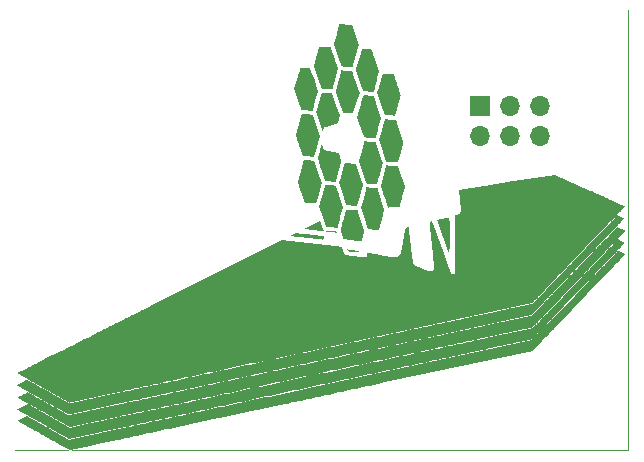
<source format=gts>
%TF.GenerationSoftware,KiCad,Pcbnew,(6.99.0-2452-gdb4f2d9dd8)*%
%TF.CreationDate,2022-07-19T04:59:32+04:00*%
%TF.ProjectId,jwtelescope,6a777465-6c65-4736-936f-70652e6b6963,rev?*%
%TF.SameCoordinates,Original*%
%TF.FileFunction,Soldermask,Top*%
%TF.FilePolarity,Negative*%
%FSLAX46Y46*%
G04 Gerber Fmt 4.6, Leading zero omitted, Abs format (unit mm)*
G04 Created by KiCad (PCBNEW (6.99.0-2452-gdb4f2d9dd8)) date 2022-07-19 04:59:32*
%MOMM*%
%LPD*%
G01*
G04 APERTURE LIST*
%ADD10R,1.700000X1.700000*%
%ADD11O,1.700000X1.700000*%
G04 APERTURE END LIST*
G36*
X89872403Y-54146386D02*
G01*
X89870416Y-54148373D01*
X89868429Y-54146386D01*
X89870416Y-54144400D01*
X89872403Y-54146386D01*
G37*
G36*
X92801032Y-50899860D02*
G01*
X92799045Y-50901846D01*
X92797058Y-50899860D01*
X92799045Y-50897873D01*
X92801032Y-50899860D01*
G37*
G36*
X92805006Y-50883965D02*
G01*
X92803019Y-50885952D01*
X92801032Y-50883965D01*
X92803019Y-50881978D01*
X92805006Y-50883965D01*
G37*
G36*
X89875117Y-54127760D02*
G01*
X89875591Y-54133970D01*
X89874803Y-54135376D01*
X89872997Y-54134191D01*
X89872716Y-54130160D01*
X89873687Y-54125920D01*
X89875117Y-54127760D01*
G37*
G36*
X89879091Y-54111865D02*
G01*
X89879564Y-54118075D01*
X89878777Y-54119481D01*
X89876971Y-54118296D01*
X89876690Y-54114266D01*
X89877660Y-54110026D01*
X89879091Y-54111865D01*
G37*
G36*
X91289695Y-51987996D02*
G01*
X91289149Y-51990358D01*
X91287046Y-51990645D01*
X91283775Y-51989191D01*
X91284397Y-51987996D01*
X91289113Y-51987520D01*
X91289695Y-51987996D01*
G37*
G36*
X92779904Y-50968655D02*
G01*
X92780378Y-50974865D01*
X92779591Y-50976271D01*
X92777784Y-50975086D01*
X92777503Y-50971055D01*
X92778474Y-50966815D01*
X92779904Y-50968655D01*
G37*
G36*
X92783813Y-50954829D02*
G01*
X92784288Y-50959545D01*
X92783813Y-50960128D01*
X92781450Y-50959582D01*
X92781163Y-50957478D01*
X92782617Y-50954208D01*
X92783813Y-50954829D01*
G37*
G36*
X92787852Y-50940839D02*
G01*
X92788325Y-50947049D01*
X92787538Y-50948455D01*
X92785732Y-50947270D01*
X92785451Y-50943239D01*
X92786421Y-50938999D01*
X92787852Y-50940839D01*
G37*
G36*
X92791760Y-50927013D02*
G01*
X92792236Y-50931729D01*
X92791760Y-50932312D01*
X92789398Y-50931766D01*
X92789111Y-50929662D01*
X92790565Y-50926392D01*
X92791760Y-50927013D01*
G37*
G36*
X92795734Y-50911118D02*
G01*
X92796209Y-50915834D01*
X92795734Y-50916417D01*
X92793371Y-50915871D01*
X92793085Y-50913768D01*
X92794539Y-50910497D01*
X92795734Y-50911118D01*
G37*
G36*
X111704005Y-72276471D02*
G01*
X59743679Y-72276471D01*
X59743679Y-72224813D01*
X64269793Y-72224813D01*
X64312485Y-72249133D01*
X64355178Y-72273454D01*
X64470416Y-72249064D01*
X64585653Y-72224673D01*
X88119000Y-72224743D01*
X111652346Y-72224813D01*
X111652346Y-34975188D01*
X111704005Y-34975188D01*
X111704005Y-72276471D01*
G37*
G36*
X90809105Y-53698799D02*
G01*
X90807950Y-53705304D01*
X90805130Y-53715192D01*
X90801518Y-53725347D01*
X90797987Y-53733659D01*
X90795407Y-53738022D01*
X90794629Y-53737555D01*
X90795437Y-53731821D01*
X90797850Y-53721691D01*
X90798948Y-53717686D01*
X90802558Y-53706838D01*
X90805957Y-53699382D01*
X90808391Y-53696357D01*
X90809105Y-53698799D01*
G37*
G36*
X92776019Y-50982800D02*
G01*
X92775814Y-50987091D01*
X92773915Y-50997201D01*
X92770693Y-51011271D01*
X92769109Y-51017617D01*
X92763905Y-51037177D01*
X92760226Y-51049070D01*
X92758028Y-51053420D01*
X92757267Y-51050530D01*
X92758178Y-51044591D01*
X92760620Y-51033999D01*
X92764026Y-51020798D01*
X92767831Y-51007030D01*
X92771470Y-50994742D01*
X92774375Y-50985975D01*
X92775982Y-50982775D01*
X92776019Y-50982800D01*
G37*
G36*
X87855823Y-55206370D02*
G01*
X87867214Y-55207678D01*
X87885311Y-55209938D01*
X87909534Y-55213069D01*
X87939301Y-55216989D01*
X87974031Y-55221619D01*
X88013142Y-55226879D01*
X88056053Y-55232686D01*
X88102183Y-55238962D01*
X88150950Y-55245626D01*
X88201773Y-55252596D01*
X88254071Y-55259793D01*
X88307263Y-55267137D01*
X88360766Y-55274545D01*
X88414001Y-55281939D01*
X88466385Y-55289238D01*
X88517337Y-55296360D01*
X88566276Y-55303226D01*
X88612620Y-55309755D01*
X88655789Y-55315867D01*
X88695201Y-55321481D01*
X88730274Y-55326516D01*
X88760428Y-55330892D01*
X88785080Y-55334529D01*
X88803650Y-55337346D01*
X88815557Y-55339262D01*
X88820219Y-55340198D01*
X88820253Y-55340218D01*
X88820036Y-55344470D01*
X88818012Y-55354766D01*
X88814599Y-55369521D01*
X88810216Y-55387148D01*
X88805282Y-55406063D01*
X88800216Y-55424680D01*
X88795437Y-55441414D01*
X88791363Y-55454680D01*
X88788413Y-55462892D01*
X88787361Y-55464731D01*
X88783142Y-55464752D01*
X88771841Y-55464274D01*
X88754301Y-55463348D01*
X88731369Y-55462021D01*
X88703889Y-55460345D01*
X88672706Y-55458368D01*
X88638667Y-55456140D01*
X88624655Y-55455204D01*
X88592144Y-55452987D01*
X88562850Y-55450893D01*
X88535848Y-55448817D01*
X88510212Y-55446656D01*
X88485015Y-55444306D01*
X88459331Y-55441664D01*
X88432235Y-55438626D01*
X88402799Y-55435088D01*
X88370097Y-55430946D01*
X88333204Y-55426097D01*
X88291193Y-55420437D01*
X88243139Y-55413862D01*
X88189899Y-55406516D01*
X88144159Y-55400150D01*
X88100733Y-55394031D01*
X88060260Y-55388254D01*
X88023383Y-55382914D01*
X87990742Y-55378106D01*
X87962977Y-55373926D01*
X87940730Y-55370467D01*
X87924642Y-55367826D01*
X87915352Y-55366096D01*
X87913247Y-55365491D01*
X87910702Y-55360656D01*
X87906021Y-55349936D01*
X87899712Y-55334650D01*
X87892284Y-55316116D01*
X87884246Y-55295651D01*
X87876106Y-55274574D01*
X87868374Y-55254203D01*
X87861558Y-55235855D01*
X87856167Y-55220849D01*
X87852709Y-55210502D01*
X87851694Y-55206133D01*
X87851719Y-55206092D01*
X87855823Y-55206370D01*
G37*
G36*
X84031038Y-53869873D02*
G01*
X84105026Y-53878602D01*
X84185619Y-53888104D01*
X84271530Y-53898228D01*
X84361471Y-53908822D01*
X84454154Y-53919734D01*
X84548291Y-53930813D01*
X84642595Y-53941908D01*
X84735778Y-53952867D01*
X84826552Y-53963538D01*
X84913628Y-53973770D01*
X84995720Y-53983412D01*
X85064205Y-53991450D01*
X85163355Y-54003088D01*
X85254847Y-54013835D01*
X85338918Y-54023719D01*
X85415803Y-54032768D01*
X85485738Y-54041011D01*
X85548961Y-54048476D01*
X85605707Y-54055190D01*
X85656213Y-54061183D01*
X85700714Y-54066481D01*
X85739447Y-54071113D01*
X85772648Y-54075107D01*
X85800554Y-54078491D01*
X85823400Y-54081294D01*
X85841423Y-54083543D01*
X85854859Y-54085267D01*
X85863945Y-54086493D01*
X85867889Y-54087078D01*
X85877115Y-54089002D01*
X85881436Y-54092493D01*
X85882713Y-54100036D01*
X85882790Y-54107025D01*
X85881687Y-54129112D01*
X85878607Y-54156271D01*
X85873897Y-54186877D01*
X85867900Y-54219303D01*
X85860964Y-54251924D01*
X85853432Y-54283112D01*
X85845651Y-54311244D01*
X85837966Y-54334692D01*
X85830834Y-54351612D01*
X85824304Y-54363766D01*
X85818310Y-54371743D01*
X85811145Y-54376160D01*
X85801098Y-54377636D01*
X85786462Y-54376790D01*
X85767553Y-54374500D01*
X85761448Y-54373763D01*
X85750298Y-54372481D01*
X85733965Y-54370638D01*
X85712314Y-54368220D01*
X85685208Y-54365211D01*
X85652511Y-54361598D01*
X85614087Y-54357365D01*
X85569800Y-54352497D01*
X85519514Y-54346979D01*
X85463091Y-54340796D01*
X85400397Y-54333934D01*
X85331295Y-54326378D01*
X85255648Y-54318112D01*
X85173321Y-54309122D01*
X85084177Y-54299393D01*
X84988080Y-54288909D01*
X84884895Y-54277657D01*
X84774483Y-54265621D01*
X84656711Y-54252786D01*
X84531440Y-54239138D01*
X84398536Y-54224661D01*
X84263501Y-54209955D01*
X84141852Y-54196706D01*
X84027878Y-54184291D01*
X83921352Y-54172685D01*
X83822046Y-54161862D01*
X83729736Y-54151798D01*
X83644194Y-54142469D01*
X83565193Y-54133848D01*
X83492508Y-54125911D01*
X83425911Y-54118634D01*
X83365176Y-54111991D01*
X83310076Y-54105958D01*
X83260385Y-54100510D01*
X83215876Y-54095621D01*
X83176323Y-54091268D01*
X83141499Y-54087424D01*
X83111178Y-54084066D01*
X83085133Y-54081168D01*
X83063137Y-54078706D01*
X83044965Y-54076654D01*
X83030388Y-54074988D01*
X83019182Y-54073683D01*
X83011118Y-54072714D01*
X83005972Y-54072057D01*
X83003515Y-54071685D01*
X83003228Y-54071606D01*
X83006532Y-54069720D01*
X83016397Y-54064573D01*
X83032271Y-54056441D01*
X83053600Y-54045606D01*
X83079831Y-54032346D01*
X83110411Y-54016940D01*
X83144786Y-53999667D01*
X83182403Y-53980807D01*
X83222710Y-53960639D01*
X83263322Y-53940354D01*
X83524389Y-53810076D01*
X84031038Y-53869873D01*
G37*
G36*
X85851671Y-38042928D02*
G01*
X85907107Y-38043029D01*
X85956319Y-38043215D01*
X86000168Y-38043502D01*
X86039517Y-38043904D01*
X86075227Y-38044437D01*
X86108160Y-38045115D01*
X86139176Y-38045953D01*
X86169139Y-38046967D01*
X86198909Y-38048171D01*
X86229349Y-38049580D01*
X86258143Y-38051042D01*
X86292485Y-38052910D01*
X86324322Y-38054768D01*
X86352785Y-38056556D01*
X86377005Y-38058213D01*
X86396111Y-38059679D01*
X86409236Y-38060895D01*
X86415510Y-38061799D01*
X86415906Y-38061969D01*
X86418175Y-38066600D01*
X86422938Y-38078074D01*
X86429963Y-38095772D01*
X86439019Y-38119071D01*
X86449877Y-38147351D01*
X86462303Y-38179989D01*
X86476068Y-38216365D01*
X86490940Y-38255857D01*
X86506688Y-38297844D01*
X86523082Y-38341704D01*
X86539889Y-38386817D01*
X86556880Y-38432559D01*
X86573822Y-38478311D01*
X86590486Y-38523451D01*
X86606639Y-38567358D01*
X86622052Y-38609409D01*
X86636492Y-38648984D01*
X86649729Y-38685462D01*
X86661531Y-38718220D01*
X86671668Y-38746638D01*
X86679909Y-38770094D01*
X86686022Y-38787967D01*
X86687340Y-38791943D01*
X86693275Y-38810046D01*
X86701485Y-38835102D01*
X86711773Y-38866510D01*
X86723943Y-38903672D01*
X86737799Y-38945986D01*
X86753143Y-38992853D01*
X86769779Y-39043672D01*
X86787512Y-39097844D01*
X86806143Y-39154767D01*
X86825478Y-39213842D01*
X86845319Y-39274468D01*
X86865470Y-39336046D01*
X86880187Y-39381024D01*
X87036534Y-39858840D01*
X86961934Y-40165833D01*
X86949133Y-40218505D01*
X86934769Y-40277603D01*
X86919157Y-40341832D01*
X86902611Y-40409896D01*
X86885447Y-40480500D01*
X86867980Y-40552346D01*
X86850524Y-40624141D01*
X86833395Y-40694587D01*
X86816908Y-40762390D01*
X86801377Y-40826253D01*
X86796488Y-40846355D01*
X86782027Y-40905572D01*
X86766931Y-40966936D01*
X86751457Y-41029425D01*
X86735863Y-41092016D01*
X86720407Y-41153689D01*
X86705345Y-41213421D01*
X86690936Y-41270190D01*
X86677436Y-41322973D01*
X86665103Y-41370749D01*
X86654195Y-41412496D01*
X86647878Y-41436336D01*
X86637205Y-41476347D01*
X86627171Y-41513999D01*
X86617959Y-41548605D01*
X86609752Y-41579474D01*
X86602733Y-41605917D01*
X86597084Y-41627246D01*
X86592990Y-41642771D01*
X86590632Y-41651802D01*
X86590112Y-41653898D01*
X86588291Y-41654547D01*
X86582614Y-41654840D01*
X86572761Y-41654758D01*
X86558414Y-41654280D01*
X86539251Y-41653387D01*
X86514954Y-41652059D01*
X86485203Y-41650277D01*
X86449677Y-41648021D01*
X86408058Y-41645272D01*
X86360026Y-41642009D01*
X86305261Y-41638214D01*
X86243442Y-41633866D01*
X86174251Y-41628946D01*
X86119227Y-41625005D01*
X86062883Y-41620968D01*
X86008555Y-41617092D01*
X85956796Y-41613415D01*
X85908157Y-41609975D01*
X85863192Y-41606812D01*
X85822453Y-41603963D01*
X85786492Y-41601468D01*
X85755862Y-41599365D01*
X85731115Y-41597692D01*
X85712804Y-41596488D01*
X85701481Y-41595791D01*
X85698013Y-41595626D01*
X85682118Y-41595348D01*
X85531283Y-41177331D01*
X85380448Y-40759315D01*
X85214773Y-40213676D01*
X85049098Y-39668038D01*
X85475290Y-38042898D01*
X85789150Y-38042898D01*
X85851671Y-38042928D01*
G37*
G36*
X85681557Y-46274774D02*
G01*
X85685954Y-46284730D01*
X85692716Y-46300919D01*
X85701603Y-46322746D01*
X85712380Y-46349616D01*
X85724807Y-46380934D01*
X85738647Y-46416104D01*
X85753662Y-46454533D01*
X85769615Y-46495626D01*
X85779062Y-46520081D01*
X85875956Y-46771323D01*
X87112204Y-47081117D01*
X87220714Y-47397004D01*
X87237229Y-47445143D01*
X87252980Y-47491168D01*
X87267776Y-47534520D01*
X87281428Y-47574638D01*
X87293747Y-47610960D01*
X87304543Y-47642927D01*
X87313626Y-47669979D01*
X87320808Y-47691555D01*
X87325899Y-47707094D01*
X87328709Y-47716035D01*
X87329224Y-47718033D01*
X87328200Y-47723322D01*
X87325205Y-47735863D01*
X87320350Y-47755236D01*
X87313748Y-47781024D01*
X87305511Y-47812809D01*
X87295751Y-47850173D01*
X87284581Y-47892698D01*
X87272113Y-47939965D01*
X87258459Y-47991556D01*
X87243731Y-48047054D01*
X87228042Y-48106041D01*
X87211505Y-48168097D01*
X87194230Y-48232806D01*
X87176332Y-48299748D01*
X87157921Y-48368507D01*
X87139111Y-48438663D01*
X87120014Y-48509799D01*
X87100741Y-48581496D01*
X87081406Y-48653337D01*
X87062120Y-48724903D01*
X87042995Y-48795777D01*
X87024145Y-48865539D01*
X87005682Y-48933773D01*
X86987717Y-49000060D01*
X86970363Y-49063982D01*
X86953732Y-49125120D01*
X86937937Y-49183057D01*
X86923090Y-49237375D01*
X86909303Y-49287655D01*
X86896688Y-49333479D01*
X86885358Y-49374430D01*
X86875426Y-49410089D01*
X86867003Y-49440038D01*
X86861774Y-49458394D01*
X86855787Y-49479256D01*
X86821299Y-49478521D01*
X86802079Y-49477990D01*
X86782757Y-49477259D01*
X86767037Y-49476471D01*
X86764956Y-49476339D01*
X86757863Y-49475926D01*
X86743426Y-49475135D01*
X86722235Y-49473995D01*
X86694882Y-49472540D01*
X86661959Y-49470799D01*
X86624057Y-49468804D01*
X86581768Y-49466586D01*
X86535685Y-49464176D01*
X86486397Y-49461605D01*
X86434497Y-49458905D01*
X86380578Y-49456106D01*
X86370114Y-49455564D01*
X86316368Y-49452746D01*
X86264876Y-49449981D01*
X86216192Y-49447305D01*
X86170871Y-49444749D01*
X86129467Y-49442347D01*
X86092535Y-49440133D01*
X86060628Y-49438140D01*
X86034302Y-49436401D01*
X86014110Y-49434950D01*
X86000606Y-49433821D01*
X85994345Y-49433045D01*
X85993975Y-49432909D01*
X85992428Y-49428906D01*
X85988420Y-49417699D01*
X85982059Y-49399605D01*
X85973456Y-49374939D01*
X85962718Y-49344019D01*
X85949955Y-49307161D01*
X85935276Y-49264682D01*
X85918789Y-49216897D01*
X85900604Y-49164123D01*
X85880829Y-49106678D01*
X85859574Y-49044876D01*
X85836948Y-48979035D01*
X85813059Y-48909472D01*
X85788016Y-48836502D01*
X85761929Y-48760442D01*
X85734907Y-48681609D01*
X85707057Y-48600319D01*
X85678490Y-48516888D01*
X85662186Y-48469253D01*
X85333550Y-47508922D01*
X85505453Y-46891687D01*
X85524447Y-46823520D01*
X85542884Y-46757428D01*
X85560647Y-46693817D01*
X85577623Y-46633092D01*
X85593698Y-46575660D01*
X85608757Y-46521928D01*
X85622687Y-46472301D01*
X85635374Y-46427185D01*
X85646702Y-46386988D01*
X85656558Y-46352113D01*
X85664828Y-46322969D01*
X85671398Y-46299961D01*
X85676152Y-46283495D01*
X85678978Y-46273978D01*
X85679762Y-46271646D01*
X85681557Y-46274774D01*
G37*
G36*
X85989840Y-49760416D02*
G01*
X86008034Y-49761046D01*
X86032348Y-49762007D01*
X86062175Y-49763267D01*
X86096911Y-49764797D01*
X86135949Y-49766566D01*
X86178685Y-49768545D01*
X86224511Y-49770703D01*
X86272824Y-49773010D01*
X86323016Y-49775437D01*
X86374484Y-49777952D01*
X86426620Y-49780527D01*
X86478819Y-49783131D01*
X86530476Y-49785733D01*
X86580986Y-49788305D01*
X86629741Y-49790814D01*
X86676138Y-49793233D01*
X86719570Y-49795530D01*
X86759431Y-49797675D01*
X86795117Y-49799639D01*
X86826020Y-49801391D01*
X86851537Y-49802901D01*
X86871061Y-49804139D01*
X86883986Y-49805075D01*
X86889707Y-49805679D01*
X86889935Y-49805759D01*
X86891267Y-49809601D01*
X86894980Y-49820660D01*
X86900965Y-49838609D01*
X86909113Y-49863117D01*
X86919315Y-49893855D01*
X86931461Y-49930495D01*
X86945445Y-49972707D01*
X86961155Y-50020161D01*
X86978484Y-50072529D01*
X86997322Y-50129481D01*
X87017560Y-50190687D01*
X87039090Y-50255820D01*
X87061803Y-50324549D01*
X87085589Y-50396545D01*
X87110341Y-50471479D01*
X87135948Y-50549022D01*
X87162302Y-50628844D01*
X87185527Y-50699205D01*
X87479979Y-51591322D01*
X87253467Y-52463535D01*
X87232280Y-52545122D01*
X87211591Y-52624790D01*
X87191492Y-52702189D01*
X87172074Y-52776969D01*
X87153428Y-52848778D01*
X87135645Y-52917266D01*
X87118816Y-52982082D01*
X87103033Y-53042875D01*
X87088385Y-53099294D01*
X87074965Y-53150989D01*
X87062863Y-53197608D01*
X87052171Y-53238802D01*
X87042979Y-53274218D01*
X87035379Y-53303506D01*
X87029462Y-53326316D01*
X87025318Y-53342297D01*
X87023040Y-53351097D01*
X87022643Y-53352636D01*
X87018330Y-53369525D01*
X86982045Y-53369027D01*
X86973181Y-53368729D01*
X86956952Y-53367994D01*
X86933926Y-53366853D01*
X86904672Y-53365336D01*
X86869758Y-53363475D01*
X86829754Y-53361301D01*
X86785226Y-53358846D01*
X86736745Y-53356139D01*
X86684878Y-53353214D01*
X86630195Y-53350099D01*
X86573262Y-53346828D01*
X86515067Y-53343454D01*
X86457266Y-53340061D01*
X86401693Y-53336745D01*
X86348864Y-53333539D01*
X86299292Y-53330477D01*
X86253491Y-53327592D01*
X86211975Y-53324918D01*
X86175259Y-53322489D01*
X86143857Y-53320338D01*
X86118283Y-53318499D01*
X86099051Y-53317005D01*
X86086676Y-53315890D01*
X86081670Y-53315188D01*
X86081596Y-53315142D01*
X86080013Y-53311153D01*
X86075867Y-53300016D01*
X86069280Y-53282066D01*
X86060371Y-53257638D01*
X86049262Y-53227066D01*
X86036072Y-53190683D01*
X86020923Y-53148824D01*
X86003936Y-53101822D01*
X85985230Y-53050012D01*
X85964926Y-52993729D01*
X85943146Y-52933305D01*
X85920008Y-52869075D01*
X85895635Y-52801374D01*
X85870147Y-52730534D01*
X85843664Y-52656892D01*
X85816307Y-52580779D01*
X85788197Y-52502531D01*
X85773977Y-52462934D01*
X85469135Y-51613963D01*
X85720384Y-50688670D01*
X85743127Y-50604936D01*
X85765338Y-50523215D01*
X85786926Y-50443838D01*
X85807800Y-50367138D01*
X85827870Y-50293445D01*
X85847043Y-50223093D01*
X85865230Y-50156413D01*
X85882341Y-50093738D01*
X85898283Y-50035399D01*
X85912966Y-49981729D01*
X85926300Y-49933059D01*
X85938193Y-49889722D01*
X85948555Y-49852050D01*
X85957296Y-49820375D01*
X85964323Y-49795028D01*
X85969547Y-49776342D01*
X85972877Y-49764650D01*
X85974222Y-49760282D01*
X85974233Y-49760265D01*
X85978371Y-49760145D01*
X85989840Y-49760416D01*
G37*
G36*
X83905172Y-39828742D02*
G01*
X83923055Y-39829215D01*
X83946777Y-39829967D01*
X83975637Y-39830969D01*
X84008935Y-39832192D01*
X84045972Y-39833609D01*
X84086046Y-39835190D01*
X84128458Y-39836908D01*
X84172508Y-39838734D01*
X84217495Y-39840639D01*
X84262719Y-39842596D01*
X84307480Y-39844575D01*
X84351077Y-39846549D01*
X84392812Y-39848489D01*
X84431983Y-39850367D01*
X84467890Y-39852154D01*
X84470134Y-39852269D01*
X84716505Y-39864847D01*
X84894549Y-40357588D01*
X85072594Y-40850329D01*
X85220805Y-41338053D01*
X85369017Y-41825778D01*
X85145780Y-42641433D01*
X84922544Y-43457087D01*
X84898998Y-43457624D01*
X84891950Y-43457566D01*
X84877494Y-43457257D01*
X84856168Y-43456714D01*
X84828508Y-43455954D01*
X84795051Y-43454991D01*
X84756332Y-43453843D01*
X84712887Y-43452525D01*
X84665254Y-43451054D01*
X84613969Y-43449446D01*
X84559567Y-43447716D01*
X84502585Y-43445882D01*
X84443560Y-43443958D01*
X84427462Y-43443430D01*
X84368488Y-43441476D01*
X84311754Y-43439569D01*
X84257763Y-43437727D01*
X84207020Y-43435967D01*
X84160025Y-43434309D01*
X84117284Y-43432771D01*
X84079299Y-43431371D01*
X84046573Y-43430128D01*
X84019609Y-43429060D01*
X83998910Y-43428185D01*
X83984980Y-43427522D01*
X83978322Y-43427089D01*
X83977805Y-43426998D01*
X83976310Y-43423096D01*
X83972364Y-43412131D01*
X83966123Y-43394549D01*
X83957740Y-43370794D01*
X83947372Y-43341313D01*
X83935174Y-43306550D01*
X83921300Y-43266951D01*
X83905906Y-43222961D01*
X83889146Y-43175025D01*
X83871177Y-43123588D01*
X83852152Y-43069097D01*
X83832228Y-43011996D01*
X83811559Y-42952730D01*
X83790300Y-42891746D01*
X83768606Y-42829487D01*
X83746633Y-42766400D01*
X83724535Y-42702929D01*
X83702469Y-42639520D01*
X83680587Y-42576619D01*
X83659047Y-42514670D01*
X83638003Y-42454119D01*
X83617610Y-42395411D01*
X83598023Y-42338992D01*
X83579397Y-42285306D01*
X83561888Y-42234800D01*
X83545650Y-42187917D01*
X83530839Y-42145105D01*
X83517609Y-42106807D01*
X83506117Y-42073469D01*
X83496516Y-42045537D01*
X83490017Y-42026549D01*
X83475949Y-41985311D01*
X83460680Y-41940513D01*
X83444846Y-41894026D01*
X83429083Y-41847722D01*
X83414029Y-41803472D01*
X83400322Y-41763145D01*
X83389424Y-41731053D01*
X83344435Y-41598480D01*
X83417863Y-41343690D01*
X83431192Y-41297546D01*
X83444529Y-41251579D01*
X83457605Y-41206704D01*
X83470149Y-41163837D01*
X83481894Y-41123892D01*
X83492569Y-41087785D01*
X83501906Y-41056431D01*
X83509636Y-41030747D01*
X83515488Y-41011647D01*
X83516204Y-41009352D01*
X83519870Y-40997683D01*
X83525604Y-40979487D01*
X83533248Y-40955257D01*
X83542645Y-40925490D01*
X83553640Y-40890679D01*
X83566076Y-40851321D01*
X83579795Y-40807910D01*
X83594642Y-40760942D01*
X83610459Y-40710912D01*
X83627091Y-40658314D01*
X83644379Y-40603644D01*
X83662169Y-40547397D01*
X83680303Y-40490068D01*
X83698624Y-40432152D01*
X83716975Y-40374145D01*
X83735201Y-40316541D01*
X83753145Y-40259835D01*
X83770649Y-40204523D01*
X83787558Y-40151100D01*
X83803714Y-40100061D01*
X83818961Y-40051900D01*
X83833142Y-40007114D01*
X83846101Y-39966197D01*
X83857681Y-39929645D01*
X83867726Y-39897951D01*
X83876078Y-39871613D01*
X83882581Y-39851124D01*
X83887079Y-39836979D01*
X83889414Y-39829675D01*
X83889722Y-39828743D01*
X83893827Y-39828575D01*
X83905172Y-39828742D01*
G37*
G36*
X91070638Y-44188747D02*
G01*
X91078041Y-44189167D01*
X91092507Y-44190304D01*
X91113433Y-44192099D01*
X91140218Y-44194494D01*
X91172260Y-44197428D01*
X91208955Y-44200844D01*
X91249703Y-44204681D01*
X91293900Y-44208882D01*
X91340945Y-44213386D01*
X91390236Y-44218135D01*
X91441171Y-44223070D01*
X91493147Y-44228131D01*
X91545562Y-44233260D01*
X91597815Y-44238398D01*
X91649302Y-44243486D01*
X91699423Y-44248464D01*
X91747574Y-44253273D01*
X91793154Y-44257855D01*
X91835560Y-44262151D01*
X91874191Y-44266100D01*
X91908444Y-44269645D01*
X91937717Y-44272727D01*
X91961408Y-44275285D01*
X91978915Y-44277262D01*
X91989636Y-44278598D01*
X91992974Y-44279192D01*
X91994349Y-44283045D01*
X91998038Y-44294070D01*
X92003912Y-44311874D01*
X92011845Y-44336068D01*
X92021710Y-44366258D01*
X92033381Y-44402053D01*
X92046731Y-44443062D01*
X92061633Y-44488892D01*
X92077961Y-44539151D01*
X92095587Y-44593448D01*
X92114386Y-44651392D01*
X92134230Y-44712589D01*
X92154993Y-44776649D01*
X92176548Y-44843180D01*
X92198769Y-44911790D01*
X92221528Y-44982087D01*
X92244699Y-45053679D01*
X92268156Y-45126175D01*
X92291771Y-45199183D01*
X92315417Y-45272310D01*
X92338970Y-45345166D01*
X92362300Y-45417359D01*
X92385283Y-45488496D01*
X92407790Y-45558186D01*
X92429696Y-45626037D01*
X92450874Y-45691658D01*
X92471197Y-45754656D01*
X92490538Y-45814639D01*
X92508770Y-45871217D01*
X92525768Y-45923997D01*
X92541404Y-45972587D01*
X92555551Y-46016596D01*
X92568083Y-46055632D01*
X92578874Y-46089303D01*
X92587795Y-46117217D01*
X92594722Y-46138983D01*
X92599527Y-46154209D01*
X92602083Y-46162502D01*
X92602485Y-46163979D01*
X92601401Y-46168428D01*
X92598191Y-46180153D01*
X92592956Y-46198803D01*
X92585798Y-46224026D01*
X92576818Y-46255470D01*
X92566118Y-46292782D01*
X92553800Y-46335611D01*
X92539965Y-46383604D01*
X92524716Y-46436410D01*
X92508153Y-46493677D01*
X92490379Y-46555052D01*
X92471495Y-46620184D01*
X92451602Y-46688720D01*
X92430803Y-46760309D01*
X92409199Y-46834599D01*
X92386891Y-46911236D01*
X92363982Y-46989871D01*
X92363157Y-46992702D01*
X92123690Y-47814268D01*
X92103733Y-47813749D01*
X92097226Y-47813495D01*
X92083300Y-47812884D01*
X92062470Y-47811940D01*
X92035256Y-47810689D01*
X92002174Y-47809154D01*
X91963744Y-47807360D01*
X91920483Y-47805331D01*
X91872908Y-47803090D01*
X91821537Y-47800663D01*
X91766889Y-47798074D01*
X91709481Y-47795347D01*
X91649831Y-47792505D01*
X91616201Y-47790900D01*
X91555946Y-47788007D01*
X91497919Y-47785190D01*
X91442611Y-47782474D01*
X91390515Y-47779885D01*
X91342123Y-47777449D01*
X91297928Y-47775191D01*
X91258420Y-47773136D01*
X91224093Y-47771310D01*
X91195438Y-47769739D01*
X91172948Y-47768448D01*
X91157114Y-47767463D01*
X91148429Y-47766808D01*
X91146853Y-47766584D01*
X91145453Y-47762685D01*
X91141652Y-47751574D01*
X91135560Y-47733579D01*
X91127287Y-47709028D01*
X91116943Y-47678250D01*
X91104637Y-47641571D01*
X91090479Y-47599322D01*
X91074579Y-47551829D01*
X91057047Y-47499421D01*
X91037992Y-47442426D01*
X91017524Y-47381173D01*
X90995753Y-47315989D01*
X90972789Y-47247203D01*
X90948741Y-47175143D01*
X90923719Y-47100137D01*
X90897833Y-47022513D01*
X90871193Y-46942600D01*
X90846147Y-46867444D01*
X90547215Y-45970292D01*
X90787151Y-45079271D01*
X91027087Y-44188251D01*
X91070638Y-44188747D01*
G37*
G36*
X96486378Y-52517639D02*
G01*
X96489056Y-52526613D01*
X96489159Y-52527097D01*
X96491084Y-52540149D01*
X96492969Y-52560762D01*
X96494809Y-52588548D01*
X96496601Y-52623120D01*
X96498339Y-52664091D01*
X96500019Y-52711074D01*
X96501635Y-52763682D01*
X96503184Y-52821527D01*
X96504659Y-52884223D01*
X96506057Y-52951383D01*
X96507373Y-53022619D01*
X96508601Y-53097545D01*
X96509738Y-53175772D01*
X96510777Y-53256915D01*
X96511715Y-53340586D01*
X96512547Y-53426398D01*
X96513268Y-53513964D01*
X96513873Y-53602897D01*
X96514357Y-53692809D01*
X96514716Y-53783314D01*
X96514944Y-53874025D01*
X96515038Y-53964554D01*
X96514991Y-54054514D01*
X96514800Y-54143519D01*
X96514460Y-54231181D01*
X96513966Y-54317113D01*
X96513312Y-54400927D01*
X96512879Y-54446433D01*
X96511713Y-54555509D01*
X96510509Y-54656947D01*
X96509259Y-54751056D01*
X96507956Y-54838145D01*
X96506591Y-54918523D01*
X96505157Y-54992500D01*
X96503647Y-55060385D01*
X96502051Y-55122487D01*
X96500363Y-55179115D01*
X96498574Y-55230579D01*
X96496677Y-55277187D01*
X96494663Y-55319249D01*
X96492526Y-55357073D01*
X96490257Y-55390970D01*
X96488297Y-55415989D01*
X96485530Y-55445526D01*
X96482633Y-55467653D01*
X96479283Y-55482906D01*
X96475153Y-55491821D01*
X96469919Y-55494933D01*
X96463255Y-55492777D01*
X96454835Y-55485890D01*
X96449283Y-55480220D01*
X96430656Y-55456430D01*
X96411997Y-55424763D01*
X96393378Y-55385400D01*
X96389941Y-55376731D01*
X96384086Y-55361104D01*
X96375925Y-55338841D01*
X96365572Y-55310268D01*
X96353141Y-55275708D01*
X96338744Y-55235484D01*
X96322495Y-55189920D01*
X96304508Y-55139341D01*
X96284896Y-55084070D01*
X96263772Y-55024430D01*
X96241250Y-54960747D01*
X96217443Y-54893342D01*
X96192464Y-54822541D01*
X96166428Y-54748668D01*
X96139447Y-54672045D01*
X96111634Y-54592997D01*
X96083103Y-54511847D01*
X96053968Y-54428920D01*
X96024342Y-54344539D01*
X95994338Y-54259027D01*
X95964070Y-54172710D01*
X95933651Y-54085910D01*
X95903194Y-53998952D01*
X95872813Y-53912159D01*
X95842621Y-53825855D01*
X95812732Y-53740364D01*
X95783259Y-53656009D01*
X95754315Y-53573115D01*
X95726014Y-53492006D01*
X95698469Y-53413004D01*
X95671794Y-53336435D01*
X95646102Y-53262621D01*
X95621506Y-53191886D01*
X95598120Y-53124555D01*
X95576057Y-53060952D01*
X95555431Y-53001399D01*
X95536354Y-52946221D01*
X95518941Y-52895742D01*
X95503305Y-52850285D01*
X95489558Y-52810174D01*
X95477816Y-52775733D01*
X95468190Y-52747287D01*
X95460794Y-52725158D01*
X95455742Y-52709670D01*
X95453148Y-52701148D01*
X95452828Y-52699499D01*
X95456792Y-52698686D01*
X95467951Y-52696542D01*
X95485683Y-52693185D01*
X95509369Y-52688728D01*
X95538387Y-52683289D01*
X95572117Y-52676981D01*
X95609939Y-52669922D01*
X95651232Y-52662227D01*
X95695375Y-52654011D01*
X95741747Y-52645389D01*
X95789729Y-52636477D01*
X95838700Y-52627392D01*
X95888038Y-52618248D01*
X95937124Y-52609161D01*
X95985337Y-52600246D01*
X96032056Y-52591619D01*
X96039612Y-52590226D01*
X96091824Y-52580635D01*
X96143294Y-52571256D01*
X96193370Y-52562205D01*
X96241397Y-52553594D01*
X96286722Y-52545540D01*
X96328691Y-52538156D01*
X96366649Y-52531557D01*
X96399945Y-52525857D01*
X96427923Y-52521171D01*
X96449931Y-52517613D01*
X96465313Y-52515298D01*
X96472522Y-52514407D01*
X96481813Y-52514293D01*
X96486378Y-52517639D01*
G37*
G36*
X87638147Y-47921009D02*
G01*
X87656337Y-47921367D01*
X87680678Y-47921925D01*
X87710572Y-47922666D01*
X87745420Y-47923571D01*
X87784625Y-47924622D01*
X87827590Y-47925802D01*
X87873716Y-47927094D01*
X87922406Y-47928478D01*
X87973062Y-47929938D01*
X88025086Y-47931456D01*
X88077881Y-47933014D01*
X88130849Y-47934594D01*
X88183392Y-47936178D01*
X88234912Y-47937748D01*
X88284813Y-47939288D01*
X88332495Y-47940778D01*
X88377361Y-47942202D01*
X88418814Y-47943541D01*
X88456256Y-47944777D01*
X88489089Y-47945894D01*
X88516715Y-47946872D01*
X88538537Y-47947695D01*
X88553957Y-47948344D01*
X88562376Y-47948802D01*
X88563808Y-47948966D01*
X88565400Y-47952881D01*
X88569318Y-47963917D01*
X88575419Y-47981643D01*
X88583562Y-48005627D01*
X88593604Y-48035436D01*
X88605402Y-48070639D01*
X88618815Y-48110803D01*
X88633699Y-48155496D01*
X88649913Y-48204286D01*
X88667314Y-48256740D01*
X88685760Y-48312426D01*
X88705109Y-48370912D01*
X88725217Y-48431767D01*
X88745943Y-48494556D01*
X88767145Y-48558850D01*
X88788680Y-48624214D01*
X88810405Y-48690218D01*
X88832178Y-48756428D01*
X88853858Y-48822413D01*
X88875301Y-48887740D01*
X88896365Y-48951977D01*
X88916908Y-49014692D01*
X88936788Y-49075453D01*
X88955862Y-49133828D01*
X88973987Y-49189384D01*
X88991023Y-49241689D01*
X89006825Y-49290310D01*
X89021252Y-49334817D01*
X89034161Y-49374775D01*
X89045410Y-49409754D01*
X89054857Y-49439322D01*
X89059330Y-49453427D01*
X89161036Y-49775298D01*
X88933411Y-50649515D01*
X88705785Y-51523733D01*
X88690056Y-51524357D01*
X88684070Y-51524182D01*
X88670677Y-51523512D01*
X88650399Y-51522380D01*
X88623759Y-51520817D01*
X88591280Y-51518856D01*
X88553483Y-51516531D01*
X88510891Y-51513872D01*
X88464027Y-51510913D01*
X88413414Y-51507686D01*
X88359574Y-51504224D01*
X88303030Y-51500559D01*
X88244303Y-51496723D01*
X88225574Y-51495494D01*
X88166618Y-51491612D01*
X88109913Y-51487863D01*
X88055959Y-51484282D01*
X88005256Y-51480901D01*
X87958303Y-51477754D01*
X87915602Y-51474877D01*
X87877652Y-51472301D01*
X87844953Y-51470062D01*
X87818005Y-51468193D01*
X87797308Y-51466728D01*
X87783363Y-51465700D01*
X87776668Y-51465145D01*
X87776130Y-51465067D01*
X87774840Y-51461262D01*
X87771166Y-51450232D01*
X87765214Y-51432300D01*
X87757091Y-51407788D01*
X87746904Y-51377019D01*
X87734759Y-51340313D01*
X87720762Y-51297995D01*
X87705020Y-51250386D01*
X87687640Y-51197809D01*
X87668728Y-51140585D01*
X87648391Y-51079038D01*
X87626735Y-51013489D01*
X87603867Y-50944262D01*
X87579893Y-50871677D01*
X87554920Y-50796058D01*
X87529054Y-50717727D01*
X87502403Y-50637007D01*
X87475071Y-50554219D01*
X87468609Y-50534641D01*
X87161778Y-49605155D01*
X87231979Y-49340539D01*
X87244966Y-49291726D01*
X87259060Y-49239011D01*
X87274142Y-49182828D01*
X87290092Y-49123611D01*
X87306791Y-49061795D01*
X87324119Y-48997813D01*
X87341957Y-48932099D01*
X87360186Y-48865089D01*
X87378685Y-48797216D01*
X87397335Y-48728914D01*
X87416017Y-48660618D01*
X87434612Y-48592762D01*
X87452999Y-48525780D01*
X87471060Y-48460106D01*
X87488674Y-48396175D01*
X87505723Y-48334421D01*
X87522087Y-48275277D01*
X87537646Y-48219179D01*
X87552281Y-48166561D01*
X87565873Y-48117856D01*
X87578301Y-48073499D01*
X87589447Y-48033924D01*
X87599191Y-47999565D01*
X87607414Y-47970857D01*
X87613995Y-47948234D01*
X87618817Y-47932130D01*
X87621758Y-47922979D01*
X87622607Y-47920963D01*
X87626704Y-47920868D01*
X87638147Y-47921009D01*
G37*
G36*
X83988802Y-43754566D02*
G01*
X84000167Y-43754944D01*
X84018281Y-43755646D01*
X84042549Y-43756642D01*
X84072376Y-43757907D01*
X84107169Y-43759413D01*
X84146331Y-43761131D01*
X84189269Y-43763036D01*
X84235387Y-43765100D01*
X84284091Y-43767294D01*
X84334785Y-43769593D01*
X84386877Y-43771967D01*
X84439770Y-43774391D01*
X84492869Y-43776837D01*
X84545581Y-43779277D01*
X84597310Y-43781684D01*
X84647462Y-43784031D01*
X84695441Y-43786290D01*
X84740654Y-43788434D01*
X84782505Y-43790435D01*
X84820399Y-43792267D01*
X84853743Y-43793901D01*
X84881940Y-43795310D01*
X84904397Y-43796468D01*
X84920519Y-43797346D01*
X84929711Y-43797917D01*
X84931702Y-43798119D01*
X84933095Y-43801990D01*
X84936890Y-43813074D01*
X84942976Y-43831043D01*
X84951246Y-43855569D01*
X84961588Y-43886325D01*
X84973894Y-43922983D01*
X84988053Y-43965216D01*
X85003956Y-44012696D01*
X85021494Y-44065095D01*
X85040557Y-44122087D01*
X85061035Y-44183342D01*
X85082819Y-44248534D01*
X85105798Y-44317336D01*
X85129864Y-44389419D01*
X85154907Y-44464456D01*
X85180818Y-44542119D01*
X85207485Y-44622081D01*
X85233238Y-44699326D01*
X85533083Y-45598841D01*
X85510891Y-45678355D01*
X85505893Y-45696142D01*
X85498906Y-45720816D01*
X85490065Y-45751908D01*
X85479504Y-45788954D01*
X85467358Y-45831486D01*
X85453761Y-45879038D01*
X85438847Y-45931143D01*
X85422749Y-45987335D01*
X85405603Y-46047147D01*
X85387542Y-46110113D01*
X85368701Y-46175766D01*
X85349213Y-46243640D01*
X85329214Y-46313267D01*
X85308836Y-46384182D01*
X85288215Y-46455919D01*
X85267485Y-46528009D01*
X85246779Y-46599988D01*
X85226232Y-46671388D01*
X85205978Y-46741743D01*
X85186151Y-46810586D01*
X85166886Y-46877451D01*
X85148317Y-46941871D01*
X85130577Y-47003380D01*
X85113801Y-47061511D01*
X85098124Y-47115798D01*
X85083679Y-47165774D01*
X85070600Y-47210972D01*
X85059022Y-47250926D01*
X85049080Y-47285170D01*
X85040906Y-47313236D01*
X85034635Y-47334659D01*
X85030402Y-47348972D01*
X85029994Y-47350337D01*
X85029424Y-47351784D01*
X85028359Y-47353052D01*
X85026387Y-47354130D01*
X85023098Y-47355002D01*
X85018080Y-47355657D01*
X85010922Y-47356079D01*
X85001212Y-47356257D01*
X84988538Y-47356176D01*
X84972490Y-47355824D01*
X84952656Y-47355186D01*
X84928625Y-47354250D01*
X84899984Y-47353002D01*
X84866324Y-47351429D01*
X84827231Y-47349517D01*
X84782296Y-47347254D01*
X84731106Y-47344625D01*
X84673251Y-47341617D01*
X84608318Y-47338217D01*
X84535897Y-47334412D01*
X84529131Y-47334056D01*
X84107308Y-47311873D01*
X83919376Y-46795150D01*
X83891189Y-46717602D01*
X83865491Y-46646771D01*
X83842021Y-46581915D01*
X83820521Y-46522293D01*
X83800735Y-46467163D01*
X83782403Y-46415783D01*
X83765267Y-46367414D01*
X83749069Y-46321311D01*
X83733552Y-46276735D01*
X83718456Y-46232944D01*
X83703524Y-46189196D01*
X83688498Y-46144750D01*
X83673118Y-46098864D01*
X83657128Y-46050797D01*
X83640270Y-45999807D01*
X83622284Y-45945153D01*
X83603393Y-45887560D01*
X83475343Y-45496693D01*
X83729782Y-44625904D01*
X83753436Y-44544957D01*
X83776501Y-44466038D01*
X83798877Y-44389486D01*
X83820465Y-44315639D01*
X83841168Y-44244836D01*
X83860884Y-44177415D01*
X83879516Y-44113714D01*
X83896965Y-44054071D01*
X83913131Y-43998825D01*
X83927916Y-43948314D01*
X83941220Y-43902876D01*
X83952945Y-43862850D01*
X83962991Y-43828573D01*
X83971260Y-43800385D01*
X83977653Y-43778622D01*
X83982070Y-43763625D01*
X83984412Y-43755730D01*
X83984781Y-43754538D01*
X83988802Y-43754566D01*
G37*
G36*
X89480495Y-49953425D02*
G01*
X89491924Y-49953904D01*
X89510077Y-49954817D01*
X89534350Y-49956124D01*
X89564140Y-49957789D01*
X89598842Y-49959776D01*
X89637854Y-49962046D01*
X89680571Y-49964563D01*
X89726390Y-49967289D01*
X89774707Y-49970189D01*
X89824918Y-49973224D01*
X89876420Y-49976357D01*
X89928609Y-49979552D01*
X89980882Y-49982771D01*
X90032634Y-49985978D01*
X90083262Y-49989135D01*
X90132162Y-49992205D01*
X90178731Y-49995151D01*
X90222364Y-49997936D01*
X90262459Y-50000522D01*
X90298412Y-50002874D01*
X90329618Y-50004953D01*
X90355474Y-50006723D01*
X90375377Y-50008147D01*
X90388722Y-50009187D01*
X90394907Y-50009807D01*
X90395067Y-50009835D01*
X90396088Y-50009972D01*
X90397046Y-50010127D01*
X90398028Y-50010573D01*
X90399121Y-50011579D01*
X90400413Y-50013414D01*
X90401991Y-50016349D01*
X90403942Y-50020654D01*
X90406355Y-50026598D01*
X90409315Y-50034452D01*
X90412911Y-50044486D01*
X90417231Y-50056970D01*
X90422360Y-50072173D01*
X90428387Y-50090366D01*
X90435399Y-50111819D01*
X90443484Y-50136801D01*
X90452728Y-50165583D01*
X90463220Y-50198434D01*
X90475046Y-50235625D01*
X90488294Y-50277425D01*
X90503051Y-50324106D01*
X90519404Y-50375935D01*
X90537442Y-50433184D01*
X90557251Y-50496123D01*
X90578919Y-50565021D01*
X90602533Y-50640149D01*
X90628180Y-50721776D01*
X90655949Y-50810172D01*
X90685925Y-50905608D01*
X90718197Y-51008353D01*
X90718466Y-51009210D01*
X90984970Y-51857671D01*
X90752416Y-52692079D01*
X90730244Y-52771623D01*
X90708609Y-52849224D01*
X90687609Y-52924528D01*
X90667344Y-52997181D01*
X90647912Y-53066828D01*
X90629413Y-53133115D01*
X90611945Y-53195688D01*
X90595608Y-53254193D01*
X90580500Y-53308275D01*
X90566720Y-53357579D01*
X90554368Y-53401752D01*
X90543542Y-53440439D01*
X90534342Y-53473286D01*
X90526866Y-53499939D01*
X90521214Y-53520043D01*
X90517483Y-53533243D01*
X90515774Y-53539187D01*
X90515708Y-53539401D01*
X90511555Y-53552316D01*
X90473119Y-53551785D01*
X90463827Y-53551509D01*
X90447187Y-53550847D01*
X90423790Y-53549829D01*
X90394224Y-53548482D01*
X90359080Y-53546836D01*
X90318945Y-53544918D01*
X90274411Y-53542757D01*
X90226066Y-53540381D01*
X90174499Y-53537818D01*
X90120301Y-53535097D01*
X90064060Y-53532246D01*
X90024004Y-53530199D01*
X89967616Y-53527297D01*
X89913497Y-53524489D01*
X89862171Y-53521803D01*
X89814161Y-53519270D01*
X89769993Y-53516915D01*
X89730189Y-53514769D01*
X89695274Y-53512860D01*
X89665773Y-53511215D01*
X89642208Y-53509864D01*
X89625106Y-53508835D01*
X89614988Y-53508156D01*
X89612273Y-53507881D01*
X89610938Y-53504048D01*
X89607203Y-53493006D01*
X89601177Y-53475082D01*
X89592971Y-53450608D01*
X89582694Y-53419913D01*
X89570457Y-53383327D01*
X89556370Y-53341180D01*
X89540543Y-53293801D01*
X89523086Y-53241521D01*
X89504109Y-53184670D01*
X89483723Y-53123577D01*
X89462037Y-53058571D01*
X89439162Y-52989984D01*
X89415208Y-52918145D01*
X89390285Y-52843383D01*
X89364503Y-52766030D01*
X89337972Y-52686413D01*
X89316004Y-52620479D01*
X89020787Y-51734340D01*
X89247546Y-50844922D01*
X89268516Y-50762694D01*
X89288981Y-50682502D01*
X89308853Y-50604684D01*
X89328044Y-50529581D01*
X89346467Y-50457534D01*
X89364035Y-50388882D01*
X89380661Y-50323967D01*
X89396256Y-50263128D01*
X89410734Y-50206706D01*
X89424007Y-50155041D01*
X89435989Y-50108474D01*
X89446591Y-50067344D01*
X89455726Y-50031991D01*
X89463307Y-50002758D01*
X89469247Y-49979983D01*
X89473458Y-49964006D01*
X89475852Y-49955169D01*
X89476394Y-49953414D01*
X89480495Y-49953425D01*
G37*
G36*
X89309736Y-46063394D02*
G01*
X89320895Y-46063846D01*
X89338606Y-46064626D01*
X89362177Y-46065702D01*
X89390915Y-46067042D01*
X89424128Y-46068613D01*
X89461123Y-46070384D01*
X89501207Y-46072321D01*
X89540597Y-46074243D01*
X89576351Y-46076089D01*
X89615959Y-46078305D01*
X89658770Y-46080842D01*
X89704132Y-46083653D01*
X89751394Y-46086690D01*
X89799906Y-46089905D01*
X89849015Y-46093250D01*
X89898071Y-46096677D01*
X89946422Y-46100139D01*
X89993417Y-46103587D01*
X90038405Y-46106974D01*
X90080735Y-46110252D01*
X90119755Y-46113373D01*
X90154815Y-46116289D01*
X90185262Y-46118952D01*
X90210446Y-46121315D01*
X90229716Y-46123330D01*
X90242419Y-46124949D01*
X90247906Y-46126124D01*
X90248031Y-46126213D01*
X90249511Y-46130141D01*
X90253422Y-46141239D01*
X90259643Y-46159149D01*
X90268051Y-46183516D01*
X90278525Y-46213982D01*
X90290944Y-46250190D01*
X90305187Y-46291783D01*
X90321130Y-46338405D01*
X90338654Y-46389700D01*
X90357637Y-46445309D01*
X90377956Y-46504876D01*
X90399491Y-46568045D01*
X90422120Y-46634458D01*
X90445721Y-46703759D01*
X90470174Y-46775591D01*
X90495355Y-46849598D01*
X90521144Y-46925421D01*
X90547420Y-47002705D01*
X90574061Y-47081093D01*
X90600944Y-47160227D01*
X90627950Y-47239752D01*
X90654955Y-47319309D01*
X90681839Y-47398544D01*
X90708480Y-47477097D01*
X90734757Y-47554614D01*
X90760548Y-47630736D01*
X90774542Y-47672058D01*
X90861614Y-47929206D01*
X90800802Y-48148904D01*
X90792879Y-48177520D01*
X90782997Y-48213204D01*
X90771320Y-48255364D01*
X90758012Y-48303408D01*
X90743236Y-48356745D01*
X90727156Y-48414784D01*
X90709936Y-48476934D01*
X90691740Y-48542602D01*
X90672732Y-48611199D01*
X90653076Y-48682131D01*
X90632936Y-48754809D01*
X90612474Y-48828640D01*
X90591856Y-48903033D01*
X90571246Y-48977397D01*
X90559632Y-49019298D01*
X90379275Y-49669994D01*
X90353334Y-49669358D01*
X90337664Y-49668826D01*
X90323465Y-49668093D01*
X90315472Y-49667472D01*
X90309944Y-49667113D01*
X90297012Y-49666398D01*
X90277214Y-49665355D01*
X90251084Y-49664011D01*
X90219157Y-49662391D01*
X90181969Y-49660524D01*
X90140056Y-49658435D01*
X90093954Y-49656152D01*
X90044196Y-49653700D01*
X89991320Y-49651109D01*
X89935860Y-49648403D01*
X89882337Y-49645802D01*
X89825227Y-49643029D01*
X89770390Y-49640356D01*
X89718340Y-49637811D01*
X89669596Y-49635417D01*
X89624673Y-49633202D01*
X89584088Y-49631190D01*
X89548358Y-49629408D01*
X89517999Y-49627881D01*
X89493529Y-49626635D01*
X89475464Y-49625695D01*
X89464320Y-49625087D01*
X89460613Y-49624839D01*
X89458781Y-49620448D01*
X89454659Y-49608921D01*
X89448384Y-49590689D01*
X89440099Y-49566181D01*
X89429942Y-49535828D01*
X89418054Y-49500061D01*
X89404575Y-49459310D01*
X89389645Y-49414005D01*
X89373404Y-49364577D01*
X89355993Y-49311456D01*
X89337551Y-49255072D01*
X89318219Y-49195856D01*
X89298137Y-49134238D01*
X89277444Y-49070648D01*
X89256282Y-49005517D01*
X89234789Y-48939275D01*
X89213107Y-48872353D01*
X89191375Y-48805180D01*
X89169734Y-48738188D01*
X89148323Y-48671806D01*
X89127283Y-48606465D01*
X89106753Y-48542596D01*
X89086875Y-48480628D01*
X89067787Y-48420992D01*
X89049631Y-48364119D01*
X89032546Y-48310439D01*
X89028035Y-48296233D01*
X88838586Y-47699334D01*
X89072042Y-46881590D01*
X89094448Y-46803108D01*
X89116273Y-46726669D01*
X89137416Y-46652623D01*
X89157777Y-46581321D01*
X89177256Y-46513113D01*
X89195753Y-46448348D01*
X89213168Y-46387376D01*
X89229402Y-46330548D01*
X89244354Y-46278213D01*
X89257924Y-46230722D01*
X89270012Y-46188425D01*
X89280518Y-46151671D01*
X89289343Y-46120810D01*
X89296385Y-46096193D01*
X89301546Y-46078170D01*
X89304725Y-46067090D01*
X89305823Y-46063303D01*
X89309736Y-46063394D01*
G37*
G36*
X85551424Y-52794437D02*
G01*
X85553000Y-52798361D01*
X85557087Y-52809287D01*
X85563509Y-52826736D01*
X85572096Y-52850231D01*
X85582671Y-52879291D01*
X85595063Y-52913439D01*
X85609098Y-52952195D01*
X85624602Y-52995082D01*
X85641402Y-53041621D01*
X85659324Y-53091332D01*
X85678196Y-53143738D01*
X85697842Y-53198359D01*
X85702372Y-53210962D01*
X85722153Y-53265987D01*
X85741179Y-53318888D01*
X85759277Y-53369185D01*
X85776277Y-53416405D01*
X85792006Y-53460068D01*
X85806292Y-53499699D01*
X85818964Y-53534821D01*
X85829849Y-53564956D01*
X85838775Y-53589629D01*
X85845570Y-53608363D01*
X85850063Y-53620680D01*
X85852082Y-53626104D01*
X85852178Y-53626327D01*
X85856169Y-53626647D01*
X85867619Y-53627387D01*
X85886052Y-53628519D01*
X85910993Y-53630015D01*
X85941966Y-53631849D01*
X85978495Y-53633992D01*
X86020104Y-53636416D01*
X86066318Y-53639094D01*
X86116661Y-53641998D01*
X86170656Y-53645100D01*
X86227830Y-53648373D01*
X86287705Y-53651789D01*
X86349702Y-53655314D01*
X86412444Y-53658881D01*
X86473378Y-53662356D01*
X86531988Y-53665710D01*
X86587761Y-53668912D01*
X86640183Y-53671932D01*
X86688739Y-53674741D01*
X86732914Y-53677309D01*
X86772196Y-53679606D01*
X86806068Y-53681601D01*
X86834018Y-53683266D01*
X86855530Y-53684569D01*
X86870091Y-53685482D01*
X86876873Y-53685949D01*
X86907330Y-53688389D01*
X86921229Y-53724662D01*
X86928396Y-53743299D01*
X86935581Y-53761864D01*
X86941591Y-53777284D01*
X86943366Y-53781798D01*
X86947566Y-53794290D01*
X86948500Y-53801672D01*
X86946164Y-53803112D01*
X86943442Y-53801027D01*
X86942180Y-53800052D01*
X86940172Y-53799052D01*
X86937118Y-53797991D01*
X86932718Y-53796831D01*
X86926671Y-53795534D01*
X86918677Y-53794063D01*
X86908437Y-53792381D01*
X86895648Y-53790450D01*
X86880012Y-53788233D01*
X86861228Y-53785692D01*
X86838996Y-53782791D01*
X86813015Y-53779490D01*
X86782985Y-53775754D01*
X86748605Y-53771545D01*
X86709577Y-53766824D01*
X86665598Y-53761556D01*
X86616369Y-53755702D01*
X86561590Y-53749224D01*
X86500960Y-53742087D01*
X86434179Y-53734251D01*
X86360947Y-53725680D01*
X86280963Y-53716336D01*
X86193927Y-53706182D01*
X86099539Y-53695181D01*
X86017897Y-53685670D01*
X85950758Y-53677849D01*
X85879512Y-53669548D01*
X85804672Y-53660826D01*
X85726751Y-53651744D01*
X85646260Y-53642362D01*
X85563714Y-53632738D01*
X85479624Y-53622934D01*
X85394504Y-53613008D01*
X85308865Y-53603020D01*
X85223222Y-53593032D01*
X85138086Y-53583101D01*
X85053971Y-53573288D01*
X84971389Y-53563653D01*
X84890852Y-53554256D01*
X84812874Y-53545156D01*
X84737967Y-53536414D01*
X84666644Y-53528088D01*
X84599418Y-53520240D01*
X84536801Y-53512928D01*
X84479307Y-53506213D01*
X84427447Y-53500154D01*
X84381735Y-53494812D01*
X84342683Y-53490245D01*
X84310805Y-53486515D01*
X84300026Y-53485252D01*
X84272966Y-53482033D01*
X84248630Y-53479044D01*
X84228096Y-53476427D01*
X84212441Y-53474320D01*
X84202745Y-53472863D01*
X84200005Y-53472262D01*
X84203351Y-53470362D01*
X84213458Y-53465073D01*
X84229982Y-53456570D01*
X84252578Y-53445025D01*
X84280903Y-53430613D01*
X84314613Y-53413508D01*
X84353364Y-53393884D01*
X84396812Y-53371913D01*
X84444614Y-53347771D01*
X84496424Y-53321630D01*
X84551900Y-53293665D01*
X84610697Y-53264049D01*
X84672472Y-53232956D01*
X84736881Y-53200561D01*
X84803579Y-53167036D01*
X84872223Y-53132555D01*
X84874018Y-53131654D01*
X84942741Y-53097161D01*
X85009560Y-53063653D01*
X85074128Y-53031304D01*
X85136101Y-53000283D01*
X85195133Y-52970765D01*
X85250877Y-52942921D01*
X85302987Y-52916923D01*
X85351119Y-52892944D01*
X85394925Y-52871155D01*
X85434061Y-52851729D01*
X85468179Y-52834838D01*
X85496936Y-52820654D01*
X85519983Y-52809350D01*
X85536977Y-52801096D01*
X85547570Y-52796067D01*
X85551418Y-52794433D01*
X85551424Y-52794437D01*
G37*
G36*
X91174435Y-48096891D02*
G01*
X91188335Y-48097786D01*
X91208780Y-48099204D01*
X91235185Y-48101099D01*
X91266966Y-48103427D01*
X91303537Y-48106142D01*
X91344315Y-48109199D01*
X91388713Y-48112551D01*
X91436149Y-48116155D01*
X91486036Y-48119964D01*
X91537790Y-48123934D01*
X91590826Y-48128018D01*
X91644561Y-48132172D01*
X91698407Y-48136350D01*
X91751782Y-48140507D01*
X91804100Y-48144598D01*
X91854777Y-48148576D01*
X91903228Y-48152397D01*
X91948868Y-48156016D01*
X91991112Y-48159387D01*
X92029375Y-48162464D01*
X92063074Y-48165203D01*
X92091622Y-48167558D01*
X92114436Y-48169484D01*
X92130930Y-48170935D01*
X92140521Y-48171866D01*
X92142830Y-48172194D01*
X92144218Y-48176063D01*
X92148028Y-48187134D01*
X92154148Y-48205078D01*
X92162465Y-48229562D01*
X92172869Y-48260258D01*
X92185249Y-48296834D01*
X92199491Y-48338960D01*
X92215486Y-48386305D01*
X92233120Y-48438539D01*
X92252284Y-48495332D01*
X92272865Y-48556352D01*
X92294751Y-48621269D01*
X92317831Y-48689753D01*
X92341994Y-48761473D01*
X92367128Y-48836098D01*
X92393121Y-48913299D01*
X92419862Y-48992745D01*
X92440834Y-49055067D01*
X92737324Y-49936245D01*
X92495743Y-50790499D01*
X92473031Y-50870788D01*
X92450881Y-50949049D01*
X92429389Y-51024941D01*
X92408654Y-51098119D01*
X92388774Y-51168240D01*
X92369845Y-51234959D01*
X92351966Y-51297934D01*
X92335234Y-51356822D01*
X92319748Y-51411277D01*
X92305604Y-51460957D01*
X92292902Y-51505518D01*
X92281737Y-51544617D01*
X92272209Y-51577909D01*
X92264415Y-51605052D01*
X92258452Y-51625702D01*
X92254419Y-51639514D01*
X92252412Y-51646146D01*
X92252205Y-51646710D01*
X92248042Y-51647043D01*
X92236470Y-51647478D01*
X92218025Y-51648002D01*
X92193244Y-51648607D01*
X92162664Y-51649280D01*
X92126822Y-51650011D01*
X92086255Y-51650790D01*
X92041500Y-51651606D01*
X91993093Y-51652447D01*
X91941573Y-51653304D01*
X91887475Y-51654165D01*
X91855075Y-51654663D01*
X91797968Y-51655532D01*
X91741905Y-51656389D01*
X91687554Y-51657223D01*
X91635580Y-51658024D01*
X91586650Y-51658783D01*
X91541430Y-51659488D01*
X91500586Y-51660129D01*
X91464785Y-51660696D01*
X91434694Y-51661178D01*
X91410977Y-51661565D01*
X91394303Y-51661846D01*
X91390172Y-51661919D01*
X91320442Y-51663179D01*
X91021534Y-50808647D01*
X90993437Y-50728296D01*
X90965896Y-50649487D01*
X90939039Y-50572583D01*
X90912991Y-50497948D01*
X90887879Y-50425943D01*
X90863828Y-50356934D01*
X90840965Y-50291282D01*
X90819417Y-50229351D01*
X90799308Y-50171504D01*
X90780767Y-50118104D01*
X90763918Y-50069515D01*
X90748888Y-50026099D01*
X90735803Y-49988220D01*
X90724790Y-49956241D01*
X90715974Y-49930525D01*
X90709483Y-49911436D01*
X90705441Y-49899336D01*
X90704527Y-49896496D01*
X90696731Y-49870366D01*
X90691338Y-49849397D01*
X90688530Y-49834375D01*
X90688300Y-49826956D01*
X90689492Y-49822032D01*
X90692645Y-49809784D01*
X90697665Y-49790566D01*
X90704458Y-49764731D01*
X90712930Y-49732633D01*
X90722988Y-49694625D01*
X90734537Y-49651061D01*
X90747484Y-49602295D01*
X90761734Y-49548679D01*
X90777193Y-49490567D01*
X90793768Y-49428312D01*
X90811365Y-49362269D01*
X90829889Y-49292790D01*
X90849247Y-49220230D01*
X90869344Y-49144941D01*
X90890088Y-49067277D01*
X90911383Y-48987591D01*
X90915389Y-48972607D01*
X90936803Y-48892507D01*
X90957705Y-48814323D01*
X90977999Y-48738410D01*
X90997591Y-48665126D01*
X91016385Y-48594826D01*
X91034285Y-48527866D01*
X91051197Y-48464604D01*
X91067026Y-48405394D01*
X91081676Y-48350594D01*
X91095051Y-48300560D01*
X91107057Y-48255648D01*
X91117599Y-48216214D01*
X91126581Y-48182614D01*
X91133907Y-48155206D01*
X91139484Y-48134344D01*
X91143214Y-48120386D01*
X91145004Y-48113687D01*
X91145110Y-48113290D01*
X91148259Y-48102945D01*
X91152176Y-48098049D01*
X91159558Y-48096601D01*
X91167665Y-48096565D01*
X91174435Y-48096891D01*
G37*
G36*
X87762989Y-51842125D02*
G01*
X87781261Y-51843102D01*
X87805693Y-51844513D01*
X87835695Y-51846317D01*
X87870679Y-51848476D01*
X87910055Y-51850950D01*
X87953233Y-51853699D01*
X87999625Y-51856686D01*
X88048640Y-51859869D01*
X88099690Y-51863210D01*
X88152185Y-51866669D01*
X88205535Y-51870208D01*
X88259152Y-51873787D01*
X88312446Y-51877366D01*
X88364827Y-51880906D01*
X88415706Y-51884368D01*
X88464494Y-51887712D01*
X88510601Y-51890900D01*
X88553438Y-51893892D01*
X88592416Y-51896648D01*
X88626944Y-51899129D01*
X88656435Y-51901296D01*
X88680298Y-51903110D01*
X88697944Y-51904531D01*
X88708783Y-51905520D01*
X88712234Y-51906010D01*
X88713721Y-51910028D01*
X88717564Y-51921268D01*
X88723652Y-51939397D01*
X88731877Y-51964081D01*
X88742128Y-51994987D01*
X88754296Y-52031782D01*
X88768271Y-52074132D01*
X88783943Y-52121704D01*
X88801204Y-52174164D01*
X88819943Y-52231179D01*
X88840051Y-52292417D01*
X88861417Y-52357542D01*
X88883933Y-52426223D01*
X88907489Y-52498125D01*
X88931975Y-52572916D01*
X88957281Y-52650261D01*
X88983298Y-52729828D01*
X89002019Y-52787111D01*
X89034873Y-52887695D01*
X89065314Y-52980967D01*
X89093417Y-53067161D01*
X89119257Y-53146512D01*
X89142910Y-53219257D01*
X89164450Y-53285630D01*
X89183953Y-53345867D01*
X89201494Y-53400203D01*
X89217148Y-53448872D01*
X89230990Y-53492111D01*
X89243096Y-53530154D01*
X89253541Y-53563237D01*
X89262399Y-53591595D01*
X89269746Y-53615463D01*
X89275658Y-53635076D01*
X89280209Y-53650670D01*
X89283474Y-53662480D01*
X89285529Y-53670741D01*
X89286449Y-53675689D01*
X89286477Y-53677224D01*
X89285103Y-53682629D01*
X89281731Y-53695177D01*
X89276501Y-53714360D01*
X89269554Y-53739666D01*
X89261032Y-53770587D01*
X89251075Y-53806611D01*
X89239825Y-53847230D01*
X89227424Y-53891933D01*
X89214011Y-53940209D01*
X89199728Y-53991550D01*
X89184717Y-54045446D01*
X89169118Y-54101385D01*
X89167649Y-54106649D01*
X89149152Y-54172891D01*
X89132648Y-54231879D01*
X89118016Y-54284022D01*
X89105135Y-54329727D01*
X89093884Y-54369402D01*
X89084143Y-54403454D01*
X89075789Y-54432292D01*
X89068702Y-54456324D01*
X89062760Y-54475956D01*
X89057844Y-54491597D01*
X89053831Y-54503655D01*
X89050601Y-54512537D01*
X89048032Y-54518651D01*
X89046003Y-54522404D01*
X89044394Y-54524205D01*
X89043578Y-54524519D01*
X89038914Y-54524094D01*
X89026753Y-54522723D01*
X89007479Y-54520452D01*
X88981481Y-54517330D01*
X88949145Y-54513405D01*
X88910858Y-54508724D01*
X88867006Y-54503335D01*
X88817976Y-54497286D01*
X88764154Y-54490625D01*
X88705928Y-54483400D01*
X88643685Y-54475658D01*
X88577810Y-54467446D01*
X88508691Y-54458814D01*
X88436714Y-54449808D01*
X88362266Y-54440477D01*
X88285735Y-54430869D01*
X88281447Y-54430330D01*
X88204904Y-54420703D01*
X88130480Y-54411328D01*
X88058558Y-54402254D01*
X87989520Y-54393530D01*
X87923749Y-54385204D01*
X87861627Y-54377325D01*
X87803538Y-54369942D01*
X87749863Y-54363104D01*
X87700987Y-54356860D01*
X87657291Y-54351258D01*
X87619158Y-54346348D01*
X87586971Y-54342177D01*
X87561113Y-54338796D01*
X87541966Y-54336253D01*
X87529914Y-54334596D01*
X87525338Y-54333875D01*
X87525308Y-54333861D01*
X87523932Y-54329912D01*
X87520383Y-54318881D01*
X87514822Y-54301285D01*
X87507409Y-54277640D01*
X87498305Y-54248461D01*
X87487669Y-54214264D01*
X87475663Y-54175565D01*
X87462446Y-54132881D01*
X87448180Y-54086727D01*
X87433023Y-54037619D01*
X87417137Y-53986073D01*
X87408724Y-53958746D01*
X87293791Y-53585282D01*
X87519954Y-52713961D01*
X87541065Y-52632645D01*
X87561652Y-52553373D01*
X87581628Y-52476488D01*
X87600902Y-52402332D01*
X87619385Y-52331247D01*
X87636988Y-52263577D01*
X87653622Y-52199665D01*
X87669197Y-52139852D01*
X87683624Y-52084481D01*
X87696814Y-52033896D01*
X87708677Y-51988439D01*
X87719125Y-51948452D01*
X87728067Y-51914278D01*
X87735414Y-51886261D01*
X87741078Y-51864742D01*
X87744969Y-51850065D01*
X87746998Y-51842571D01*
X87747284Y-51841626D01*
X87751467Y-51841619D01*
X87762989Y-51842125D01*
G37*
G36*
X87380560Y-40058606D02*
G01*
X87400390Y-40059319D01*
X87425712Y-40060360D01*
X87455713Y-40061691D01*
X87489578Y-40063279D01*
X87526492Y-40065087D01*
X87565641Y-40067082D01*
X87572833Y-40067456D01*
X87617535Y-40069837D01*
X87657395Y-40072084D01*
X87693665Y-40074303D01*
X87727602Y-40076598D01*
X87760460Y-40079077D01*
X87793494Y-40081846D01*
X87827958Y-40085009D01*
X87865108Y-40088674D01*
X87906199Y-40092946D01*
X87952485Y-40097932D01*
X88005220Y-40103736D01*
X88013692Y-40104675D01*
X88056677Y-40109502D01*
X88097323Y-40114170D01*
X88134941Y-40118595D01*
X88168841Y-40122691D01*
X88198333Y-40126370D01*
X88222729Y-40129547D01*
X88241338Y-40132136D01*
X88253472Y-40134051D01*
X88258440Y-40135205D01*
X88258500Y-40135254D01*
X88260170Y-40139354D01*
X88264334Y-40150560D01*
X88270853Y-40168480D01*
X88279589Y-40192721D01*
X88290401Y-40222892D01*
X88303150Y-40258599D01*
X88317697Y-40299451D01*
X88333902Y-40345056D01*
X88351626Y-40395020D01*
X88370730Y-40448953D01*
X88391075Y-40506462D01*
X88412520Y-40567154D01*
X88434926Y-40630637D01*
X88458155Y-40696519D01*
X88481538Y-40762907D01*
X88507437Y-40836476D01*
X88533846Y-40911493D01*
X88560525Y-40987279D01*
X88587237Y-41063154D01*
X88613741Y-41138441D01*
X88639798Y-41212459D01*
X88665171Y-41284531D01*
X88689619Y-41353978D01*
X88712904Y-41420120D01*
X88734786Y-41482279D01*
X88755028Y-41539776D01*
X88773389Y-41591932D01*
X88789631Y-41638068D01*
X88803515Y-41677506D01*
X88805687Y-41683676D01*
X88910209Y-41980571D01*
X88791665Y-42400079D01*
X88309453Y-43677629D01*
X88285257Y-43677150D01*
X88277871Y-43676887D01*
X88263134Y-43676256D01*
X88241631Y-43675284D01*
X88213947Y-43673999D01*
X88180670Y-43672431D01*
X88142384Y-43670605D01*
X88099675Y-43668551D01*
X88053129Y-43666297D01*
X88003332Y-43663870D01*
X87950869Y-43661299D01*
X87896327Y-43658610D01*
X87876278Y-43657619D01*
X87821711Y-43654901D01*
X87769419Y-43652266D01*
X87719944Y-43649742D01*
X87673828Y-43647359D01*
X87631616Y-43645145D01*
X87593849Y-43643131D01*
X87561070Y-43641344D01*
X87533822Y-43639814D01*
X87512648Y-43638570D01*
X87498091Y-43637641D01*
X87490693Y-43637057D01*
X87489847Y-43636917D01*
X87488273Y-43632924D01*
X87484250Y-43621817D01*
X87477917Y-43604000D01*
X87469413Y-43579873D01*
X87458877Y-43549838D01*
X87446448Y-43514296D01*
X87432263Y-43473650D01*
X87416464Y-43428300D01*
X87399187Y-43378648D01*
X87380572Y-43325097D01*
X87360759Y-43268047D01*
X87339885Y-43207900D01*
X87318089Y-43145058D01*
X87295511Y-43079922D01*
X87272290Y-43012893D01*
X87248563Y-42944375D01*
X87224471Y-42874767D01*
X87200152Y-42804471D01*
X87175744Y-42733890D01*
X87151387Y-42663425D01*
X87127220Y-42593477D01*
X87103381Y-42524448D01*
X87080009Y-42456739D01*
X87057243Y-42390752D01*
X87035222Y-42326889D01*
X87014085Y-42265552D01*
X86993970Y-42207141D01*
X86975017Y-42152058D01*
X86957365Y-42100706D01*
X86941152Y-42053485D01*
X86926516Y-42010797D01*
X86913598Y-41973044D01*
X86902535Y-41940627D01*
X86893468Y-41913948D01*
X86886533Y-41893409D01*
X86881871Y-41879411D01*
X86879621Y-41872355D01*
X86879427Y-41871574D01*
X86880387Y-41864815D01*
X86883212Y-41850900D01*
X86887768Y-41830367D01*
X86893920Y-41803751D01*
X86901534Y-41771590D01*
X86910476Y-41734419D01*
X86920611Y-41692776D01*
X86931805Y-41647196D01*
X86943924Y-41598217D01*
X86956832Y-41546374D01*
X86970397Y-41492205D01*
X86984483Y-41436246D01*
X86998956Y-41379032D01*
X87013682Y-41321102D01*
X87028526Y-41262991D01*
X87043354Y-41205236D01*
X87058032Y-41148374D01*
X87072426Y-41092940D01*
X87086400Y-41039472D01*
X87099821Y-40988506D01*
X87112554Y-40940578D01*
X87112779Y-40939738D01*
X87128763Y-40879890D01*
X87145624Y-40816761D01*
X87163050Y-40751519D01*
X87180729Y-40685332D01*
X87198348Y-40619371D01*
X87215595Y-40554803D01*
X87232158Y-40492797D01*
X87247725Y-40434524D01*
X87261983Y-40381150D01*
X87274620Y-40333846D01*
X87278893Y-40317851D01*
X87347899Y-40059559D01*
X87360636Y-40058298D01*
X87367037Y-40058253D01*
X87380560Y-40058606D01*
G37*
G36*
X89229328Y-42161753D02*
G01*
X89240663Y-42162166D01*
X89258693Y-42162923D01*
X89282799Y-42163991D01*
X89312361Y-42165340D01*
X89346760Y-42166941D01*
X89385376Y-42168761D01*
X89427591Y-42170772D01*
X89472784Y-42172942D01*
X89520338Y-42175241D01*
X89569631Y-42177638D01*
X89620045Y-42180103D01*
X89670960Y-42182606D01*
X89721757Y-42185115D01*
X89771818Y-42187601D01*
X89820521Y-42190033D01*
X89867248Y-42192380D01*
X89911380Y-42194612D01*
X89952297Y-42196699D01*
X89989380Y-42198610D01*
X90022010Y-42200314D01*
X90049567Y-42201781D01*
X90071431Y-42202981D01*
X90086984Y-42203883D01*
X90095606Y-42204456D01*
X90097200Y-42204634D01*
X90098465Y-42208420D01*
X90102113Y-42219431D01*
X90108036Y-42237343D01*
X90116129Y-42261833D01*
X90126284Y-42292577D01*
X90138395Y-42329252D01*
X90152355Y-42371536D01*
X90168058Y-42419104D01*
X90185396Y-42471635D01*
X90204263Y-42528803D01*
X90224552Y-42590287D01*
X90246158Y-42655762D01*
X90268972Y-42724907D01*
X90292888Y-42797396D01*
X90317801Y-42872908D01*
X90343602Y-42951119D01*
X90370185Y-43031705D01*
X90397444Y-43114344D01*
X90402370Y-43129276D01*
X90707116Y-44053186D01*
X90474475Y-44917449D01*
X90452697Y-44998349D01*
X90431462Y-45077217D01*
X90410864Y-45153709D01*
X90390994Y-45227483D01*
X90371946Y-45298195D01*
X90353811Y-45365502D01*
X90336684Y-45429060D01*
X90320655Y-45488526D01*
X90305818Y-45543556D01*
X90292265Y-45593807D01*
X90280089Y-45638936D01*
X90269383Y-45678600D01*
X90260239Y-45712454D01*
X90252749Y-45740156D01*
X90247006Y-45761363D01*
X90243103Y-45775730D01*
X90241133Y-45782915D01*
X90240903Y-45783712D01*
X90236877Y-45783890D01*
X90225612Y-45783702D01*
X90207806Y-45783174D01*
X90184155Y-45782333D01*
X90155359Y-45781207D01*
X90122115Y-45779823D01*
X90085122Y-45778207D01*
X90045077Y-45776388D01*
X90007509Y-45774623D01*
X89967695Y-45772619D01*
X89924575Y-45770259D01*
X89878779Y-45767591D01*
X89830939Y-45764661D01*
X89781687Y-45761516D01*
X89731653Y-45758205D01*
X89681469Y-45754773D01*
X89631766Y-45751268D01*
X89583175Y-45747737D01*
X89536328Y-45744228D01*
X89491856Y-45740787D01*
X89450389Y-45737462D01*
X89412560Y-45734299D01*
X89378999Y-45731346D01*
X89350338Y-45728651D01*
X89327209Y-45726259D01*
X89310241Y-45724219D01*
X89300067Y-45722577D01*
X89297241Y-45721578D01*
X89295732Y-45717594D01*
X89291526Y-45706512D01*
X89284750Y-45688661D01*
X89275528Y-45664372D01*
X89263987Y-45633975D01*
X89250251Y-45597801D01*
X89234447Y-45556181D01*
X89216699Y-45509444D01*
X89197133Y-45457922D01*
X89175875Y-45401944D01*
X89153050Y-45341842D01*
X89128785Y-45277945D01*
X89103203Y-45210585D01*
X89076431Y-45140092D01*
X89048594Y-45066796D01*
X89019818Y-44991027D01*
X88990228Y-44913117D01*
X88973001Y-44867757D01*
X88937370Y-44773935D01*
X88904461Y-44687258D01*
X88874170Y-44607444D01*
X88846392Y-44534211D01*
X88821023Y-44467275D01*
X88797960Y-44406356D01*
X88777097Y-44351169D01*
X88758331Y-44301433D01*
X88741558Y-44256866D01*
X88726673Y-44217183D01*
X88713573Y-44182104D01*
X88702152Y-44151346D01*
X88692308Y-44124625D01*
X88683936Y-44101660D01*
X88676931Y-44082169D01*
X88671189Y-44065868D01*
X88666607Y-44052475D01*
X88663080Y-44041707D01*
X88660504Y-44033283D01*
X88658775Y-44026920D01*
X88657788Y-44022334D01*
X88657440Y-44019245D01*
X88657626Y-44017368D01*
X88658242Y-44016422D01*
X88658987Y-44016144D01*
X88665025Y-44013562D01*
X88669677Y-44006591D01*
X88673922Y-43994289D01*
X88675599Y-43988414D01*
X88679330Y-43975273D01*
X88685007Y-43955250D01*
X88692522Y-43928728D01*
X88701767Y-43896088D01*
X88712633Y-43857714D01*
X88725012Y-43813988D01*
X88738795Y-43765292D01*
X88753875Y-43712009D01*
X88770143Y-43654523D01*
X88787491Y-43593214D01*
X88805810Y-43528467D01*
X88824993Y-43460662D01*
X88844930Y-43390184D01*
X88865514Y-43317415D01*
X88886637Y-43242737D01*
X88888388Y-43236546D01*
X89096875Y-42499422D01*
X89160408Y-42331243D01*
X89173506Y-42296619D01*
X89185752Y-42264340D01*
X89196861Y-42235154D01*
X89206545Y-42209808D01*
X89214519Y-42189051D01*
X89220495Y-42173631D01*
X89224188Y-42164297D01*
X89225307Y-42161711D01*
X89229328Y-42161753D01*
G37*
G36*
X89110385Y-38243521D02*
G01*
X89121749Y-38243934D01*
X89139756Y-38244713D01*
X89163757Y-38245823D01*
X89193109Y-38247232D01*
X89227164Y-38248905D01*
X89265277Y-38250809D01*
X89306802Y-38252908D01*
X89351093Y-38255170D01*
X89397504Y-38257560D01*
X89445389Y-38260045D01*
X89494103Y-38262591D01*
X89542999Y-38265163D01*
X89591431Y-38267727D01*
X89638754Y-38270251D01*
X89684322Y-38272699D01*
X89727488Y-38275039D01*
X89767607Y-38277235D01*
X89804033Y-38279254D01*
X89836120Y-38281063D01*
X89863223Y-38282627D01*
X89884694Y-38283912D01*
X89899889Y-38284884D01*
X89908161Y-38285510D01*
X89909531Y-38285699D01*
X89910910Y-38289549D01*
X89914751Y-38300595D01*
X89920942Y-38318511D01*
X89929373Y-38342975D01*
X89939933Y-38373663D01*
X89952509Y-38410249D01*
X89966991Y-38452411D01*
X89983268Y-38499824D01*
X90001229Y-38552164D01*
X90020762Y-38609107D01*
X90041757Y-38670330D01*
X90064101Y-38735507D01*
X90087685Y-38804315D01*
X90112396Y-38876430D01*
X90138124Y-38951529D01*
X90164757Y-39029286D01*
X90192185Y-39109378D01*
X90220295Y-39191481D01*
X90222773Y-39198719D01*
X90534798Y-40110158D01*
X90382675Y-40718666D01*
X90360694Y-40806514D01*
X90340459Y-40887205D01*
X90321824Y-40961299D01*
X90304643Y-41029358D01*
X90288768Y-41091943D01*
X90274055Y-41149616D01*
X90260356Y-41202938D01*
X90247524Y-41252469D01*
X90235415Y-41298772D01*
X90223881Y-41342408D01*
X90212776Y-41383937D01*
X90201953Y-41423922D01*
X90191267Y-41462923D01*
X90180571Y-41501501D01*
X90169718Y-41540219D01*
X90158562Y-41579637D01*
X90153800Y-41596366D01*
X90077049Y-41865557D01*
X90065128Y-41865057D01*
X90059612Y-41864785D01*
X90046691Y-41864127D01*
X90026895Y-41863109D01*
X90000755Y-41861760D01*
X89968802Y-41860106D01*
X89931566Y-41858175D01*
X89889579Y-41855995D01*
X89843371Y-41853593D01*
X89793473Y-41850997D01*
X89740415Y-41848234D01*
X89684730Y-41845332D01*
X89626947Y-41842319D01*
X89625356Y-41842236D01*
X89567757Y-41839213D01*
X89512400Y-41836272D01*
X89459799Y-41833442D01*
X89410470Y-41830753D01*
X89364928Y-41828234D01*
X89323688Y-41825914D01*
X89287265Y-41823823D01*
X89256174Y-41821989D01*
X89230931Y-41820442D01*
X89212049Y-41819212D01*
X89200045Y-41818327D01*
X89195433Y-41817817D01*
X89195403Y-41817800D01*
X89193865Y-41813825D01*
X89189895Y-41802722D01*
X89183627Y-41784881D01*
X89175195Y-41760697D01*
X89164735Y-41730561D01*
X89152380Y-41694867D01*
X89138266Y-41654005D01*
X89122526Y-41608370D01*
X89105294Y-41558353D01*
X89086706Y-41504347D01*
X89066896Y-41446744D01*
X89045998Y-41385938D01*
X89024146Y-41322320D01*
X89001476Y-41256283D01*
X88978121Y-41188219D01*
X88954215Y-41118522D01*
X88929894Y-41047583D01*
X88905292Y-40975795D01*
X88880543Y-40903550D01*
X88855782Y-40831242D01*
X88831142Y-40759262D01*
X88806760Y-40688004D01*
X88782767Y-40617858D01*
X88759301Y-40549219D01*
X88736494Y-40482479D01*
X88714481Y-40418030D01*
X88693397Y-40356264D01*
X88673376Y-40297575D01*
X88654552Y-40242354D01*
X88637060Y-40190994D01*
X88621034Y-40143888D01*
X88606610Y-40101428D01*
X88593920Y-40064006D01*
X88583100Y-40032016D01*
X88574284Y-40005850D01*
X88567607Y-39985900D01*
X88563202Y-39972558D01*
X88561205Y-39966218D01*
X88561095Y-39965744D01*
X88562273Y-39961552D01*
X88565724Y-39950208D01*
X88571317Y-39932124D01*
X88578923Y-39907709D01*
X88588410Y-39877376D01*
X88599648Y-39841537D01*
X88612508Y-39800602D01*
X88626860Y-39754982D01*
X88642572Y-39705090D01*
X88659515Y-39651337D01*
X88677558Y-39594134D01*
X88696572Y-39533892D01*
X88716425Y-39471023D01*
X88736989Y-39405938D01*
X88758132Y-39339049D01*
X88779724Y-39270766D01*
X88801635Y-39201502D01*
X88823735Y-39131668D01*
X88845894Y-39061675D01*
X88867981Y-38991934D01*
X88889866Y-38922858D01*
X88911419Y-38854856D01*
X88932510Y-38788341D01*
X88953008Y-38723725D01*
X88972783Y-38661417D01*
X88991706Y-38601831D01*
X89009645Y-38545376D01*
X89026470Y-38492466D01*
X89042052Y-38443510D01*
X89056260Y-38398920D01*
X89068964Y-38359109D01*
X89080033Y-38324486D01*
X89089337Y-38295464D01*
X89096747Y-38272454D01*
X89102132Y-38255867D01*
X89105361Y-38246115D01*
X89106307Y-38243508D01*
X89110385Y-38243521D01*
G37*
G36*
X84174571Y-47646014D02*
G01*
X84192809Y-47646898D01*
X84217110Y-47648199D01*
X84246853Y-47649878D01*
X84281416Y-47651893D01*
X84320178Y-47654206D01*
X84362517Y-47656777D01*
X84407811Y-47659565D01*
X84455437Y-47662531D01*
X84504776Y-47665635D01*
X84555203Y-47668837D01*
X84606099Y-47672096D01*
X84656840Y-47675374D01*
X84706805Y-47678630D01*
X84755373Y-47681824D01*
X84801921Y-47684916D01*
X84845828Y-47687867D01*
X84886472Y-47690636D01*
X84923231Y-47693184D01*
X84955484Y-47695471D01*
X84982608Y-47697456D01*
X85003982Y-47699100D01*
X85018984Y-47700363D01*
X85026992Y-47701206D01*
X85028182Y-47701460D01*
X85029805Y-47705508D01*
X85033918Y-47716668D01*
X85040386Y-47734550D01*
X85049070Y-47758766D01*
X85059835Y-47788927D01*
X85072544Y-47824643D01*
X85087059Y-47865526D01*
X85103244Y-47911186D01*
X85120962Y-47961235D01*
X85140076Y-48015284D01*
X85160450Y-48072944D01*
X85181947Y-48133825D01*
X85204429Y-48197539D01*
X85227760Y-48263697D01*
X85251803Y-48331910D01*
X85276422Y-48401788D01*
X85301479Y-48472944D01*
X85326838Y-48544987D01*
X85352362Y-48617530D01*
X85377914Y-48690182D01*
X85403357Y-48762555D01*
X85428555Y-48834260D01*
X85453370Y-48904909D01*
X85477666Y-48974111D01*
X85501306Y-49041478D01*
X85524153Y-49106622D01*
X85546070Y-49169152D01*
X85566922Y-49228681D01*
X85586569Y-49284819D01*
X85604877Y-49337177D01*
X85621708Y-49385366D01*
X85636924Y-49428998D01*
X85650391Y-49467683D01*
X85661970Y-49501032D01*
X85671525Y-49528656D01*
X85678918Y-49550167D01*
X85684014Y-49565175D01*
X85686676Y-49573291D01*
X85687048Y-49574625D01*
X85686157Y-49579346D01*
X85683267Y-49591385D01*
X85678469Y-49610392D01*
X85671858Y-49636020D01*
X85663526Y-49667919D01*
X85653567Y-49705741D01*
X85642074Y-49749136D01*
X85629139Y-49797755D01*
X85614857Y-49851250D01*
X85599321Y-49909272D01*
X85582623Y-49971472D01*
X85564857Y-50037500D01*
X85546116Y-50107009D01*
X85526493Y-50179649D01*
X85506082Y-50255071D01*
X85484976Y-50332927D01*
X85463267Y-50412867D01*
X85455885Y-50440020D01*
X85433975Y-50520589D01*
X85412603Y-50599188D01*
X85391863Y-50675469D01*
X85371850Y-50749083D01*
X85352659Y-50819680D01*
X85334384Y-50886913D01*
X85317121Y-50950431D01*
X85300964Y-51009886D01*
X85286008Y-51064929D01*
X85272348Y-51115211D01*
X85260078Y-51160383D01*
X85249294Y-51200097D01*
X85240090Y-51234002D01*
X85232562Y-51261750D01*
X85226803Y-51282993D01*
X85222909Y-51297381D01*
X85220975Y-51304565D01*
X85220782Y-51305297D01*
X85219274Y-51309914D01*
X85216495Y-51312766D01*
X85210821Y-51314243D01*
X85200631Y-51314734D01*
X85184301Y-51314627D01*
X85181992Y-51314594D01*
X85173198Y-51314309D01*
X85157027Y-51313612D01*
X85134037Y-51312532D01*
X85104785Y-51311099D01*
X85069832Y-51309341D01*
X85029733Y-51307287D01*
X84985048Y-51304966D01*
X84936334Y-51302407D01*
X84884150Y-51299638D01*
X84829054Y-51296688D01*
X84771604Y-51293587D01*
X84712358Y-51290362D01*
X84701318Y-51289759D01*
X84631352Y-51285918D01*
X84568909Y-51282461D01*
X84513577Y-51279361D01*
X84464943Y-51276590D01*
X84422594Y-51274118D01*
X84386117Y-51271918D01*
X84355099Y-51269963D01*
X84329127Y-51268223D01*
X84307788Y-51266671D01*
X84290669Y-51265278D01*
X84277358Y-51264018D01*
X84267441Y-51262860D01*
X84260505Y-51261778D01*
X84256137Y-51260744D01*
X84253925Y-51259729D01*
X84253537Y-51259297D01*
X84249792Y-51251064D01*
X84243689Y-51235647D01*
X84235355Y-51213415D01*
X84224915Y-51184735D01*
X84212495Y-51149973D01*
X84198221Y-51109497D01*
X84182217Y-51063674D01*
X84164609Y-51012871D01*
X84145523Y-50957455D01*
X84125084Y-50897794D01*
X84103418Y-50834254D01*
X84080650Y-50767203D01*
X84056906Y-50697007D01*
X84032311Y-50624035D01*
X84006991Y-50548652D01*
X83981071Y-50471226D01*
X83954677Y-50392125D01*
X83927934Y-50311715D01*
X83900967Y-50230364D01*
X83876429Y-50156098D01*
X83657293Y-49491811D01*
X83907330Y-48569344D01*
X83929989Y-48485764D01*
X83952108Y-48404210D01*
X83973595Y-48325014D01*
X83994361Y-48248509D01*
X84014315Y-48175026D01*
X84033367Y-48104896D01*
X84051427Y-48038452D01*
X84068405Y-47976024D01*
X84084210Y-47917945D01*
X84098751Y-47864547D01*
X84111939Y-47816161D01*
X84123683Y-47773118D01*
X84133893Y-47735752D01*
X84142479Y-47704392D01*
X84149351Y-47679371D01*
X84154417Y-47661021D01*
X84157588Y-47649674D01*
X84158773Y-47645660D01*
X84158776Y-47645657D01*
X84163020Y-47645587D01*
X84174571Y-47646014D01*
G37*
G36*
X90866529Y-40329876D02*
G01*
X90884748Y-40330753D01*
X90909116Y-40332027D01*
X90939037Y-40333661D01*
X90973917Y-40335621D01*
X91013162Y-40337868D01*
X91056178Y-40340368D01*
X91102369Y-40343083D01*
X91151143Y-40345977D01*
X91201903Y-40349015D01*
X91254057Y-40352160D01*
X91307008Y-40355375D01*
X91360164Y-40358624D01*
X91412930Y-40361871D01*
X91464710Y-40365080D01*
X91514912Y-40368214D01*
X91562939Y-40371237D01*
X91608199Y-40374113D01*
X91650096Y-40376805D01*
X91688037Y-40379277D01*
X91721426Y-40381494D01*
X91749669Y-40383418D01*
X91772173Y-40385013D01*
X91788342Y-40386243D01*
X91797582Y-40387072D01*
X91799594Y-40387381D01*
X91801104Y-40391289D01*
X91804969Y-40402421D01*
X91811078Y-40420443D01*
X91819322Y-40445022D01*
X91829591Y-40475826D01*
X91841775Y-40512523D01*
X91855765Y-40554778D01*
X91871451Y-40602259D01*
X91888724Y-40654635D01*
X91907473Y-40711571D01*
X91927589Y-40772735D01*
X91948962Y-40837794D01*
X91971483Y-40906415D01*
X91995042Y-40978267D01*
X92019529Y-41053015D01*
X92044834Y-41130327D01*
X92070849Y-41209870D01*
X92089646Y-41267388D01*
X92124254Y-41373365D01*
X92156407Y-41471936D01*
X92186150Y-41563239D01*
X92213528Y-41647415D01*
X92238584Y-41724601D01*
X92261363Y-41794936D01*
X92281909Y-41858559D01*
X92300268Y-41915609D01*
X92316483Y-41966223D01*
X92330599Y-42010542D01*
X92342660Y-42048703D01*
X92352711Y-42080845D01*
X92360796Y-42107107D01*
X92366959Y-42127628D01*
X92371246Y-42142546D01*
X92373700Y-42152000D01*
X92374365Y-42156129D01*
X92374358Y-42156174D01*
X92373067Y-42160958D01*
X92369672Y-42173031D01*
X92364272Y-42192044D01*
X92356967Y-42217650D01*
X92347857Y-42249503D01*
X92337042Y-42287254D01*
X92324621Y-42330556D01*
X92310695Y-42379063D01*
X92295362Y-42432426D01*
X92278724Y-42490298D01*
X92260879Y-42552332D01*
X92241928Y-42618180D01*
X92221970Y-42687495D01*
X92201106Y-42759930D01*
X92179434Y-42835137D01*
X92157056Y-42912769D01*
X92134070Y-42992478D01*
X92125666Y-43021614D01*
X92102522Y-43101858D01*
X92079965Y-43180079D01*
X92058096Y-43255935D01*
X92037012Y-43329083D01*
X92016813Y-43399181D01*
X91997596Y-43465885D01*
X91979461Y-43528854D01*
X91962506Y-43587743D01*
X91946830Y-43642212D01*
X91932531Y-43691916D01*
X91919708Y-43736513D01*
X91908459Y-43775661D01*
X91898884Y-43809017D01*
X91891081Y-43836238D01*
X91885148Y-43856981D01*
X91881184Y-43870904D01*
X91879288Y-43877664D01*
X91879130Y-43878283D01*
X91878795Y-43878836D01*
X91877506Y-43879249D01*
X91874830Y-43879490D01*
X91870340Y-43879530D01*
X91863603Y-43879336D01*
X91854192Y-43878878D01*
X91841675Y-43878125D01*
X91825622Y-43877046D01*
X91805604Y-43875610D01*
X91781190Y-43873785D01*
X91751951Y-43871542D01*
X91717457Y-43868848D01*
X91677276Y-43865673D01*
X91630981Y-43861985D01*
X91578139Y-43857755D01*
X91518322Y-43852950D01*
X91451100Y-43847540D01*
X91436762Y-43846385D01*
X91380572Y-43841847D01*
X91326646Y-43837469D01*
X91275509Y-43833294D01*
X91227684Y-43829365D01*
X91183696Y-43825727D01*
X91144068Y-43822424D01*
X91109325Y-43819500D01*
X91079990Y-43816997D01*
X91056587Y-43814961D01*
X91039641Y-43813434D01*
X91029676Y-43812462D01*
X91027082Y-43812112D01*
X91025713Y-43808283D01*
X91021878Y-43797259D01*
X91015688Y-43779363D01*
X91007254Y-43754918D01*
X90996687Y-43724248D01*
X90984099Y-43687675D01*
X90969599Y-43645523D01*
X90953299Y-43598114D01*
X90935311Y-43545773D01*
X90915745Y-43488821D01*
X90894712Y-43427583D01*
X90872324Y-43362381D01*
X90848691Y-43293538D01*
X90823924Y-43221377D01*
X90798134Y-43146222D01*
X90771433Y-43068396D01*
X90743931Y-42988221D01*
X90715739Y-42906022D01*
X90712031Y-42895209D01*
X90398069Y-41979670D01*
X90474688Y-41675278D01*
X90487072Y-41626257D01*
X90499009Y-41579406D01*
X90510691Y-41534022D01*
X90522310Y-41489405D01*
X90534058Y-41444854D01*
X90546127Y-41399667D01*
X90558708Y-41353144D01*
X90571993Y-41304582D01*
X90586174Y-41253282D01*
X90601443Y-41198541D01*
X90617991Y-41139658D01*
X90636011Y-41075932D01*
X90655694Y-41006663D01*
X90677231Y-40931148D01*
X90700102Y-40851180D01*
X90717978Y-40788780D01*
X90735269Y-40728491D01*
X90751849Y-40670753D01*
X90767590Y-40616008D01*
X90782363Y-40564697D01*
X90796043Y-40517259D01*
X90808501Y-40474137D01*
X90819610Y-40435772D01*
X90829242Y-40402603D01*
X90837270Y-40375072D01*
X90843567Y-40353620D01*
X90848006Y-40338687D01*
X90850458Y-40330716D01*
X90850912Y-40329459D01*
X90855052Y-40329432D01*
X90866529Y-40329876D01*
G37*
G36*
X85704515Y-41935255D02*
G01*
X85722745Y-41935876D01*
X85747021Y-41936844D01*
X85776712Y-41938125D01*
X85811190Y-41939687D01*
X85849823Y-41941498D01*
X85891983Y-41943524D01*
X85937039Y-41945733D01*
X85984363Y-41948093D01*
X86033323Y-41950569D01*
X86083290Y-41953130D01*
X86133635Y-41955743D01*
X86183728Y-41958376D01*
X86232938Y-41960994D01*
X86280636Y-41963567D01*
X86326193Y-41966060D01*
X86368977Y-41968442D01*
X86408361Y-41970679D01*
X86443713Y-41972739D01*
X86474404Y-41974590D01*
X86499804Y-41976197D01*
X86519284Y-41977529D01*
X86532214Y-41978553D01*
X86537963Y-41979236D01*
X86538195Y-41979329D01*
X86539924Y-41983440D01*
X86544219Y-41994636D01*
X86550939Y-42012531D01*
X86559943Y-42036737D01*
X86571091Y-42066870D01*
X86584243Y-42102543D01*
X86599258Y-42143371D01*
X86615996Y-42188966D01*
X86634315Y-42238943D01*
X86654076Y-42292916D01*
X86675139Y-42350498D01*
X86697361Y-42411304D01*
X86720604Y-42474948D01*
X86744727Y-42541043D01*
X86769589Y-42609204D01*
X86795049Y-42679043D01*
X86820968Y-42750176D01*
X86847204Y-42822216D01*
X86873618Y-42894778D01*
X86900068Y-42967474D01*
X86926414Y-43039919D01*
X86952517Y-43111726D01*
X86978234Y-43182511D01*
X87003426Y-43251886D01*
X87027953Y-43319465D01*
X87051673Y-43384863D01*
X87074447Y-43447693D01*
X87096133Y-43507570D01*
X87116592Y-43564107D01*
X87135683Y-43616917D01*
X87153265Y-43665616D01*
X87169198Y-43709817D01*
X87183341Y-43749133D01*
X87195555Y-43783180D01*
X87205697Y-43811570D01*
X87213629Y-43833917D01*
X87219209Y-43849836D01*
X87222297Y-43858941D01*
X87222902Y-43861044D01*
X87221885Y-43865772D01*
X87219079Y-43877459D01*
X87214657Y-43895424D01*
X87208792Y-43918989D01*
X87201658Y-43947473D01*
X87193427Y-43980197D01*
X87184273Y-44016481D01*
X87174368Y-44055644D01*
X87163886Y-44097008D01*
X87152999Y-44139892D01*
X87141881Y-44183617D01*
X87130705Y-44227503D01*
X87119644Y-44270869D01*
X87108870Y-44313037D01*
X87098558Y-44353327D01*
X87088879Y-44391058D01*
X87080008Y-44425551D01*
X87072116Y-44456126D01*
X87065378Y-44482103D01*
X87059967Y-44502803D01*
X87056054Y-44517545D01*
X87053814Y-44525651D01*
X87053351Y-44527041D01*
X87049474Y-44528352D01*
X87038417Y-44531899D01*
X87020589Y-44537554D01*
X86996396Y-44545189D01*
X86966248Y-44554675D01*
X86930551Y-44565886D01*
X86889715Y-44578694D01*
X86844147Y-44592970D01*
X86794255Y-44608586D01*
X86740446Y-44625415D01*
X86683130Y-44643330D01*
X86622714Y-44662201D01*
X86559606Y-44681902D01*
X86494213Y-44702304D01*
X86460453Y-44712833D01*
X86393936Y-44733581D01*
X86329421Y-44753719D01*
X86267322Y-44773116D01*
X86208053Y-44791642D01*
X86152029Y-44809168D01*
X86099663Y-44825564D01*
X86051370Y-44840699D01*
X86007564Y-44854444D01*
X85968659Y-44866669D01*
X85935069Y-44877243D01*
X85907210Y-44886038D01*
X85885494Y-44892922D01*
X85870336Y-44897767D01*
X85862151Y-44900442D01*
X85860814Y-44900920D01*
X85858059Y-44903540D01*
X85854429Y-44909646D01*
X85849688Y-44919831D01*
X85843603Y-44934689D01*
X85835938Y-44954815D01*
X85826458Y-44980801D01*
X85814929Y-45013242D01*
X85803429Y-45046091D01*
X85792300Y-45077867D01*
X85781933Y-45107153D01*
X85772626Y-45133131D01*
X85764676Y-45154982D01*
X85758384Y-45171886D01*
X85754045Y-45183024D01*
X85751961Y-45187576D01*
X85751870Y-45187641D01*
X85750450Y-45183917D01*
X85746701Y-45172977D01*
X85740737Y-45155165D01*
X85732669Y-45130829D01*
X85722611Y-45100315D01*
X85710676Y-45063968D01*
X85696977Y-45022135D01*
X85681627Y-44975162D01*
X85664738Y-44923395D01*
X85646423Y-44867181D01*
X85626796Y-44806864D01*
X85605970Y-44742793D01*
X85584056Y-44675311D01*
X85561169Y-44604767D01*
X85537421Y-44531506D01*
X85512925Y-44455874D01*
X85487944Y-44378677D01*
X85455314Y-44277751D01*
X85425111Y-44184216D01*
X85397285Y-44097911D01*
X85371784Y-44018675D01*
X85348558Y-43946349D01*
X85327556Y-43880772D01*
X85308728Y-43821783D01*
X85292021Y-43769221D01*
X85277387Y-43722927D01*
X85264773Y-43682739D01*
X85254129Y-43648498D01*
X85245404Y-43620042D01*
X85238548Y-43597212D01*
X85233509Y-43579846D01*
X85230237Y-43567784D01*
X85228681Y-43560865D01*
X85228554Y-43559098D01*
X85229964Y-43553742D01*
X85233402Y-43541252D01*
X85238746Y-43522057D01*
X85245875Y-43496585D01*
X85254668Y-43465267D01*
X85265001Y-43428531D01*
X85276754Y-43386806D01*
X85289806Y-43340522D01*
X85304033Y-43290109D01*
X85319316Y-43235995D01*
X85335532Y-43178609D01*
X85352560Y-43118381D01*
X85370277Y-43055741D01*
X85388563Y-42991116D01*
X85407296Y-42924938D01*
X85426353Y-42857634D01*
X85445614Y-42789634D01*
X85464957Y-42721368D01*
X85484260Y-42653264D01*
X85503401Y-42585752D01*
X85522260Y-42519261D01*
X85540714Y-42454220D01*
X85558641Y-42391059D01*
X85575920Y-42330207D01*
X85592430Y-42272093D01*
X85608048Y-42217146D01*
X85622654Y-42165796D01*
X85636125Y-42118471D01*
X85648340Y-42075602D01*
X85659177Y-42037617D01*
X85668514Y-42004945D01*
X85676231Y-41978017D01*
X85682205Y-41957260D01*
X85686314Y-41943105D01*
X85688438Y-41935980D01*
X85688711Y-41935183D01*
X85692961Y-41935013D01*
X85704515Y-41935255D01*
G37*
G36*
X87178806Y-36141704D02*
G01*
X87197286Y-36142340D01*
X87222037Y-36143355D01*
X87252507Y-36144717D01*
X87288140Y-36146398D01*
X87328384Y-36148365D01*
X87372685Y-36150588D01*
X87420488Y-36153038D01*
X87471240Y-36155683D01*
X87524387Y-36158492D01*
X87579375Y-36161436D01*
X87635650Y-36164483D01*
X87692659Y-36167603D01*
X87749847Y-36170765D01*
X87806660Y-36173939D01*
X87862546Y-36177095D01*
X87916949Y-36180201D01*
X87969317Y-36183227D01*
X88019094Y-36186143D01*
X88065729Y-36188918D01*
X88108665Y-36191521D01*
X88147351Y-36193922D01*
X88181231Y-36196090D01*
X88209752Y-36197995D01*
X88232360Y-36199606D01*
X88248501Y-36200893D01*
X88257622Y-36201825D01*
X88259520Y-36202222D01*
X88261273Y-36206525D01*
X88265354Y-36217927D01*
X88271613Y-36235977D01*
X88279901Y-36260222D01*
X88290068Y-36290211D01*
X88301965Y-36325492D01*
X88315442Y-36365613D01*
X88330349Y-36410121D01*
X88346537Y-36458565D01*
X88363857Y-36510494D01*
X88382158Y-36565454D01*
X88401291Y-36622994D01*
X88421107Y-36682663D01*
X88441456Y-36744008D01*
X88462187Y-36806577D01*
X88483153Y-36869919D01*
X88504203Y-36933581D01*
X88525188Y-36997111D01*
X88545957Y-37060058D01*
X88566362Y-37121970D01*
X88586253Y-37182395D01*
X88605480Y-37240880D01*
X88623893Y-37296974D01*
X88641344Y-37350225D01*
X88657682Y-37400181D01*
X88672758Y-37446390D01*
X88686423Y-37488400D01*
X88698526Y-37525759D01*
X88708918Y-37558016D01*
X88717450Y-37584718D01*
X88723971Y-37605413D01*
X88724089Y-37605789D01*
X88736423Y-37645386D01*
X88748560Y-37684346D01*
X88760191Y-37721681D01*
X88771009Y-37756401D01*
X88780706Y-37787519D01*
X88788974Y-37814046D01*
X88795504Y-37834995D01*
X88799989Y-37849376D01*
X88800099Y-37849726D01*
X88807051Y-37873184D01*
X88811286Y-37890216D01*
X88812725Y-37900472D01*
X88811930Y-37903502D01*
X88810605Y-37907408D01*
X88807200Y-37918554D01*
X88801831Y-37936540D01*
X88794614Y-37960969D01*
X88785663Y-37991440D01*
X88775093Y-38027557D01*
X88763019Y-38068919D01*
X88749557Y-38115127D01*
X88734822Y-38165784D01*
X88718929Y-38220491D01*
X88701992Y-38278847D01*
X88684128Y-38340456D01*
X88665450Y-38404917D01*
X88646075Y-38471832D01*
X88626117Y-38540803D01*
X88605692Y-38611430D01*
X88584915Y-38683315D01*
X88563900Y-38756058D01*
X88542763Y-38829262D01*
X88521619Y-38902526D01*
X88500583Y-38975454D01*
X88479770Y-39047644D01*
X88459295Y-39118700D01*
X88439274Y-39188222D01*
X88419822Y-39255810D01*
X88401053Y-39321068D01*
X88383083Y-39383594D01*
X88366027Y-39442992D01*
X88350000Y-39498862D01*
X88335117Y-39550805D01*
X88321493Y-39598422D01*
X88309244Y-39641315D01*
X88298484Y-39679084D01*
X88289328Y-39711332D01*
X88281893Y-39737658D01*
X88276292Y-39757665D01*
X88272641Y-39770954D01*
X88271055Y-39777125D01*
X88270995Y-39777499D01*
X88269594Y-39778252D01*
X88265078Y-39778727D01*
X88256971Y-39778909D01*
X88244799Y-39778778D01*
X88228087Y-39778317D01*
X88206362Y-39777508D01*
X88179148Y-39776333D01*
X88145972Y-39774774D01*
X88106358Y-39772813D01*
X88059833Y-39770432D01*
X88005923Y-39767613D01*
X87996808Y-39767132D01*
X87943797Y-39764271D01*
X87897147Y-39761593D01*
X87855277Y-39758970D01*
X87816609Y-39756274D01*
X87779562Y-39753376D01*
X87742555Y-39750148D01*
X87704009Y-39746464D01*
X87662343Y-39742193D01*
X87615977Y-39737209D01*
X87583634Y-39733644D01*
X87544636Y-39729303D01*
X87508113Y-39725212D01*
X87474810Y-39721457D01*
X87445472Y-39718123D01*
X87420846Y-39715296D01*
X87401677Y-39713059D01*
X87388710Y-39711500D01*
X87382690Y-39710702D01*
X87382352Y-39710627D01*
X87380559Y-39706514D01*
X87376174Y-39695434D01*
X87369379Y-39677869D01*
X87360352Y-39654302D01*
X87349276Y-39625214D01*
X87336329Y-39591087D01*
X87321693Y-39552403D01*
X87305548Y-39509643D01*
X87288075Y-39463291D01*
X87269454Y-39413826D01*
X87249865Y-39361732D01*
X87229490Y-39307491D01*
X87208507Y-39251583D01*
X87187099Y-39194491D01*
X87165445Y-39136697D01*
X87143725Y-39078683D01*
X87122121Y-39020930D01*
X87100813Y-38963920D01*
X87079980Y-38908136D01*
X87059805Y-38854059D01*
X87040466Y-38802171D01*
X87022145Y-38752954D01*
X87005022Y-38706890D01*
X86989277Y-38664460D01*
X86975091Y-38626146D01*
X86962645Y-38592431D01*
X86952118Y-38563796D01*
X86943692Y-38540723D01*
X86937546Y-38523694D01*
X86933862Y-38513191D01*
X86933438Y-38511923D01*
X86928052Y-38495510D01*
X86920450Y-38472327D01*
X86910891Y-38443157D01*
X86899629Y-38408782D01*
X86886922Y-38369985D01*
X86873026Y-38327550D01*
X86858197Y-38282260D01*
X86842693Y-38234897D01*
X86826768Y-38186245D01*
X86810681Y-38137087D01*
X86810177Y-38135546D01*
X86712412Y-37836784D01*
X86935952Y-36991116D01*
X86957135Y-36911022D01*
X86977803Y-36832952D01*
X86997864Y-36757254D01*
X87017224Y-36684279D01*
X87035790Y-36614374D01*
X87053469Y-36547888D01*
X87070169Y-36485170D01*
X87085795Y-36426569D01*
X87100254Y-36372434D01*
X87113454Y-36323113D01*
X87125300Y-36278956D01*
X87135701Y-36240310D01*
X87144562Y-36207526D01*
X87151791Y-36180951D01*
X87157295Y-36160935D01*
X87160979Y-36147826D01*
X87162752Y-36141973D01*
X87162879Y-36141691D01*
X87167153Y-36141477D01*
X87178806Y-36141704D01*
G37*
G36*
X111083263Y-55453905D02*
G01*
X111130116Y-55474241D01*
X111174885Y-55493708D01*
X111217032Y-55512071D01*
X111256018Y-55529092D01*
X111291304Y-55544537D01*
X111322353Y-55558168D01*
X111348625Y-55569750D01*
X111369584Y-55579046D01*
X111384690Y-55585820D01*
X111393405Y-55589837D01*
X111395405Y-55590871D01*
X111392756Y-55593794D01*
X111384723Y-55602325D01*
X111371423Y-55616341D01*
X111352976Y-55635717D01*
X111329501Y-55660329D01*
X111301117Y-55690054D01*
X111267943Y-55724766D01*
X111230098Y-55764342D01*
X111187701Y-55808658D01*
X111140871Y-55857590D01*
X111089728Y-55911014D01*
X111034390Y-55968805D01*
X110974977Y-56030839D01*
X110911607Y-56096993D01*
X110844400Y-56167142D01*
X110773475Y-56241162D01*
X110698951Y-56318929D01*
X110620946Y-56400320D01*
X110539581Y-56485209D01*
X110454973Y-56573472D01*
X110367243Y-56664987D01*
X110276509Y-56759628D01*
X110182891Y-56857272D01*
X110086506Y-56957793D01*
X109987476Y-57061070D01*
X109885918Y-57166976D01*
X109781951Y-57275389D01*
X109675696Y-57386183D01*
X109567270Y-57499235D01*
X109456793Y-57614422D01*
X109344384Y-57731618D01*
X109230162Y-57850699D01*
X109114247Y-57971542D01*
X108996756Y-58094023D01*
X108877810Y-58218017D01*
X108757528Y-58343400D01*
X108636028Y-58470048D01*
X108513429Y-58597837D01*
X108389851Y-58726643D01*
X108265413Y-58856343D01*
X108140234Y-58986810D01*
X108014433Y-59117923D01*
X107888128Y-59249556D01*
X107761440Y-59381585D01*
X107634487Y-59513887D01*
X107507388Y-59646338D01*
X107380263Y-59778812D01*
X107253230Y-59911187D01*
X107126408Y-60043337D01*
X106999917Y-60175139D01*
X106873875Y-60306470D01*
X106748403Y-60437204D01*
X106623618Y-60567217D01*
X106499640Y-60696386D01*
X106376588Y-60824587D01*
X106254581Y-60951694D01*
X106133738Y-61077585D01*
X106014179Y-61202136D01*
X105896022Y-61325221D01*
X105779386Y-61446717D01*
X105664391Y-61566500D01*
X105551155Y-61684446D01*
X105439798Y-61800430D01*
X105330439Y-61914329D01*
X105223196Y-62026019D01*
X105118190Y-62135375D01*
X105015538Y-62242273D01*
X104915360Y-62346589D01*
X104817776Y-62448199D01*
X104722904Y-62546980D01*
X104630863Y-62642806D01*
X104541772Y-62735554D01*
X104455751Y-62825100D01*
X104372919Y-62911319D01*
X104293394Y-62994088D01*
X104217296Y-63073282D01*
X104144744Y-63148778D01*
X104075856Y-63220451D01*
X104010753Y-63288177D01*
X103949552Y-63351832D01*
X103892374Y-63411292D01*
X103839337Y-63466433D01*
X103790560Y-63517130D01*
X103746163Y-63563261D01*
X103706264Y-63604700D01*
X103670983Y-63641323D01*
X103640438Y-63673006D01*
X103614749Y-63699626D01*
X103594035Y-63721058D01*
X103578415Y-63737179D01*
X103568007Y-63747863D01*
X103564357Y-63751570D01*
X103532055Y-63784069D01*
X91032728Y-66472455D01*
X90719650Y-66539793D01*
X90408197Y-66606781D01*
X90098462Y-66673400D01*
X89790543Y-66739628D01*
X89484532Y-66805445D01*
X89180526Y-66870832D01*
X88878618Y-66935767D01*
X88578905Y-67000230D01*
X88281481Y-67064200D01*
X87986441Y-67127658D01*
X87693881Y-67190583D01*
X87403894Y-67252954D01*
X87116576Y-67314751D01*
X86832022Y-67375954D01*
X86550327Y-67436541D01*
X86271586Y-67496494D01*
X85995894Y-67555790D01*
X85723345Y-67614410D01*
X85454036Y-67672334D01*
X85188060Y-67729541D01*
X84925513Y-67786010D01*
X84666489Y-67841722D01*
X84411084Y-67896655D01*
X84159393Y-67950789D01*
X83911511Y-68004104D01*
X83667532Y-68056580D01*
X83427551Y-68108195D01*
X83191664Y-68158930D01*
X82959966Y-68208765D01*
X82732551Y-68257678D01*
X82509514Y-68305649D01*
X82290950Y-68352658D01*
X82076955Y-68398684D01*
X81867624Y-68443708D01*
X81663050Y-68487708D01*
X81463330Y-68530664D01*
X81268558Y-68572556D01*
X81078829Y-68613364D01*
X80894238Y-68653066D01*
X80714881Y-68691642D01*
X80540851Y-68729073D01*
X80372244Y-68765337D01*
X80209156Y-68800415D01*
X80051680Y-68834285D01*
X79899913Y-68866927D01*
X79753948Y-68898322D01*
X79613881Y-68928448D01*
X79479807Y-68957285D01*
X79351821Y-68984812D01*
X79230017Y-69011010D01*
X79114491Y-69035857D01*
X79005338Y-69059334D01*
X78902653Y-69081420D01*
X78806530Y-69102094D01*
X78717065Y-69121337D01*
X78634352Y-69139127D01*
X78558487Y-69155444D01*
X78489565Y-69170268D01*
X78427680Y-69183578D01*
X78372927Y-69195354D01*
X78325402Y-69205576D01*
X78285199Y-69214223D01*
X78252414Y-69221274D01*
X78227141Y-69226710D01*
X78209475Y-69230510D01*
X78201595Y-69232204D01*
X78166451Y-69239763D01*
X78124043Y-69248884D01*
X78074877Y-69259459D01*
X78019458Y-69271378D01*
X77958293Y-69284534D01*
X77891887Y-69298817D01*
X77820746Y-69314119D01*
X77745375Y-69330330D01*
X77666282Y-69347343D01*
X77583970Y-69365047D01*
X77498947Y-69383335D01*
X77411717Y-69402097D01*
X77322787Y-69421226D01*
X77232662Y-69440611D01*
X77141849Y-69460144D01*
X77050853Y-69479717D01*
X76960179Y-69499221D01*
X76918085Y-69508275D01*
X76519829Y-69593938D01*
X76127314Y-69678367D01*
X75740576Y-69761552D01*
X75359648Y-69843488D01*
X74984566Y-69924166D01*
X74615364Y-70003579D01*
X74252077Y-70081720D01*
X73894739Y-70158581D01*
X73543386Y-70234154D01*
X73198052Y-70308433D01*
X72858771Y-70381409D01*
X72525579Y-70453076D01*
X72198509Y-70523426D01*
X71877598Y-70592451D01*
X71562878Y-70660143D01*
X71254386Y-70726497D01*
X70952155Y-70791503D01*
X70656221Y-70855155D01*
X70366618Y-70917444D01*
X70083380Y-70978365D01*
X69806543Y-71037908D01*
X69536141Y-71096068D01*
X69272209Y-71152835D01*
X69014782Y-71208203D01*
X68763893Y-71262165D01*
X68519578Y-71314712D01*
X68281872Y-71365838D01*
X68050809Y-71415535D01*
X67826425Y-71463795D01*
X67608752Y-71510611D01*
X67397827Y-71555976D01*
X67193684Y-71599882D01*
X66996357Y-71642322D01*
X66805882Y-71683287D01*
X66622293Y-71722772D01*
X66445624Y-71760767D01*
X66275911Y-71797267D01*
X66113188Y-71832263D01*
X65957489Y-71865747D01*
X65808850Y-71897713D01*
X65667305Y-71928153D01*
X65532889Y-71957060D01*
X65405636Y-71984425D01*
X65285582Y-72010243D01*
X65172760Y-72034504D01*
X65067206Y-72057202D01*
X64968953Y-72078329D01*
X64878038Y-72097878D01*
X64794495Y-72115841D01*
X64718357Y-72132211D01*
X64649661Y-72146980D01*
X64588440Y-72160141D01*
X64534729Y-72171687D01*
X64488563Y-72181610D01*
X64449977Y-72189902D01*
X64419005Y-72196556D01*
X64395683Y-72201565D01*
X64380044Y-72204921D01*
X64372123Y-72206617D01*
X64371073Y-72206839D01*
X64367041Y-72204997D01*
X64356152Y-72199269D01*
X64338463Y-72189690D01*
X64314029Y-72176289D01*
X64282910Y-72159100D01*
X64245161Y-72138154D01*
X64200841Y-72113485D01*
X64150006Y-72085123D01*
X64092714Y-72053101D01*
X64029022Y-72017452D01*
X63958987Y-71978206D01*
X63882666Y-71935397D01*
X63800117Y-71889057D01*
X63711396Y-71839218D01*
X63616562Y-71785911D01*
X63515671Y-71729169D01*
X63408780Y-71669025D01*
X63295946Y-71605509D01*
X63177228Y-71538655D01*
X63052682Y-71468495D01*
X62922364Y-71395060D01*
X62786334Y-71318383D01*
X62644647Y-71238496D01*
X62497361Y-71155431D01*
X62344533Y-71069220D01*
X62186221Y-70979895D01*
X62154202Y-70961827D01*
X62030829Y-70892200D01*
X61909177Y-70823532D01*
X61789432Y-70755928D01*
X61671774Y-70689492D01*
X61556389Y-70624327D01*
X61443460Y-70560536D01*
X61333169Y-70498225D01*
X61225701Y-70437496D01*
X61121239Y-70378454D01*
X61019966Y-70321202D01*
X60922066Y-70265845D01*
X60827722Y-70212485D01*
X60737118Y-70161228D01*
X60650437Y-70112176D01*
X60567862Y-70065434D01*
X60489577Y-70021105D01*
X60415765Y-69979293D01*
X60346611Y-69940103D01*
X60282296Y-69903638D01*
X60223006Y-69870001D01*
X60168922Y-69839297D01*
X60120229Y-69811630D01*
X60077110Y-69787103D01*
X60039748Y-69765820D01*
X60008327Y-69747885D01*
X59983030Y-69733402D01*
X59964041Y-69722474D01*
X59951543Y-69715206D01*
X59945720Y-69711702D01*
X59945293Y-69711383D01*
X59948733Y-69709209D01*
X59958688Y-69703669D01*
X59974611Y-69695048D01*
X59995957Y-69683629D01*
X60022182Y-69669697D01*
X60052738Y-69653537D01*
X60087082Y-69635433D01*
X60124668Y-69615670D01*
X60164949Y-69594531D01*
X60207382Y-69572301D01*
X60251420Y-69549265D01*
X60296518Y-69525707D01*
X60342131Y-69501911D01*
X60387713Y-69478161D01*
X60432719Y-69454743D01*
X60476603Y-69431941D01*
X60518820Y-69410038D01*
X60558825Y-69389319D01*
X60596072Y-69370070D01*
X60630016Y-69352573D01*
X60660112Y-69337114D01*
X60685813Y-69323976D01*
X60706575Y-69313445D01*
X60721852Y-69305805D01*
X60731099Y-69301339D01*
X60733769Y-69300244D01*
X60737359Y-69302173D01*
X60747666Y-69307894D01*
X60764484Y-69317292D01*
X60787611Y-69330252D01*
X60816842Y-69346659D01*
X60851972Y-69366398D01*
X60892798Y-69389354D01*
X60939115Y-69415411D01*
X60990719Y-69444455D01*
X61047406Y-69476370D01*
X61108971Y-69511042D01*
X61175211Y-69548356D01*
X61245920Y-69588195D01*
X61320896Y-69630446D01*
X61399934Y-69674993D01*
X61482829Y-69721722D01*
X61569378Y-69770516D01*
X61659375Y-69821261D01*
X61752618Y-69873843D01*
X61848901Y-69928145D01*
X61948021Y-69984053D01*
X62049773Y-70041451D01*
X62153953Y-70100225D01*
X62260357Y-70160260D01*
X62368781Y-70221440D01*
X62479020Y-70283651D01*
X62524294Y-70309202D01*
X64312197Y-71318246D01*
X64985377Y-71173230D01*
X65003000Y-71169433D01*
X65028314Y-71163979D01*
X65061240Y-71156885D01*
X65101702Y-71148167D01*
X65149620Y-71137842D01*
X65204917Y-71125928D01*
X65267514Y-71112440D01*
X65337334Y-71097395D01*
X65414299Y-71080812D01*
X65498329Y-71062705D01*
X65589348Y-71043093D01*
X65687278Y-71021991D01*
X65792039Y-70999418D01*
X65903554Y-70975389D01*
X66021745Y-70949921D01*
X66146534Y-70923032D01*
X66277842Y-70894738D01*
X66415593Y-70865055D01*
X66559706Y-70834002D01*
X66710105Y-70801594D01*
X66866712Y-70767848D01*
X67029448Y-70732782D01*
X67198235Y-70696411D01*
X67372995Y-70658754D01*
X67553650Y-70619826D01*
X67740122Y-70579645D01*
X67932333Y-70538227D01*
X68130205Y-70495590D01*
X68333659Y-70451749D01*
X68542618Y-70406722D01*
X68757004Y-70360526D01*
X68976738Y-70313177D01*
X69201742Y-70264693D01*
X69431938Y-70215090D01*
X69667249Y-70164385D01*
X69907595Y-70112594D01*
X70152900Y-70059735D01*
X70403084Y-70005825D01*
X70658071Y-69950880D01*
X70917781Y-69894917D01*
X71182136Y-69837953D01*
X71451060Y-69780005D01*
X71724472Y-69721089D01*
X72002296Y-69661223D01*
X72284454Y-69600422D01*
X72570866Y-69538705D01*
X72861456Y-69476088D01*
X73156144Y-69412588D01*
X73454854Y-69348221D01*
X73757506Y-69283004D01*
X74064023Y-69216955D01*
X74374327Y-69150090D01*
X74688340Y-69082425D01*
X75005983Y-69013978D01*
X75327178Y-68944766D01*
X75651848Y-68874805D01*
X75979914Y-68804112D01*
X76311298Y-68732704D01*
X76645922Y-68660598D01*
X76983708Y-68587811D01*
X77324578Y-68514359D01*
X77668454Y-68440259D01*
X78015257Y-68365528D01*
X78364910Y-68290184D01*
X78717335Y-68214242D01*
X79072453Y-68137719D01*
X79430187Y-68060634D01*
X79790457Y-67983001D01*
X80153187Y-67904838D01*
X80518298Y-67826162D01*
X80885712Y-67746990D01*
X81255352Y-67667339D01*
X81627137Y-67587225D01*
X82000992Y-67506665D01*
X82376837Y-67425676D01*
X82754595Y-67344275D01*
X83134188Y-67262479D01*
X83515537Y-67180304D01*
X83898564Y-67097767D01*
X84283191Y-67014886D01*
X84582259Y-66950441D01*
X103505962Y-62872669D01*
X107092904Y-59145323D01*
X107233695Y-58999020D01*
X107373227Y-58854027D01*
X107511396Y-58710451D01*
X107648097Y-58568400D01*
X107783226Y-58427982D01*
X107916680Y-58289305D01*
X108048355Y-58152478D01*
X108178146Y-58017609D01*
X108305949Y-57884805D01*
X108431660Y-57754175D01*
X108555176Y-57625827D01*
X108676391Y-57499870D01*
X108795203Y-57376410D01*
X108911507Y-57255557D01*
X109025199Y-57137418D01*
X109136175Y-57022102D01*
X109244330Y-56909716D01*
X109349562Y-56800369D01*
X109451765Y-56694169D01*
X109550837Y-56591224D01*
X109646672Y-56491642D01*
X109739166Y-56395531D01*
X109828216Y-56303000D01*
X109913718Y-56214156D01*
X109995568Y-56129108D01*
X110073661Y-56047963D01*
X110147893Y-55970830D01*
X110218161Y-55897818D01*
X110284360Y-55829033D01*
X110346386Y-55764584D01*
X110404136Y-55704580D01*
X110457504Y-55649128D01*
X110506388Y-55598336D01*
X110550683Y-55552313D01*
X110590286Y-55511167D01*
X110625091Y-55475006D01*
X110654995Y-55443937D01*
X110679894Y-55418070D01*
X110699684Y-55397512D01*
X110714261Y-55382371D01*
X110723520Y-55372756D01*
X110727152Y-55368988D01*
X110774458Y-55320000D01*
X111083263Y-55453905D01*
G37*
G36*
X111052315Y-54497941D02*
G01*
X111097554Y-54518815D01*
X111140649Y-54538784D01*
X111181062Y-54557591D01*
X111218256Y-54574983D01*
X111251691Y-54590707D01*
X111280831Y-54604506D01*
X111305137Y-54616128D01*
X111324071Y-54625318D01*
X111337095Y-54631821D01*
X111343671Y-54635385D01*
X111344383Y-54635959D01*
X111341648Y-54638884D01*
X111333521Y-54647412D01*
X111320123Y-54661419D01*
X111301572Y-54680782D01*
X111277987Y-54705375D01*
X111249488Y-54735075D01*
X111216195Y-54769759D01*
X111178225Y-54809301D01*
X111135699Y-54853579D01*
X111088735Y-54902468D01*
X111037454Y-54955845D01*
X110981974Y-55013585D01*
X110922414Y-55075564D01*
X110858894Y-55141659D01*
X110791532Y-55211745D01*
X110720449Y-55285699D01*
X110645763Y-55363396D01*
X110567593Y-55444713D01*
X110486060Y-55529526D01*
X110401281Y-55617710D01*
X110313377Y-55709142D01*
X110222466Y-55803698D01*
X110128668Y-55901254D01*
X110032102Y-56001685D01*
X109932887Y-56104869D01*
X109831143Y-56210680D01*
X109726988Y-56318996D01*
X109620542Y-56429691D01*
X109511924Y-56542643D01*
X109401253Y-56657727D01*
X109288650Y-56774819D01*
X109174232Y-56893795D01*
X109058119Y-57014531D01*
X108940430Y-57136904D01*
X108821285Y-57260789D01*
X108700802Y-57386063D01*
X108579102Y-57512601D01*
X108456303Y-57640279D01*
X108332524Y-57768974D01*
X108207885Y-57898562D01*
X108082505Y-58028918D01*
X107956503Y-58159919D01*
X107829999Y-58291441D01*
X107703111Y-58423359D01*
X107575958Y-58555550D01*
X107448662Y-58687890D01*
X107321339Y-58820255D01*
X107194110Y-58952521D01*
X107067093Y-59084563D01*
X106940409Y-59216259D01*
X106814176Y-59347484D01*
X106688514Y-59478114D01*
X106563541Y-59608025D01*
X106439377Y-59737093D01*
X106316141Y-59865194D01*
X106193953Y-59992205D01*
X106072931Y-60118001D01*
X105953195Y-60242458D01*
X105834865Y-60365453D01*
X105718059Y-60486861D01*
X105602896Y-60606559D01*
X105489496Y-60724422D01*
X105377978Y-60840327D01*
X105268462Y-60954149D01*
X105161066Y-61065765D01*
X105055909Y-61175051D01*
X104953112Y-61281882D01*
X104852793Y-61386136D01*
X104755071Y-61487687D01*
X104660066Y-61586412D01*
X104567897Y-61682186D01*
X104478684Y-61774887D01*
X104392544Y-61864390D01*
X104309598Y-61950571D01*
X104229965Y-62033306D01*
X104153764Y-62112471D01*
X104081114Y-62187942D01*
X104012135Y-62259596D01*
X103946946Y-62327307D01*
X103885666Y-62390953D01*
X103828414Y-62450410D01*
X103775309Y-62505552D01*
X103726471Y-62556258D01*
X103682019Y-62602401D01*
X103642072Y-62643859D01*
X103606750Y-62680508D01*
X103576171Y-62712224D01*
X103550455Y-62738882D01*
X103529722Y-62760358D01*
X103514089Y-62776530D01*
X103506302Y-62784569D01*
X103476121Y-62815680D01*
X103359047Y-62840979D01*
X103321281Y-62849138D01*
X103276236Y-62858864D01*
X103224004Y-62870138D01*
X103164672Y-62882942D01*
X103098330Y-62897256D01*
X103025069Y-62913060D01*
X102944976Y-62930335D01*
X102858143Y-62949063D01*
X102764657Y-62969223D01*
X102664609Y-62990797D01*
X102558088Y-63013765D01*
X102445183Y-63038108D01*
X102325984Y-63063807D01*
X102200580Y-63090843D01*
X102069060Y-63119195D01*
X101931515Y-63148846D01*
X101788033Y-63179775D01*
X101638704Y-63211964D01*
X101483617Y-63245393D01*
X101322862Y-63280043D01*
X101156528Y-63315894D01*
X100984705Y-63352928D01*
X100807481Y-63391125D01*
X100624947Y-63430465D01*
X100437192Y-63470931D01*
X100244305Y-63512501D01*
X100046375Y-63555158D01*
X99843493Y-63598882D01*
X99635747Y-63643653D01*
X99423227Y-63689452D01*
X99206022Y-63736260D01*
X98984222Y-63784058D01*
X98757916Y-63832827D01*
X98527193Y-63882546D01*
X98292144Y-63933198D01*
X98052857Y-63984762D01*
X97809421Y-64037220D01*
X97561927Y-64090552D01*
X97310464Y-64144739D01*
X97055120Y-64199761D01*
X96795986Y-64255600D01*
X96533151Y-64312235D01*
X96266705Y-64369649D01*
X95996736Y-64427821D01*
X95723334Y-64486733D01*
X95446589Y-64546364D01*
X95166590Y-64606696D01*
X94883426Y-64667710D01*
X94597187Y-64729386D01*
X94307962Y-64791705D01*
X94015841Y-64854648D01*
X93720913Y-64918195D01*
X93423268Y-64982328D01*
X93122994Y-65047026D01*
X92820182Y-65112271D01*
X92514920Y-65178043D01*
X92207299Y-65244324D01*
X91897407Y-65311093D01*
X91585335Y-65378332D01*
X91271171Y-65446021D01*
X90955004Y-65514142D01*
X90636925Y-65582674D01*
X90317023Y-65651598D01*
X89995386Y-65720896D01*
X89672106Y-65790548D01*
X89347270Y-65860535D01*
X89020968Y-65930837D01*
X88693291Y-66001436D01*
X88364326Y-66072311D01*
X88034164Y-66143444D01*
X87702894Y-66214816D01*
X87370606Y-66286407D01*
X87037389Y-66358197D01*
X86703331Y-66430169D01*
X86368524Y-66502301D01*
X86033055Y-66574576D01*
X85697016Y-66646974D01*
X85360494Y-66719475D01*
X85023579Y-66792060D01*
X84686362Y-66864711D01*
X84348930Y-66937407D01*
X84011375Y-67010130D01*
X83673784Y-67082860D01*
X83336248Y-67155578D01*
X82998855Y-67228265D01*
X82661696Y-67300902D01*
X82324860Y-67373468D01*
X81988436Y-67445946D01*
X81652513Y-67518315D01*
X81317182Y-67590556D01*
X80982531Y-67662651D01*
X80648649Y-67734580D01*
X80315627Y-67806323D01*
X79983554Y-67877862D01*
X79652519Y-67949176D01*
X79322611Y-68020248D01*
X78993920Y-68091057D01*
X78666535Y-68161584D01*
X78340547Y-68231811D01*
X78016043Y-68301717D01*
X77693114Y-68371284D01*
X77371849Y-68440492D01*
X77052337Y-68509322D01*
X76734669Y-68577754D01*
X76418932Y-68645770D01*
X76105217Y-68713351D01*
X75793614Y-68780476D01*
X75484211Y-68847127D01*
X75177098Y-68913284D01*
X74872364Y-68978929D01*
X74570099Y-69044041D01*
X74270392Y-69108602D01*
X73973333Y-69172592D01*
X73679011Y-69235992D01*
X73387515Y-69298783D01*
X73098935Y-69360946D01*
X72813361Y-69422461D01*
X72530881Y-69483309D01*
X72251585Y-69543471D01*
X71975563Y-69602927D01*
X71702904Y-69661658D01*
X71433697Y-69719646D01*
X71168032Y-69776870D01*
X70905998Y-69833312D01*
X70647685Y-69888951D01*
X70393182Y-69943770D01*
X70142579Y-69997748D01*
X69895964Y-70050867D01*
X69653428Y-70103107D01*
X69415059Y-70154448D01*
X69180948Y-70204872D01*
X68951183Y-70254360D01*
X68725854Y-70302892D01*
X68505050Y-70350448D01*
X68288862Y-70397010D01*
X68077377Y-70442558D01*
X67870687Y-70487073D01*
X67668879Y-70530536D01*
X67472044Y-70572927D01*
X67280271Y-70614228D01*
X67093649Y-70654419D01*
X66912268Y-70693480D01*
X66736217Y-70731393D01*
X66565586Y-70768137D01*
X66400463Y-70803695D01*
X66240939Y-70838046D01*
X66087103Y-70871172D01*
X65939045Y-70903053D01*
X65796853Y-70933669D01*
X65660617Y-70963003D01*
X65530426Y-70991033D01*
X65406371Y-71017742D01*
X65288540Y-71043109D01*
X65177022Y-71067116D01*
X65071908Y-71089743D01*
X64973287Y-71110971D01*
X64881247Y-71130781D01*
X64795879Y-71149153D01*
X64717272Y-71166068D01*
X64645515Y-71181508D01*
X64580698Y-71195452D01*
X64522910Y-71207881D01*
X64472241Y-71218777D01*
X64428779Y-71228119D01*
X64392615Y-71235889D01*
X64363838Y-71242067D01*
X64342537Y-71246635D01*
X64328801Y-71249572D01*
X64322721Y-71250860D01*
X64322403Y-71250922D01*
X64318582Y-71248966D01*
X64308026Y-71243205D01*
X64290919Y-71233742D01*
X64267444Y-71220681D01*
X64237786Y-71204125D01*
X64202129Y-71184178D01*
X64160657Y-71160943D01*
X64113554Y-71134526D01*
X64061005Y-71105028D01*
X64003192Y-71072553D01*
X63940301Y-71037206D01*
X63872515Y-70999090D01*
X63800019Y-70958308D01*
X63722997Y-70914964D01*
X63641632Y-70869162D01*
X63556109Y-70821006D01*
X63466612Y-70770598D01*
X63373325Y-70718044D01*
X63276432Y-70663445D01*
X63176117Y-70606907D01*
X63072565Y-70548532D01*
X62965958Y-70488424D01*
X62856483Y-70426687D01*
X62744322Y-70363424D01*
X62629659Y-70298740D01*
X62512680Y-70232738D01*
X62393567Y-70165520D01*
X62272505Y-70097192D01*
X62149678Y-70027857D01*
X62106632Y-70003555D01*
X61983249Y-69933894D01*
X61861578Y-69865194D01*
X61741802Y-69797560D01*
X61624104Y-69731096D01*
X61508670Y-69665904D01*
X61395682Y-69602090D01*
X61285325Y-69539758D01*
X61177782Y-69479010D01*
X61073237Y-69419951D01*
X60971873Y-69362685D01*
X60873875Y-69307315D01*
X60779426Y-69253946D01*
X60688710Y-69202681D01*
X60601910Y-69153624D01*
X60519211Y-69106880D01*
X60440796Y-69062551D01*
X60366850Y-69020742D01*
X60297555Y-68981557D01*
X60233095Y-68945099D01*
X60173655Y-68911473D01*
X60119418Y-68880782D01*
X60070567Y-68853130D01*
X60027288Y-68828622D01*
X59989762Y-68807360D01*
X59958175Y-68789449D01*
X59932709Y-68774993D01*
X59913549Y-68764095D01*
X59900878Y-68756860D01*
X59894881Y-68753390D01*
X59894392Y-68753085D01*
X59897440Y-68750905D01*
X59907215Y-68745389D01*
X59923323Y-68736737D01*
X59945376Y-68725150D01*
X59972980Y-68710827D01*
X60005745Y-68693969D01*
X60043279Y-68674775D01*
X60085192Y-68653446D01*
X60131090Y-68630183D01*
X60180585Y-68605184D01*
X60233283Y-68578651D01*
X60288794Y-68550784D01*
X60345094Y-68522597D01*
X60799227Y-68295541D01*
X64354021Y-70309241D01*
X66077206Y-69938058D01*
X66117540Y-69929369D01*
X66165557Y-69919026D01*
X66221170Y-69907047D01*
X66284291Y-69893451D01*
X66354834Y-69878256D01*
X66432713Y-69861481D01*
X66517840Y-69843145D01*
X66610128Y-69823267D01*
X66709491Y-69801864D01*
X66815841Y-69778957D01*
X66929093Y-69754563D01*
X67049159Y-69728701D01*
X67175952Y-69701390D01*
X67309385Y-69672650D01*
X67449373Y-69642497D01*
X67595827Y-69610952D01*
X67748661Y-69578032D01*
X67907788Y-69543757D01*
X68073122Y-69508145D01*
X68244575Y-69471215D01*
X68422061Y-69432985D01*
X68605493Y-69393475D01*
X68794784Y-69352703D01*
X68989847Y-69310688D01*
X69190596Y-69267448D01*
X69396943Y-69223002D01*
X69608802Y-69177369D01*
X69826086Y-69130568D01*
X70048707Y-69082616D01*
X70276581Y-69033534D01*
X70509618Y-68983339D01*
X70747734Y-68932051D01*
X70990840Y-68879687D01*
X71238850Y-68826268D01*
X71491677Y-68771811D01*
X71749234Y-68716335D01*
X72011435Y-68659858D01*
X72278193Y-68602401D01*
X72549420Y-68543980D01*
X72825030Y-68484616D01*
X73104937Y-68424326D01*
X73389053Y-68363130D01*
X73677291Y-68301045D01*
X73969565Y-68238091D01*
X74265788Y-68174287D01*
X74565873Y-68109651D01*
X74869734Y-68044202D01*
X75177282Y-67977958D01*
X75488432Y-67910939D01*
X75803097Y-67843163D01*
X76121190Y-67774648D01*
X76442624Y-67705413D01*
X76767312Y-67635478D01*
X77095168Y-67564861D01*
X77426104Y-67493580D01*
X77760034Y-67421654D01*
X78096871Y-67349102D01*
X78436528Y-67275942D01*
X78778918Y-67202194D01*
X79123954Y-67127876D01*
X79471551Y-67053006D01*
X79821620Y-66977604D01*
X80174075Y-66901688D01*
X80528829Y-66825277D01*
X80885796Y-66748390D01*
X81244888Y-66671044D01*
X81606019Y-66593259D01*
X81969101Y-66515054D01*
X82334049Y-66436448D01*
X82700774Y-66357458D01*
X83069192Y-66278104D01*
X83439213Y-66198404D01*
X83810753Y-66118378D01*
X84183723Y-66038043D01*
X84558037Y-65957419D01*
X84933609Y-65876524D01*
X85310351Y-65795377D01*
X85678144Y-65716158D01*
X86051530Y-65635733D01*
X86423116Y-65555694D01*
X86792826Y-65476058D01*
X87160583Y-65396842D01*
X87526310Y-65318062D01*
X87889930Y-65239734D01*
X88251368Y-65161874D01*
X88610545Y-65084501D01*
X88967386Y-65007629D01*
X89321814Y-64931276D01*
X89673751Y-64855458D01*
X90023122Y-64780192D01*
X90369849Y-64705494D01*
X90713856Y-64631380D01*
X91055066Y-64557868D01*
X91393402Y-64484974D01*
X91728788Y-64412714D01*
X92061147Y-64341105D01*
X92390403Y-64270163D01*
X92716478Y-64199905D01*
X93039295Y-64130348D01*
X93358779Y-64061507D01*
X93674852Y-63993400D01*
X93987438Y-63926044D01*
X94296459Y-63859454D01*
X94601840Y-63793647D01*
X94903504Y-63728640D01*
X95201373Y-63664449D01*
X95495372Y-63601090D01*
X95785422Y-63538581D01*
X96071449Y-63476938D01*
X96353374Y-63416178D01*
X96631122Y-63356316D01*
X96904615Y-63297369D01*
X97173777Y-63239355D01*
X97438531Y-63182289D01*
X97698800Y-63126189D01*
X97954509Y-63071069D01*
X98205579Y-63016948D01*
X98451934Y-62963842D01*
X98693498Y-62911767D01*
X98930194Y-62860740D01*
X99161944Y-62810777D01*
X99388674Y-62761894D01*
X99610304Y-62714109D01*
X99826760Y-62667438D01*
X100037964Y-62621898D01*
X100243840Y-62577504D01*
X100444310Y-62534274D01*
X100639299Y-62492224D01*
X100828729Y-62451371D01*
X101012523Y-62411731D01*
X101190606Y-62373320D01*
X101362900Y-62336155D01*
X101529328Y-62300254D01*
X101689814Y-62265631D01*
X101844282Y-62232305D01*
X101992653Y-62200290D01*
X102134853Y-62169605D01*
X102270803Y-62140265D01*
X102400427Y-62112287D01*
X102523650Y-62085687D01*
X102640393Y-62060483D01*
X102750580Y-62036690D01*
X102854134Y-62014325D01*
X102950979Y-61993405D01*
X103041038Y-61973946D01*
X103124235Y-61955964D01*
X103200492Y-61939477D01*
X103269732Y-61924501D01*
X103331880Y-61911052D01*
X103386858Y-61899147D01*
X103434590Y-61888802D01*
X103474999Y-61880034D01*
X103508009Y-61872860D01*
X103533541Y-61867296D01*
X103551521Y-61863358D01*
X103561871Y-61861063D01*
X103564610Y-61860420D01*
X103567686Y-61857371D01*
X103576161Y-61848694D01*
X103589931Y-61834493D01*
X103608894Y-61814876D01*
X103632948Y-61789949D01*
X103661991Y-61759820D01*
X103695919Y-61724595D01*
X103734631Y-61684380D01*
X103778023Y-61639283D01*
X103825994Y-61589410D01*
X103878441Y-61534867D01*
X103935261Y-61475762D01*
X103996353Y-61412202D01*
X104061613Y-61344292D01*
X104130939Y-61272140D01*
X104204229Y-61195852D01*
X104281380Y-61115535D01*
X104362289Y-61031296D01*
X104446855Y-60943241D01*
X104534975Y-60851477D01*
X104626546Y-60756112D01*
X104721467Y-60657250D01*
X104819633Y-60555001D01*
X104920944Y-60449469D01*
X105025296Y-60340762D01*
X105132587Y-60228986D01*
X105242715Y-60114249D01*
X105355577Y-59996656D01*
X105471070Y-59876315D01*
X105589093Y-59753332D01*
X105709543Y-59627814D01*
X105832316Y-59499868D01*
X105957312Y-59369600D01*
X106084427Y-59237117D01*
X106213559Y-59102526D01*
X106344606Y-58965934D01*
X106477464Y-58827446D01*
X106612032Y-58687171D01*
X106748207Y-58545214D01*
X106885887Y-58401683D01*
X107024969Y-58256684D01*
X107148347Y-58128051D01*
X107288635Y-57981787D01*
X107427624Y-57836877D01*
X107565211Y-57693429D01*
X107701295Y-57551551D01*
X107835772Y-57411348D01*
X107968540Y-57272929D01*
X108099494Y-57136400D01*
X108228533Y-57001869D01*
X108355554Y-56869443D01*
X108480454Y-56739230D01*
X108603130Y-56611335D01*
X108723479Y-56485868D01*
X108841399Y-56362934D01*
X108956786Y-56242642D01*
X109069537Y-56125098D01*
X109179551Y-56010409D01*
X109286723Y-55898683D01*
X109390951Y-55790027D01*
X109492133Y-55684549D01*
X109590165Y-55582354D01*
X109684945Y-55483552D01*
X109776369Y-55388248D01*
X109864335Y-55296550D01*
X109948741Y-55208565D01*
X110029482Y-55124401D01*
X110106457Y-55044164D01*
X110179562Y-54967963D01*
X110248694Y-54895903D01*
X110313752Y-54828093D01*
X110374631Y-54764639D01*
X110431230Y-54705649D01*
X110483445Y-54651230D01*
X110531173Y-54601489D01*
X110574311Y-54556533D01*
X110612758Y-54516470D01*
X110646409Y-54481407D01*
X110675162Y-54451451D01*
X110698914Y-54426709D01*
X110717563Y-54407288D01*
X110731005Y-54393297D01*
X110739137Y-54384841D01*
X110741810Y-54382074D01*
X110760247Y-54363445D01*
X111052315Y-54497941D01*
G37*
G36*
X111008813Y-52445191D02*
G01*
X111054664Y-52464617D01*
X111098341Y-52483219D01*
X111139297Y-52500759D01*
X111176986Y-52516998D01*
X111210863Y-52531698D01*
X111240380Y-52544621D01*
X111264994Y-52555528D01*
X111284156Y-52564181D01*
X111297322Y-52570342D01*
X111303945Y-52573771D01*
X111304646Y-52574353D01*
X111301907Y-52577356D01*
X111293754Y-52585982D01*
X111280286Y-52600131D01*
X111261600Y-52619700D01*
X111237794Y-52644588D01*
X111208967Y-52674693D01*
X111175216Y-52709912D01*
X111136639Y-52750144D01*
X111093334Y-52795288D01*
X111045398Y-52845240D01*
X110992931Y-52899901D01*
X110936029Y-52959166D01*
X110874791Y-53022936D01*
X110809315Y-53091107D01*
X110739698Y-53163578D01*
X110666039Y-53240248D01*
X110588434Y-53321013D01*
X110506983Y-53405773D01*
X110421784Y-53494426D01*
X110332933Y-53586869D01*
X110240529Y-53683002D01*
X110144670Y-53782721D01*
X110045454Y-53885925D01*
X109942979Y-53992513D01*
X109837342Y-54102382D01*
X109728642Y-54215431D01*
X109616976Y-54331557D01*
X109502443Y-54450659D01*
X109385140Y-54572636D01*
X109265165Y-54697384D01*
X109142616Y-54824803D01*
X109017592Y-54954790D01*
X108890189Y-55087244D01*
X108760506Y-55222062D01*
X108628641Y-55359144D01*
X108494692Y-55498386D01*
X108358757Y-55639687D01*
X108220933Y-55782946D01*
X108081318Y-55928061D01*
X107940011Y-56074928D01*
X107797109Y-56223448D01*
X107652710Y-56373518D01*
X107506913Y-56525035D01*
X107392521Y-56643910D01*
X107245604Y-56796585D01*
X107099980Y-56947916D01*
X106955749Y-57097801D01*
X106813009Y-57246137D01*
X106671859Y-57392822D01*
X106532397Y-57537754D01*
X106394722Y-57680829D01*
X106258934Y-57821946D01*
X106125129Y-57961001D01*
X105993408Y-58097892D01*
X105863868Y-58232518D01*
X105736609Y-58364774D01*
X105611728Y-58494560D01*
X105489325Y-58621771D01*
X105369498Y-58746306D01*
X105252346Y-58868062D01*
X105137968Y-58986937D01*
X105026461Y-59102828D01*
X104917925Y-59215633D01*
X104812459Y-59325249D01*
X104710160Y-59431573D01*
X104611128Y-59534504D01*
X104515462Y-59633938D01*
X104423259Y-59729773D01*
X104334618Y-59821906D01*
X104249639Y-59910236D01*
X104168420Y-59994659D01*
X104091059Y-60075073D01*
X104017654Y-60151376D01*
X103948306Y-60223464D01*
X103883112Y-60291236D01*
X103822171Y-60354589D01*
X103765581Y-60413420D01*
X103713442Y-60467627D01*
X103665851Y-60517108D01*
X103622908Y-60561759D01*
X103584711Y-60601479D01*
X103551358Y-60636164D01*
X103522949Y-60665713D01*
X103499582Y-60690023D01*
X103481356Y-60708990D01*
X103468368Y-60722514D01*
X103460719Y-60730491D01*
X103458541Y-60732775D01*
X103436686Y-60756232D01*
X89816770Y-63686952D01*
X89490398Y-63757181D01*
X89165731Y-63827042D01*
X88842860Y-63896517D01*
X88521874Y-63965587D01*
X88202862Y-64034232D01*
X87885915Y-64102432D01*
X87571121Y-64170169D01*
X87258571Y-64237423D01*
X86948354Y-64304175D01*
X86640560Y-64370406D01*
X86335278Y-64436096D01*
X86032597Y-64501227D01*
X85732608Y-64565778D01*
X85435400Y-64629731D01*
X85141063Y-64693066D01*
X84849686Y-64755765D01*
X84561358Y-64817807D01*
X84276170Y-64879173D01*
X83994211Y-64939845D01*
X83715570Y-64999802D01*
X83440337Y-65059027D01*
X83168602Y-65117498D01*
X82900455Y-65175198D01*
X82635984Y-65232107D01*
X82375279Y-65288205D01*
X82118431Y-65343473D01*
X81865528Y-65397892D01*
X81616661Y-65451444D01*
X81371918Y-65504107D01*
X81131390Y-65555864D01*
X80895166Y-65606694D01*
X80663335Y-65656579D01*
X80435987Y-65705500D01*
X80213213Y-65753436D01*
X79995100Y-65800369D01*
X79781740Y-65846280D01*
X79573221Y-65891149D01*
X79369633Y-65934957D01*
X79171066Y-65977684D01*
X78977609Y-66019312D01*
X78789352Y-66059821D01*
X78606384Y-66099191D01*
X78428796Y-66137405D01*
X78256676Y-66174441D01*
X78090115Y-66210282D01*
X77929201Y-66244907D01*
X77774025Y-66278298D01*
X77624676Y-66310434D01*
X77481243Y-66341298D01*
X77343817Y-66370869D01*
X77212486Y-66399129D01*
X77087341Y-66426058D01*
X76968470Y-66451636D01*
X76855964Y-66475845D01*
X76749913Y-66498665D01*
X76650405Y-66520077D01*
X76557530Y-66540062D01*
X76471378Y-66558600D01*
X76392039Y-66575672D01*
X76319602Y-66591259D01*
X76254156Y-66605341D01*
X76195792Y-66617900D01*
X76144599Y-66628915D01*
X76100666Y-66638369D01*
X76064083Y-66646241D01*
X76034940Y-66652512D01*
X76013326Y-66657163D01*
X75999330Y-66660174D01*
X75994195Y-66661279D01*
X75982827Y-66663725D01*
X75963830Y-66667813D01*
X75937347Y-66673512D01*
X75903519Y-66680792D01*
X75862488Y-66689622D01*
X75814395Y-66699972D01*
X75759382Y-66711811D01*
X75697590Y-66725108D01*
X75629161Y-66739834D01*
X75554237Y-66755958D01*
X75472958Y-66773450D01*
X75385468Y-66792278D01*
X75291906Y-66812413D01*
X75192415Y-66833824D01*
X75087136Y-66856480D01*
X74976211Y-66880352D01*
X74859782Y-66905408D01*
X74737990Y-66931618D01*
X74610976Y-66958952D01*
X74478882Y-66987379D01*
X74341849Y-67016869D01*
X74200020Y-67047392D01*
X74053536Y-67078916D01*
X73902538Y-67111411D01*
X73747168Y-67144848D01*
X73587567Y-67179195D01*
X73423877Y-67214422D01*
X73256240Y-67250498D01*
X73084796Y-67287394D01*
X72909689Y-67325078D01*
X72731059Y-67363520D01*
X72549047Y-67402690D01*
X72363796Y-67442557D01*
X72175446Y-67483091D01*
X71984140Y-67524261D01*
X71790020Y-67566037D01*
X71593225Y-67608388D01*
X71393899Y-67651284D01*
X71192182Y-67694695D01*
X70988217Y-67738590D01*
X70782145Y-67782938D01*
X70574107Y-67827709D01*
X70364244Y-67872872D01*
X70152700Y-67918398D01*
X70037593Y-67943170D01*
X69826117Y-67988680D01*
X69616489Y-68033792D01*
X69408846Y-68078476D01*
X69203324Y-68122703D01*
X69000057Y-68166443D01*
X68799181Y-68209669D01*
X68600831Y-68252349D01*
X68405143Y-68294457D01*
X68212253Y-68335961D01*
X68022296Y-68376834D01*
X67835407Y-68417045D01*
X67651722Y-68456566D01*
X67471376Y-68495368D01*
X67294504Y-68533422D01*
X67121243Y-68570698D01*
X66951728Y-68607167D01*
X66786093Y-68642801D01*
X66624475Y-68677569D01*
X66467008Y-68711444D01*
X66313829Y-68744395D01*
X66165073Y-68776394D01*
X66020875Y-68807411D01*
X65881371Y-68837418D01*
X65746696Y-68866384D01*
X65616986Y-68894282D01*
X65492376Y-68921082D01*
X65373001Y-68946755D01*
X65258997Y-68971271D01*
X65150500Y-68994602D01*
X65047644Y-69016719D01*
X64950566Y-69037591D01*
X64859400Y-69057191D01*
X64774283Y-69075489D01*
X64695350Y-69092455D01*
X64622735Y-69108062D01*
X64556575Y-69122279D01*
X64497006Y-69135077D01*
X64444161Y-69146428D01*
X64398178Y-69156302D01*
X64359191Y-69164670D01*
X64327335Y-69171503D01*
X64302747Y-69176772D01*
X64285562Y-69180447D01*
X64275915Y-69182500D01*
X64273717Y-69182956D01*
X64271249Y-69182069D01*
X64265219Y-69179146D01*
X64255514Y-69174124D01*
X64242022Y-69166940D01*
X64224630Y-69157531D01*
X64203228Y-69145834D01*
X64177701Y-69131787D01*
X64147939Y-69115325D01*
X64113829Y-69096386D01*
X64075259Y-69074908D01*
X64032117Y-69050826D01*
X63984290Y-69024079D01*
X63931667Y-68994602D01*
X63874136Y-68962333D01*
X63811584Y-68927210D01*
X63743899Y-68889168D01*
X63670969Y-68848144D01*
X63592682Y-68804077D01*
X63508926Y-68756902D01*
X63419588Y-68706557D01*
X63324557Y-68652979D01*
X63223720Y-68596105D01*
X63116965Y-68535871D01*
X63004181Y-68472215D01*
X62885254Y-68405073D01*
X62760073Y-68334384D01*
X62628525Y-68260082D01*
X62490500Y-68182106D01*
X62345883Y-68100393D01*
X62194563Y-68014879D01*
X62055389Y-67936219D01*
X61932060Y-67866506D01*
X61810452Y-67797760D01*
X61690749Y-67730083D01*
X61573134Y-67663580D01*
X61457790Y-67598353D01*
X61344900Y-67534508D01*
X61234649Y-67472148D01*
X61127219Y-67411377D01*
X61022793Y-67352298D01*
X60921555Y-67295015D01*
X60823688Y-67239632D01*
X60729376Y-67186254D01*
X60638802Y-67134983D01*
X60552149Y-67085924D01*
X60469600Y-67039180D01*
X60391339Y-66994855D01*
X60317550Y-66953053D01*
X60248414Y-66913878D01*
X60184117Y-66877434D01*
X60124840Y-66843824D01*
X60070768Y-66813153D01*
X60022083Y-66785523D01*
X59978970Y-66761039D01*
X59941611Y-66739805D01*
X59910190Y-66721924D01*
X59884889Y-66707501D01*
X59865893Y-66696639D01*
X59853384Y-66689441D01*
X59847547Y-66686012D01*
X59847113Y-66685721D01*
X59850599Y-66683669D01*
X59860744Y-66678230D01*
X59877123Y-66669623D01*
X59899312Y-66658067D01*
X59926887Y-66643781D01*
X59959424Y-66626982D01*
X59996499Y-66607889D01*
X60037687Y-66586720D01*
X60082565Y-66563695D01*
X60130708Y-66539031D01*
X60181691Y-66512948D01*
X60235091Y-66485662D01*
X60289947Y-66457667D01*
X60345361Y-66429366D01*
X60398794Y-66402000D01*
X60449818Y-66375794D01*
X60498008Y-66350968D01*
X60542938Y-66327744D01*
X60584182Y-66306345D01*
X60621313Y-66286992D01*
X60653907Y-66269908D01*
X60681536Y-66255315D01*
X60703776Y-66243434D01*
X60720199Y-66234488D01*
X60730381Y-66228698D01*
X60733892Y-66226298D01*
X60737290Y-66227691D01*
X60747280Y-66232848D01*
X60763875Y-66241777D01*
X60787089Y-66254485D01*
X60816937Y-66270981D01*
X60853432Y-66291273D01*
X60896589Y-66315368D01*
X60946421Y-66343274D01*
X61002944Y-66375000D01*
X61066170Y-66410553D01*
X61136114Y-66449941D01*
X61212790Y-66493173D01*
X61296213Y-66540255D01*
X61386395Y-66591197D01*
X61483352Y-66646006D01*
X61587097Y-66704689D01*
X61697645Y-66767256D01*
X61815009Y-66833713D01*
X61939203Y-66904069D01*
X62070242Y-66978332D01*
X62208140Y-67056509D01*
X62352911Y-67138609D01*
X62504568Y-67224639D01*
X62521307Y-67234136D01*
X62654765Y-67309852D01*
X62781486Y-67381741D01*
X62901644Y-67449900D01*
X63015412Y-67514426D01*
X63122965Y-67575418D01*
X63224476Y-67632972D01*
X63320119Y-67687188D01*
X63410067Y-67738161D01*
X63494494Y-67785990D01*
X63573574Y-67830773D01*
X63647481Y-67872606D01*
X63716388Y-67911588D01*
X63780469Y-67947817D01*
X63839898Y-67981389D01*
X63894848Y-68012403D01*
X63945493Y-68040955D01*
X63992007Y-68067145D01*
X64034564Y-68091069D01*
X64073337Y-68112824D01*
X64108500Y-68132510D01*
X64140226Y-68150222D01*
X64168690Y-68166059D01*
X64194065Y-68180119D01*
X64216525Y-68192498D01*
X64236243Y-68203295D01*
X64253394Y-68212608D01*
X64268150Y-68220533D01*
X64280686Y-68227169D01*
X64291176Y-68232613D01*
X64299792Y-68236962D01*
X64306709Y-68240315D01*
X64312101Y-68242768D01*
X64316141Y-68244421D01*
X64319003Y-68245369D01*
X64320860Y-68245711D01*
X64321401Y-68245695D01*
X64325595Y-68244819D01*
X64337466Y-68242289D01*
X64356928Y-68238125D01*
X64383889Y-68232345D01*
X64418260Y-68224970D01*
X64459953Y-68216018D01*
X64508878Y-68205509D01*
X64564945Y-68193461D01*
X64628065Y-68179895D01*
X64698149Y-68164829D01*
X64775107Y-68148282D01*
X64858850Y-68130275D01*
X64949289Y-68110825D01*
X65046334Y-68089953D01*
X65149897Y-68067677D01*
X65259886Y-68044017D01*
X65376214Y-68018992D01*
X65498791Y-67992621D01*
X65627527Y-67964924D01*
X65762334Y-67935919D01*
X65903121Y-67905627D01*
X66049799Y-67874065D01*
X66202280Y-67841254D01*
X66360473Y-67807213D01*
X66524289Y-67771961D01*
X66693640Y-67735517D01*
X66868434Y-67697900D01*
X67048585Y-67659130D01*
X67234001Y-67619226D01*
X67424593Y-67578207D01*
X67620273Y-67536093D01*
X67820950Y-67492902D01*
X68026536Y-67448654D01*
X68236941Y-67403368D01*
X68452075Y-67357063D01*
X68671850Y-67309759D01*
X68896176Y-67261475D01*
X69124963Y-67212229D01*
X69358123Y-67162043D01*
X69595565Y-67110933D01*
X69837201Y-67058921D01*
X70082942Y-67006024D01*
X70332696Y-66952263D01*
X70586377Y-66897656D01*
X70843893Y-66842223D01*
X71105156Y-66785983D01*
X71370077Y-66728956D01*
X71638565Y-66671159D01*
X71910532Y-66612614D01*
X72185888Y-66553338D01*
X72464544Y-66493352D01*
X72746411Y-66432674D01*
X73031399Y-66371324D01*
X73319418Y-66309320D01*
X73610380Y-66246683D01*
X73904195Y-66183431D01*
X74200774Y-66119584D01*
X74500027Y-66055161D01*
X74801865Y-65990180D01*
X75106199Y-65924663D01*
X75412939Y-65858626D01*
X75721996Y-65792091D01*
X76033280Y-65725076D01*
X76346703Y-65657600D01*
X76662174Y-65589682D01*
X76979605Y-65521343D01*
X77298906Y-65452600D01*
X77619988Y-65383474D01*
X77942761Y-65313983D01*
X78267136Y-65244147D01*
X78593023Y-65173985D01*
X78920334Y-65103516D01*
X79248979Y-65032760D01*
X79578868Y-64961735D01*
X79909913Y-64890462D01*
X80242023Y-64818959D01*
X80575110Y-64747245D01*
X80909084Y-64675340D01*
X81243856Y-64603262D01*
X81579336Y-64531032D01*
X81915435Y-64458668D01*
X82252063Y-64386190D01*
X82589132Y-64313617D01*
X82926552Y-64240968D01*
X83264234Y-64168263D01*
X83602088Y-64095520D01*
X83940024Y-64022758D01*
X84277954Y-63949998D01*
X84615788Y-63877259D01*
X84953437Y-63804559D01*
X85290811Y-63731917D01*
X85627822Y-63659354D01*
X85964379Y-63586888D01*
X86300393Y-63514539D01*
X86635775Y-63442325D01*
X86970436Y-63370266D01*
X87304286Y-63298382D01*
X87637236Y-63226691D01*
X87969196Y-63155213D01*
X88300077Y-63083967D01*
X88629791Y-63012972D01*
X88958246Y-62942248D01*
X89285355Y-62871813D01*
X89611027Y-62801687D01*
X89935174Y-62731890D01*
X90257706Y-62662440D01*
X90578533Y-62593356D01*
X90897566Y-62524659D01*
X91214717Y-62456366D01*
X91529894Y-62388498D01*
X91843010Y-62321074D01*
X92153975Y-62254112D01*
X92462699Y-62187633D01*
X92769094Y-62121655D01*
X93073069Y-62056197D01*
X93374535Y-61991280D01*
X93673403Y-61926921D01*
X93969584Y-61863141D01*
X94262988Y-61799958D01*
X94553526Y-61737392D01*
X94841108Y-61675463D01*
X95125646Y-61614188D01*
X95407049Y-61553588D01*
X95685229Y-61493682D01*
X95960096Y-61434488D01*
X96231561Y-61376027D01*
X96499534Y-61318318D01*
X96763926Y-61261379D01*
X97024648Y-61205230D01*
X97281609Y-61149891D01*
X97534722Y-61095379D01*
X97783897Y-61041716D01*
X98029043Y-60988919D01*
X98270072Y-60937009D01*
X98506895Y-60886004D01*
X98739422Y-60835924D01*
X98967563Y-60786787D01*
X99191230Y-60738614D01*
X99410333Y-60691423D01*
X99624783Y-60645233D01*
X99834490Y-60600065D01*
X100039364Y-60555936D01*
X100239318Y-60512867D01*
X100434260Y-60470877D01*
X100624103Y-60429984D01*
X100808755Y-60390208D01*
X100988129Y-60351569D01*
X101162135Y-60314085D01*
X101330683Y-60277776D01*
X101493684Y-60242661D01*
X101651049Y-60208760D01*
X101802688Y-60176090D01*
X101948511Y-60144673D01*
X102088431Y-60114526D01*
X102222356Y-60085670D01*
X102350199Y-60058123D01*
X102471869Y-60031905D01*
X102587277Y-60007035D01*
X102696334Y-59983532D01*
X102798950Y-59961415D01*
X102895036Y-59940704D01*
X102984503Y-59921418D01*
X103067262Y-59903576D01*
X103143222Y-59887198D01*
X103212295Y-59872302D01*
X103274391Y-59858908D01*
X103329420Y-59847035D01*
X103377295Y-59836702D01*
X103417924Y-59827929D01*
X103451219Y-59820735D01*
X103477091Y-59815139D01*
X103495450Y-59811160D01*
X103506206Y-59808818D01*
X103509311Y-59808127D01*
X103512403Y-59805154D01*
X103520899Y-59796557D01*
X103534696Y-59782443D01*
X103553691Y-59762916D01*
X103577784Y-59738085D01*
X103606869Y-59708055D01*
X103640846Y-59672933D01*
X103679612Y-59632825D01*
X103723064Y-59587838D01*
X103771100Y-59538078D01*
X103823617Y-59483652D01*
X103880513Y-59424666D01*
X103941686Y-59361227D01*
X104007032Y-59293441D01*
X104076449Y-59221414D01*
X104149835Y-59145253D01*
X104227088Y-59065065D01*
X104308104Y-58980956D01*
X104392781Y-58893032D01*
X104481018Y-58801399D01*
X104572710Y-58706166D01*
X104667757Y-58607437D01*
X104766055Y-58505319D01*
X104867502Y-58399918D01*
X104971995Y-58291342D01*
X105079432Y-58179697D01*
X105189710Y-58065088D01*
X105302727Y-57947623D01*
X105418381Y-57827408D01*
X105536568Y-57704550D01*
X105657187Y-57579154D01*
X105780134Y-57451328D01*
X105905308Y-57321177D01*
X106032606Y-57188809D01*
X106161926Y-57054329D01*
X106293164Y-56917845D01*
X106426219Y-56779462D01*
X106560987Y-56639287D01*
X106697367Y-56497427D01*
X106835256Y-56353988D01*
X106974551Y-56209076D01*
X107102821Y-56075626D01*
X107243343Y-55929425D01*
X107382557Y-55784586D01*
X107520361Y-55641214D01*
X107656651Y-55499417D01*
X107791326Y-55359301D01*
X107924282Y-55220973D01*
X108055418Y-55084541D01*
X108184629Y-54950111D01*
X108311815Y-54817789D01*
X108436871Y-54687683D01*
X108559695Y-54559899D01*
X108680185Y-54434544D01*
X108798238Y-54311725D01*
X108913751Y-54191549D01*
X109026622Y-54074122D01*
X109136748Y-53959552D01*
X109244026Y-53847945D01*
X109348354Y-53739408D01*
X109449628Y-53634047D01*
X109547747Y-53531970D01*
X109642607Y-53433284D01*
X109734107Y-53338095D01*
X109822142Y-53246510D01*
X109906611Y-53158636D01*
X109987411Y-53074579D01*
X110064440Y-52994447D01*
X110137594Y-52918346D01*
X110206770Y-52846383D01*
X110271867Y-52778665D01*
X110332782Y-52715299D01*
X110389412Y-52656391D01*
X110441653Y-52602048D01*
X110489405Y-52552378D01*
X110532563Y-52507486D01*
X110571025Y-52467480D01*
X110604689Y-52432467D01*
X110633452Y-52402553D01*
X110657211Y-52377845D01*
X110675864Y-52358451D01*
X110689308Y-52344476D01*
X110697439Y-52336027D01*
X110700134Y-52333235D01*
X110712981Y-52320177D01*
X111008813Y-52445191D01*
G37*
G36*
X110692392Y-53312221D02*
G01*
X110703112Y-53316621D01*
X110719873Y-53323713D01*
X110742062Y-53333226D01*
X110769070Y-53344892D01*
X110800286Y-53358442D01*
X110835098Y-53373607D01*
X110872895Y-53390118D01*
X110913068Y-53407705D01*
X110955004Y-53426101D01*
X110998094Y-53445035D01*
X111041725Y-53464238D01*
X111085288Y-53483443D01*
X111128171Y-53502378D01*
X111169764Y-53520777D01*
X111209455Y-53538369D01*
X111246635Y-53554885D01*
X111280691Y-53570057D01*
X111311013Y-53583615D01*
X111336990Y-53595291D01*
X111358011Y-53604815D01*
X111373465Y-53611919D01*
X111382742Y-53616332D01*
X111385285Y-53617722D01*
X111384216Y-53621667D01*
X111378898Y-53628961D01*
X111375883Y-53632338D01*
X111372711Y-53635655D01*
X111364134Y-53644605D01*
X111350253Y-53659086D01*
X111331163Y-53678996D01*
X111306964Y-53704232D01*
X111277754Y-53734692D01*
X111243630Y-53770275D01*
X111204690Y-53810877D01*
X111161033Y-53856397D01*
X111112757Y-53906733D01*
X111059960Y-53961781D01*
X111002739Y-54021441D01*
X110941192Y-54085610D01*
X110875419Y-54154185D01*
X110805516Y-54227065D01*
X110731582Y-54304147D01*
X110653715Y-54385329D01*
X110572013Y-54470509D01*
X110486573Y-54559584D01*
X110397495Y-54652453D01*
X110304875Y-54749013D01*
X110208813Y-54849162D01*
X110109405Y-54952798D01*
X110006751Y-55059819D01*
X109900947Y-55170122D01*
X109792093Y-55283606D01*
X109680286Y-55400167D01*
X109565624Y-55519704D01*
X109448205Y-55642115D01*
X109328127Y-55767297D01*
X109205489Y-55895149D01*
X109080388Y-56025567D01*
X108952922Y-56158451D01*
X108823190Y-56293697D01*
X108691289Y-56431203D01*
X108557317Y-56570868D01*
X108421373Y-56712588D01*
X108283555Y-56856263D01*
X108143960Y-57001789D01*
X108002686Y-57149065D01*
X107859832Y-57297987D01*
X107715496Y-57448455D01*
X107569775Y-57600366D01*
X107450955Y-57724232D01*
X107273839Y-57908870D01*
X107102140Y-58087861D01*
X106935773Y-58261291D01*
X106774654Y-58429248D01*
X106618698Y-58591821D01*
X106467822Y-58749096D01*
X106321940Y-58901162D01*
X106180968Y-59048106D01*
X106044822Y-59190017D01*
X105913418Y-59326980D01*
X105786670Y-59459085D01*
X105664495Y-59586419D01*
X105546808Y-59709070D01*
X105433524Y-59827125D01*
X105324560Y-59940672D01*
X105219830Y-60049799D01*
X105119251Y-60154594D01*
X105022738Y-60255144D01*
X104930206Y-60351537D01*
X104841571Y-60443860D01*
X104756749Y-60532202D01*
X104675655Y-60616649D01*
X104598205Y-60697291D01*
X104524314Y-60774214D01*
X104453898Y-60847506D01*
X104386873Y-60917255D01*
X104323153Y-60983548D01*
X104262655Y-61046474D01*
X104205295Y-61106119D01*
X104150987Y-61162573D01*
X104099647Y-61215921D01*
X104051191Y-61266253D01*
X104005535Y-61313655D01*
X103962594Y-61358216D01*
X103922283Y-61400023D01*
X103884519Y-61439164D01*
X103849216Y-61475727D01*
X103816290Y-61509798D01*
X103785658Y-61541467D01*
X103757234Y-61570820D01*
X103730934Y-61597946D01*
X103706673Y-61622932D01*
X103684368Y-61645865D01*
X103663933Y-61666834D01*
X103645285Y-61685926D01*
X103628338Y-61703229D01*
X103613009Y-61718831D01*
X103599213Y-61732819D01*
X103586865Y-61745281D01*
X103575882Y-61756304D01*
X103566179Y-61765977D01*
X103557670Y-61774387D01*
X103550273Y-61781622D01*
X103543902Y-61787770D01*
X103538473Y-61792917D01*
X103533901Y-61797152D01*
X103530103Y-61800563D01*
X103526993Y-61803238D01*
X103524488Y-61805263D01*
X103522502Y-61806727D01*
X103520952Y-61807717D01*
X103519753Y-61808322D01*
X103518962Y-61808594D01*
X103514506Y-61809580D01*
X103502375Y-61812218D01*
X103482659Y-61816490D01*
X103455448Y-61822376D01*
X103420830Y-61829857D01*
X103378896Y-61838914D01*
X103329734Y-61849527D01*
X103273434Y-61861678D01*
X103210085Y-61875346D01*
X103139777Y-61890513D01*
X103062599Y-61907160D01*
X102978640Y-61925266D01*
X102887991Y-61944814D01*
X102790739Y-61965783D01*
X102686975Y-61988155D01*
X102576788Y-62011910D01*
X102460267Y-62037028D01*
X102337503Y-62063492D01*
X102208583Y-62091281D01*
X102073597Y-62120376D01*
X101932636Y-62150758D01*
X101785788Y-62182407D01*
X101633142Y-62215305D01*
X101474789Y-62249433D01*
X101310816Y-62284770D01*
X101141315Y-62321297D01*
X100966374Y-62358996D01*
X100786082Y-62397848D01*
X100600529Y-62437832D01*
X100409805Y-62478930D01*
X100213998Y-62521122D01*
X100013198Y-62564389D01*
X99807495Y-62608713D01*
X99596978Y-62654072D01*
X99381736Y-62700450D01*
X99161858Y-62747825D01*
X98937434Y-62796179D01*
X98708554Y-62845493D01*
X98475307Y-62895747D01*
X98237781Y-62946923D01*
X97996067Y-62999000D01*
X97750254Y-63051960D01*
X97500432Y-63105783D01*
X97246689Y-63160450D01*
X96989114Y-63215943D01*
X96727799Y-63272241D01*
X96462831Y-63329325D01*
X96194300Y-63387176D01*
X95922296Y-63445775D01*
X95646908Y-63505103D01*
X95368225Y-63565140D01*
X95086337Y-63625867D01*
X94801333Y-63687265D01*
X94513302Y-63749315D01*
X94222334Y-63811997D01*
X93928519Y-63875292D01*
X93631945Y-63939181D01*
X93332702Y-64003644D01*
X93030879Y-64068663D01*
X92726566Y-64134218D01*
X92419853Y-64200290D01*
X92110828Y-64266859D01*
X91799580Y-64333906D01*
X91486200Y-64401413D01*
X91170777Y-64469360D01*
X90853400Y-64537727D01*
X90534158Y-64606495D01*
X90213141Y-64675646D01*
X89890438Y-64745159D01*
X89566138Y-64815016D01*
X89240332Y-64885197D01*
X88913108Y-64955683D01*
X88584556Y-65026455D01*
X88254764Y-65097493D01*
X87923824Y-65168779D01*
X87591823Y-65240293D01*
X87258851Y-65312016D01*
X86924998Y-65383928D01*
X86590353Y-65456011D01*
X86255005Y-65528244D01*
X85919044Y-65600609D01*
X85582560Y-65673087D01*
X85245640Y-65745658D01*
X84908376Y-65818304D01*
X84570856Y-65891004D01*
X84233170Y-65963739D01*
X83895406Y-66036491D01*
X83557656Y-66109240D01*
X83220007Y-66181966D01*
X82882549Y-66254651D01*
X82545371Y-66327275D01*
X82208564Y-66399820D01*
X81872216Y-66472265D01*
X81536417Y-66544591D01*
X81201256Y-66616780D01*
X80866822Y-66688812D01*
X80533205Y-66760668D01*
X80200495Y-66832328D01*
X79868780Y-66903773D01*
X79538150Y-66974985D01*
X79208695Y-67045943D01*
X78880503Y-67116628D01*
X78553665Y-67187022D01*
X78228269Y-67257105D01*
X77904405Y-67326858D01*
X77582162Y-67396261D01*
X77261630Y-67465295D01*
X76942898Y-67533941D01*
X76626055Y-67602180D01*
X76311191Y-67669993D01*
X75998396Y-67737359D01*
X75687758Y-67804261D01*
X75379367Y-67870678D01*
X75073312Y-67936592D01*
X74769684Y-68001983D01*
X74468570Y-68066832D01*
X74170061Y-68131120D01*
X73874245Y-68194827D01*
X73581213Y-68257935D01*
X73291054Y-68320423D01*
X73003856Y-68382273D01*
X72719710Y-68443465D01*
X72438705Y-68503981D01*
X72160930Y-68563801D01*
X71886475Y-68622905D01*
X71615428Y-68681275D01*
X71347880Y-68738891D01*
X71083919Y-68795734D01*
X70823636Y-68851784D01*
X70567119Y-68907023D01*
X70314458Y-68961431D01*
X70065742Y-69014990D01*
X69821060Y-69067678D01*
X69580503Y-69119479D01*
X69344159Y-69170371D01*
X69112118Y-69220336D01*
X68884469Y-69269355D01*
X68661301Y-69317409D01*
X68442705Y-69364477D01*
X68228768Y-69410542D01*
X68019581Y-69455583D01*
X67815234Y-69499581D01*
X67615814Y-69542518D01*
X67421413Y-69584374D01*
X67232119Y-69625129D01*
X67048021Y-69664765D01*
X66869209Y-69703261D01*
X66695773Y-69740600D01*
X66527801Y-69776762D01*
X66365383Y-69811726D01*
X66208609Y-69845475D01*
X66057568Y-69877989D01*
X65912349Y-69909248D01*
X65773041Y-69939234D01*
X65639735Y-69967927D01*
X65512519Y-69995308D01*
X65391483Y-70021357D01*
X65276715Y-70046056D01*
X65168307Y-70069385D01*
X65066346Y-70091325D01*
X64970923Y-70111856D01*
X64882126Y-70130960D01*
X64800045Y-70148617D01*
X64724770Y-70164807D01*
X64656389Y-70179513D01*
X64594993Y-70192713D01*
X64540670Y-70204390D01*
X64493511Y-70214524D01*
X64453603Y-70223095D01*
X64421038Y-70230085D01*
X64395903Y-70235473D01*
X64378289Y-70239242D01*
X64368285Y-70241371D01*
X64365821Y-70241881D01*
X64362020Y-70239936D01*
X64351489Y-70234176D01*
X64334412Y-70224704D01*
X64310972Y-70211624D01*
X64281354Y-70195041D01*
X64245741Y-70175057D01*
X64204318Y-70151777D01*
X64157267Y-70125305D01*
X64104773Y-70095744D01*
X64047020Y-70063199D01*
X63984192Y-70027772D01*
X63916472Y-69989568D01*
X63844044Y-69948692D01*
X63767092Y-69905245D01*
X63685800Y-69859333D01*
X63600352Y-69811060D01*
X63510931Y-69760528D01*
X63417722Y-69707843D01*
X63320908Y-69653107D01*
X63220673Y-69596425D01*
X63117201Y-69537900D01*
X63010675Y-69477636D01*
X62901281Y-69415738D01*
X62789200Y-69352308D01*
X62674618Y-69287451D01*
X62557718Y-69221271D01*
X62438684Y-69153871D01*
X62317700Y-69085356D01*
X62194949Y-69015828D01*
X62150486Y-68990641D01*
X62027183Y-68920785D01*
X61905601Y-68851892D01*
X61785925Y-68784067D01*
X61668337Y-68717414D01*
X61553020Y-68652037D01*
X61440158Y-68588041D01*
X61329933Y-68525528D01*
X61222530Y-68464603D01*
X61118129Y-68405370D01*
X61016916Y-68347934D01*
X60919073Y-68292398D01*
X60824783Y-68238866D01*
X60734229Y-68187443D01*
X60647595Y-68138232D01*
X60565063Y-68091338D01*
X60486817Y-68046864D01*
X60413039Y-68004915D01*
X60343914Y-67965594D01*
X60279623Y-67929006D01*
X60220350Y-67895255D01*
X60166279Y-67864445D01*
X60117592Y-67836679D01*
X60074472Y-67812063D01*
X60037103Y-67790699D01*
X60005668Y-67772693D01*
X59980350Y-67758147D01*
X59961331Y-67747167D01*
X59948795Y-67739855D01*
X59942926Y-67736317D01*
X59942480Y-67735986D01*
X59946045Y-67733792D01*
X59956278Y-67728257D01*
X59972742Y-67719605D01*
X59995001Y-67708058D01*
X60022620Y-67693838D01*
X60055161Y-67677170D01*
X60092188Y-67658275D01*
X60133266Y-67637375D01*
X60177957Y-67614695D01*
X60225826Y-67590457D01*
X60276437Y-67564882D01*
X60329353Y-67538195D01*
X60366947Y-67519266D01*
X60421287Y-67491906D01*
X60473686Y-67465491D01*
X60523702Y-67440247D01*
X60570893Y-67416398D01*
X60614817Y-67394168D01*
X60655031Y-67373782D01*
X60691095Y-67355463D01*
X60722566Y-67339437D01*
X60749002Y-67325928D01*
X60769960Y-67315161D01*
X60785000Y-67307359D01*
X60793678Y-67302747D01*
X60795718Y-67301550D01*
X60797706Y-67302095D01*
X60802948Y-67304507D01*
X60811581Y-67308862D01*
X60823740Y-67315237D01*
X60839560Y-67323707D01*
X60859177Y-67334348D01*
X60882726Y-67347236D01*
X60910342Y-67362447D01*
X60942161Y-67380057D01*
X60978319Y-67400141D01*
X61018951Y-67422777D01*
X61064192Y-67448040D01*
X61114178Y-67476005D01*
X61169044Y-67506748D01*
X61228925Y-67540347D01*
X61293958Y-67576876D01*
X61364277Y-67616411D01*
X61440018Y-67659029D01*
X61521316Y-67704805D01*
X61608307Y-67753815D01*
X61701126Y-67806136D01*
X61799909Y-67861843D01*
X61904791Y-67921012D01*
X62015908Y-67983719D01*
X62133394Y-68050040D01*
X62257385Y-68120051D01*
X62388018Y-68193828D01*
X62525427Y-68271447D01*
X62527816Y-68272797D01*
X62636828Y-68334374D01*
X62744117Y-68394966D01*
X62849472Y-68454454D01*
X62952688Y-68512721D01*
X63053554Y-68569650D01*
X63151863Y-68625124D01*
X63247407Y-68679025D01*
X63339978Y-68731237D01*
X63429368Y-68781641D01*
X63515368Y-68830122D01*
X63597770Y-68876562D01*
X63676367Y-68920843D01*
X63750949Y-68962848D01*
X63821309Y-69002460D01*
X63887239Y-69039563D01*
X63948530Y-69074037D01*
X64004975Y-69105768D01*
X64056364Y-69134636D01*
X64102491Y-69160526D01*
X64143147Y-69183319D01*
X64178123Y-69202899D01*
X64207212Y-69219148D01*
X64230206Y-69231949D01*
X64246895Y-69241186D01*
X64257073Y-69246740D01*
X64260522Y-69248498D01*
X64264509Y-69247666D01*
X64276177Y-69245180D01*
X64295436Y-69241060D01*
X64322197Y-69235326D01*
X64356369Y-69227997D01*
X64397865Y-69219091D01*
X64446594Y-69208629D01*
X64502467Y-69196629D01*
X64565395Y-69183111D01*
X64635288Y-69168093D01*
X64712058Y-69151596D01*
X64795615Y-69133637D01*
X64885869Y-69114238D01*
X64982731Y-69093416D01*
X65086112Y-69071191D01*
X65195923Y-69047582D01*
X65312074Y-69022608D01*
X65434476Y-68996289D01*
X65563039Y-68968644D01*
X65697674Y-68939692D01*
X65838292Y-68909453D01*
X65984804Y-68877945D01*
X66137120Y-68845187D01*
X66295151Y-68811200D01*
X66458807Y-68776001D01*
X66628000Y-68739611D01*
X66802639Y-68702049D01*
X66982636Y-68663333D01*
X67167901Y-68623484D01*
X67358345Y-68582520D01*
X67553878Y-68540460D01*
X67754412Y-68497324D01*
X67959856Y-68453132D01*
X68170122Y-68407901D01*
X68385121Y-68361652D01*
X68604762Y-68314403D01*
X68828956Y-68266174D01*
X69057615Y-68216984D01*
X69290648Y-68166853D01*
X69527967Y-68115799D01*
X69769483Y-68063842D01*
X70015105Y-68011001D01*
X70264744Y-67957295D01*
X70518312Y-67902743D01*
X70775719Y-67847365D01*
X71036875Y-67791180D01*
X71301691Y-67734207D01*
X71570078Y-67676465D01*
X71841947Y-67617974D01*
X72117208Y-67558753D01*
X72395771Y-67498820D01*
X72677548Y-67438196D01*
X72962450Y-67376899D01*
X73250386Y-67314949D01*
X73541268Y-67252365D01*
X73835006Y-67189166D01*
X74131510Y-67125371D01*
X74430693Y-67061000D01*
X74732463Y-66996071D01*
X75036732Y-66930605D01*
X75343411Y-66864619D01*
X75652410Y-66798135D01*
X75963640Y-66731169D01*
X76277011Y-66663743D01*
X76592434Y-66595875D01*
X76909821Y-66527584D01*
X77229080Y-66458890D01*
X77550124Y-66389811D01*
X77872863Y-66320368D01*
X78197207Y-66250578D01*
X78523068Y-66180462D01*
X78850355Y-66110039D01*
X79178980Y-66039328D01*
X79508853Y-65968348D01*
X79839885Y-65897118D01*
X80171986Y-65825658D01*
X80505067Y-65753986D01*
X80839040Y-65682123D01*
X81173814Y-65610087D01*
X81509300Y-65537897D01*
X81845408Y-65465573D01*
X82182051Y-65393134D01*
X82519137Y-65320599D01*
X82856578Y-65247987D01*
X83194285Y-65175318D01*
X83532168Y-65102610D01*
X83870138Y-65029884D01*
X84208105Y-64957158D01*
X84545981Y-64884452D01*
X84883675Y-64811784D01*
X85221099Y-64739174D01*
X85558163Y-64666641D01*
X85894778Y-64594204D01*
X86230854Y-64521884D01*
X86566302Y-64449697D01*
X86901034Y-64377665D01*
X87234959Y-64305807D01*
X87567987Y-64234140D01*
X87900031Y-64162686D01*
X88231001Y-64091462D01*
X88560806Y-64020489D01*
X88889358Y-63949784D01*
X89216568Y-63879369D01*
X89542346Y-63809261D01*
X89866603Y-63739481D01*
X90189249Y-63670046D01*
X90510195Y-63600977D01*
X90829352Y-63532293D01*
X91146631Y-63464013D01*
X91461942Y-63396156D01*
X91775196Y-63328741D01*
X92086303Y-63261788D01*
X92395174Y-63195315D01*
X92701720Y-63129343D01*
X93005852Y-63063890D01*
X93307480Y-62998976D01*
X93606515Y-62934619D01*
X93902867Y-62870839D01*
X94196447Y-62807656D01*
X94487166Y-62745087D01*
X94774935Y-62683154D01*
X95059663Y-62621874D01*
X95341263Y-62561267D01*
X95619644Y-62501353D01*
X95894717Y-62442150D01*
X96166393Y-62383678D01*
X96434583Y-62325956D01*
X96699196Y-62269003D01*
X96960145Y-62212838D01*
X97217339Y-62157481D01*
X97470689Y-62102951D01*
X97720106Y-62049267D01*
X97965500Y-61996448D01*
X98206783Y-61944514D01*
X98443864Y-61893483D01*
X98676655Y-61843376D01*
X98905066Y-61794210D01*
X99129008Y-61746006D01*
X99348392Y-61698783D01*
X99563127Y-61652560D01*
X99773125Y-61607355D01*
X99978297Y-61563189D01*
X100178553Y-61520081D01*
X100373804Y-61478049D01*
X100563960Y-61437113D01*
X100748933Y-61397293D01*
X100928632Y-61358606D01*
X101102968Y-61321074D01*
X101271853Y-61284714D01*
X101435197Y-61249547D01*
X101592910Y-61215591D01*
X101744903Y-61182865D01*
X101891087Y-61151389D01*
X102031373Y-61121182D01*
X102165671Y-61092263D01*
X102293891Y-61064652D01*
X102415945Y-61038367D01*
X102531743Y-61013429D01*
X102641196Y-60989855D01*
X102744215Y-60967666D01*
X102840709Y-60946880D01*
X102930591Y-60927517D01*
X103013769Y-60909596D01*
X103090156Y-60893136D01*
X103159662Y-60878157D01*
X103222198Y-60864677D01*
X103277673Y-60852716D01*
X103325999Y-60842294D01*
X103367087Y-60833429D01*
X103400847Y-60826140D01*
X103427189Y-60820447D01*
X103446026Y-60816369D01*
X103457266Y-60813925D01*
X103460825Y-60813136D01*
X103463886Y-60810179D01*
X103472354Y-60801599D01*
X103486127Y-60787504D01*
X103505103Y-60768000D01*
X103529179Y-60743192D01*
X103558253Y-60713186D01*
X103592223Y-60678088D01*
X103630987Y-60638006D01*
X103674442Y-60593043D01*
X103722487Y-60543308D01*
X103775019Y-60488906D01*
X103831935Y-60429942D01*
X103893134Y-60366524D01*
X103958513Y-60298756D01*
X104027971Y-60226746D01*
X104101404Y-60150599D01*
X104178712Y-60070421D01*
X104259790Y-59986319D01*
X104344538Y-59898398D01*
X104432853Y-59806765D01*
X104524633Y-59711526D01*
X104619775Y-59612786D01*
X104718178Y-59510652D01*
X104819739Y-59405230D01*
X104924356Y-59296626D01*
X105031926Y-59184946D01*
X105142348Y-59070296D01*
X105255519Y-58952783D01*
X105371338Y-58832512D01*
X105489701Y-58709589D01*
X105610506Y-58584121D01*
X105733652Y-58456213D01*
X105859037Y-58325972D01*
X105986557Y-58193504D01*
X106116110Y-58058914D01*
X106247596Y-57922309D01*
X106380910Y-57783796D01*
X106515952Y-57643479D01*
X106652618Y-57501466D01*
X106790807Y-57357862D01*
X106930416Y-57212773D01*
X107071344Y-57066305D01*
X107076344Y-57061108D01*
X107217303Y-56914607D01*
X107356941Y-56769482D01*
X107495159Y-56625841D01*
X107631852Y-56483789D01*
X107766919Y-56343432D01*
X107900258Y-56204877D01*
X108031768Y-56068229D01*
X108161345Y-55933594D01*
X108288887Y-55801078D01*
X108414293Y-55670787D01*
X108537461Y-55542828D01*
X108658288Y-55417306D01*
X108776673Y-55294328D01*
X108892512Y-55173998D01*
X109005705Y-55056424D01*
X109116149Y-54941711D01*
X109223741Y-54829966D01*
X109328381Y-54721294D01*
X109429965Y-54615801D01*
X109528392Y-54513594D01*
X109623559Y-54414778D01*
X109715365Y-54319459D01*
X109803707Y-54227744D01*
X109888483Y-54139738D01*
X109969591Y-54055547D01*
X110046929Y-53975278D01*
X110120396Y-53899036D01*
X110189888Y-53826928D01*
X110255303Y-53759059D01*
X110316541Y-53695536D01*
X110373498Y-53636464D01*
X110426072Y-53581949D01*
X110474162Y-53532098D01*
X110517664Y-53487017D01*
X110556478Y-53446811D01*
X110590501Y-53411586D01*
X110619631Y-53381449D01*
X110643766Y-53356505D01*
X110662804Y-53336861D01*
X110676642Y-53322623D01*
X110685179Y-53313896D01*
X110688312Y-53310786D01*
X110688323Y-53310780D01*
X110692392Y-53312221D01*
G37*
G36*
X108405910Y-50228102D02*
G01*
X108551529Y-50294230D01*
X108695377Y-50359557D01*
X108837284Y-50424005D01*
X108977080Y-50487499D01*
X109114595Y-50549959D01*
X109249657Y-50611310D01*
X109382098Y-50671473D01*
X109511746Y-50730371D01*
X109638432Y-50787927D01*
X109761985Y-50844063D01*
X109882236Y-50898701D01*
X109999013Y-50951766D01*
X110112146Y-51003178D01*
X110221466Y-51052861D01*
X110326802Y-51100738D01*
X110427984Y-51146730D01*
X110524842Y-51190761D01*
X110617205Y-51232754D01*
X110704903Y-51272630D01*
X110787766Y-51310312D01*
X110865624Y-51345723D01*
X110938307Y-51378787D01*
X111005643Y-51409424D01*
X111067464Y-51437558D01*
X111123598Y-51463112D01*
X111173876Y-51486007D01*
X111218127Y-51506168D01*
X111256182Y-51523515D01*
X111287869Y-51537973D01*
X111313019Y-51549463D01*
X111331461Y-51557908D01*
X111343025Y-51563231D01*
X111347541Y-51565354D01*
X111347600Y-51565389D01*
X111344945Y-51568304D01*
X111336902Y-51576826D01*
X111323590Y-51590830D01*
X111305129Y-51610192D01*
X111281637Y-51634788D01*
X111253233Y-51664494D01*
X111220038Y-51699186D01*
X111182170Y-51738740D01*
X111139747Y-51783031D01*
X111092890Y-51831936D01*
X111041717Y-51885331D01*
X110986347Y-51943092D01*
X110926900Y-52005094D01*
X110863495Y-52071214D01*
X110796251Y-52141328D01*
X110725287Y-52215311D01*
X110650722Y-52293040D01*
X110572675Y-52374390D01*
X110491266Y-52459237D01*
X110406613Y-52547458D01*
X110318836Y-52638929D01*
X110228054Y-52733525D01*
X110134386Y-52831122D01*
X110037950Y-52931596D01*
X109938868Y-53034824D01*
X109837256Y-53140681D01*
X109733235Y-53249043D01*
X109626924Y-53359786D01*
X109518442Y-53472786D01*
X109407907Y-53587919D01*
X109295440Y-53705062D01*
X109181159Y-53824089D01*
X109065183Y-53944877D01*
X108947632Y-54067302D01*
X108828624Y-54191240D01*
X108708280Y-54316567D01*
X108586717Y-54443159D01*
X108464055Y-54570891D01*
X108340413Y-54699640D01*
X108215911Y-54829282D01*
X108090667Y-54959693D01*
X107964801Y-55090748D01*
X107838432Y-55222324D01*
X107711678Y-55354296D01*
X107584659Y-55486541D01*
X107457495Y-55618934D01*
X107330304Y-55751352D01*
X107203205Y-55883670D01*
X107076318Y-56015765D01*
X106949762Y-56147512D01*
X106823656Y-56278787D01*
X106698118Y-56409466D01*
X106573269Y-56539426D01*
X106449227Y-56668542D01*
X106326111Y-56796690D01*
X106204041Y-56923746D01*
X106083135Y-57049587D01*
X105963514Y-57174087D01*
X105845295Y-57297123D01*
X105728598Y-57418571D01*
X105613543Y-57538308D01*
X105500248Y-57656208D01*
X105388832Y-57772148D01*
X105279415Y-57886004D01*
X105172116Y-57997651D01*
X105067054Y-58106967D01*
X104964348Y-58213826D01*
X104864117Y-58318104D01*
X104766481Y-58419679D01*
X104671558Y-58518425D01*
X104579467Y-58614219D01*
X104490329Y-58706936D01*
X104404261Y-58796453D01*
X104321383Y-58882645D01*
X104241814Y-58965388D01*
X104165674Y-59044559D01*
X104093081Y-59120034D01*
X104024155Y-59191687D01*
X103959014Y-59259396D01*
X103897779Y-59323036D01*
X103840567Y-59382484D01*
X103787498Y-59437615D01*
X103738692Y-59488304D01*
X103694267Y-59534429D01*
X103654343Y-59575865D01*
X103619038Y-59612488D01*
X103588472Y-59644174D01*
X103562764Y-59670799D01*
X103542033Y-59692239D01*
X103526399Y-59708370D01*
X103515979Y-59719067D01*
X103512736Y-59722367D01*
X103484371Y-59751039D01*
X83909840Y-63965542D01*
X83519097Y-64049671D01*
X83130152Y-64133413D01*
X82743076Y-64216753D01*
X82357944Y-64299674D01*
X81974829Y-64382161D01*
X81593804Y-64464198D01*
X81214942Y-64545769D01*
X80838317Y-64626859D01*
X80464002Y-64707451D01*
X80092070Y-64787531D01*
X79722594Y-64867081D01*
X79355649Y-64946087D01*
X78991307Y-65024533D01*
X78629641Y-65102402D01*
X78270725Y-65179679D01*
X77914633Y-65256348D01*
X77561436Y-65332394D01*
X77211210Y-65407800D01*
X76864027Y-65482551D01*
X76519959Y-65556632D01*
X76179082Y-65630025D01*
X75841468Y-65702716D01*
X75507189Y-65774689D01*
X75176321Y-65845928D01*
X74848935Y-65916417D01*
X74525106Y-65986140D01*
X74204906Y-66055082D01*
X73888409Y-66123226D01*
X73575688Y-66190558D01*
X73266816Y-66257061D01*
X72961867Y-66322719D01*
X72660914Y-66387517D01*
X72364031Y-66451439D01*
X72071290Y-66514469D01*
X71782765Y-66576591D01*
X71498530Y-66637790D01*
X71218657Y-66698050D01*
X70943220Y-66757354D01*
X70672292Y-66815688D01*
X70405946Y-66873035D01*
X70144257Y-66929379D01*
X69887296Y-66984706D01*
X69635138Y-67038998D01*
X69387856Y-67092241D01*
X69145522Y-67144418D01*
X68908211Y-67195514D01*
X68675996Y-67245513D01*
X68448950Y-67294399D01*
X68227145Y-67342156D01*
X68010657Y-67388769D01*
X67799557Y-67434222D01*
X67593919Y-67478498D01*
X67393817Y-67521583D01*
X67199324Y-67563460D01*
X67010513Y-67604114D01*
X66827457Y-67643529D01*
X66650230Y-67681689D01*
X66478905Y-67718578D01*
X66313555Y-67754181D01*
X66154254Y-67788481D01*
X66001075Y-67821463D01*
X65854091Y-67853111D01*
X65713376Y-67883410D01*
X65579002Y-67912343D01*
X65451044Y-67939896D01*
X65329574Y-67966051D01*
X65214666Y-67990793D01*
X65106393Y-68014107D01*
X65004828Y-68035976D01*
X64910046Y-68056386D01*
X64822118Y-68075319D01*
X64741118Y-68092761D01*
X64667120Y-68108695D01*
X64600197Y-68123106D01*
X64540422Y-68135978D01*
X64487869Y-68147295D01*
X64442610Y-68157042D01*
X64404720Y-68165202D01*
X64374271Y-68171760D01*
X64351337Y-68176700D01*
X64335991Y-68180006D01*
X64328307Y-68181663D01*
X64327362Y-68181868D01*
X64323573Y-68180202D01*
X64313431Y-68174914D01*
X64296915Y-68165990D01*
X64274003Y-68153417D01*
X64244672Y-68137184D01*
X64208900Y-68117277D01*
X64166665Y-68093685D01*
X64117946Y-68066395D01*
X64062719Y-68035394D01*
X64000963Y-68000670D01*
X63932656Y-67962210D01*
X63857776Y-67920002D01*
X63776300Y-67874034D01*
X63688207Y-67824293D01*
X63593474Y-67770766D01*
X63492079Y-67713441D01*
X63384000Y-67652306D01*
X63269216Y-67587348D01*
X63147703Y-67518555D01*
X63019440Y-67445914D01*
X62884405Y-67369412D01*
X62742576Y-67289038D01*
X62593930Y-67204778D01*
X62438446Y-67116621D01*
X62276101Y-67024554D01*
X62107229Y-66928765D01*
X61983834Y-66858764D01*
X61862152Y-66789733D01*
X61742366Y-66721774D01*
X61624660Y-66654993D01*
X61509216Y-66589492D01*
X61396219Y-66525377D01*
X61285850Y-66462750D01*
X61178293Y-66401716D01*
X61073731Y-66342379D01*
X60972348Y-66284843D01*
X60874326Y-66229212D01*
X60779849Y-66175590D01*
X60689099Y-66124080D01*
X60602260Y-66074787D01*
X60519516Y-66027815D01*
X60441048Y-65983267D01*
X60367041Y-65941248D01*
X60297678Y-65901862D01*
X60233141Y-65865212D01*
X60173614Y-65831403D01*
X60119280Y-65800538D01*
X60070322Y-65772722D01*
X60026923Y-65748058D01*
X59989266Y-65726651D01*
X59957535Y-65708604D01*
X59931913Y-65694021D01*
X59912583Y-65683007D01*
X59899727Y-65675665D01*
X59893530Y-65672099D01*
X59892957Y-65671754D01*
X59896442Y-65669926D01*
X59906945Y-65664576D01*
X59924383Y-65655747D01*
X59948670Y-65643481D01*
X59979722Y-65627820D01*
X60017454Y-65608808D01*
X60061782Y-65586485D01*
X60112620Y-65560896D01*
X60169886Y-65532082D01*
X60233493Y-65500087D01*
X60303357Y-65464951D01*
X60379394Y-65426719D01*
X60461519Y-65385431D01*
X60549648Y-65341132D01*
X60643695Y-65293863D01*
X60743576Y-65243667D01*
X60849207Y-65190586D01*
X60960503Y-65134663D01*
X61077380Y-65075941D01*
X61199752Y-65014461D01*
X61327535Y-64950266D01*
X61460645Y-64883399D01*
X61598997Y-64813902D01*
X61742506Y-64741818D01*
X61891088Y-64667190D01*
X62044658Y-64590058D01*
X62203132Y-64510467D01*
X62366424Y-64428459D01*
X62534451Y-64344076D01*
X62707128Y-64257360D01*
X62884370Y-64168355D01*
X63066092Y-64077102D01*
X63252210Y-63983644D01*
X63442639Y-63888024D01*
X63637296Y-63790283D01*
X63836094Y-63690466D01*
X64038950Y-63588613D01*
X64245778Y-63484768D01*
X64456495Y-63378972D01*
X64671016Y-63271269D01*
X64889255Y-63161701D01*
X65111130Y-63050311D01*
X65336554Y-62937140D01*
X65565443Y-62822232D01*
X65797713Y-62705629D01*
X66033279Y-62587373D01*
X66272056Y-62467506D01*
X66513960Y-62346073D01*
X66758906Y-62223114D01*
X67006810Y-62098672D01*
X67257587Y-61972790D01*
X67511153Y-61845510D01*
X67767422Y-61716875D01*
X68026310Y-61586927D01*
X68287733Y-61455709D01*
X68551606Y-61323263D01*
X68817845Y-61189632D01*
X69086364Y-61054858D01*
X69357079Y-60918983D01*
X69629906Y-60782051D01*
X69904760Y-60644103D01*
X70181556Y-60505183D01*
X70460210Y-60365332D01*
X70740637Y-60224593D01*
X71022752Y-60083008D01*
X71103632Y-60042418D01*
X82316393Y-54415168D01*
X82560770Y-54442600D01*
X82598582Y-54446844D01*
X82635287Y-54450964D01*
X82671423Y-54455019D01*
X82707530Y-54459070D01*
X82744148Y-54463177D01*
X82781816Y-54467402D01*
X82821075Y-54471804D01*
X82862464Y-54476444D01*
X82906521Y-54481382D01*
X82953788Y-54486680D01*
X83004804Y-54492396D01*
X83060107Y-54498593D01*
X83120239Y-54505330D01*
X83185738Y-54512668D01*
X83257145Y-54520667D01*
X83334998Y-54529389D01*
X83419838Y-54538892D01*
X83482665Y-54545930D01*
X83527079Y-54550905D01*
X83577823Y-54556591D01*
X83633331Y-54562812D01*
X83692036Y-54569391D01*
X83752370Y-54576154D01*
X83812766Y-54582925D01*
X83871657Y-54589527D01*
X83927477Y-54595786D01*
X83959511Y-54599379D01*
X83998948Y-54603801D01*
X84045410Y-54609009D01*
X84098026Y-54614907D01*
X84155923Y-54621395D01*
X84218230Y-54628377D01*
X84284073Y-54635754D01*
X84352582Y-54643429D01*
X84422883Y-54651305D01*
X84494104Y-54659283D01*
X84565374Y-54667265D01*
X84635819Y-54675155D01*
X84704568Y-54682854D01*
X84720478Y-54684635D01*
X84866683Y-54701008D01*
X85008112Y-54716846D01*
X85145726Y-54732258D01*
X85280488Y-54747352D01*
X85413361Y-54762236D01*
X85545305Y-54777017D01*
X85677283Y-54791803D01*
X85810258Y-54806702D01*
X85945192Y-54821822D01*
X86083045Y-54837270D01*
X86224782Y-54853155D01*
X86371363Y-54869584D01*
X86523752Y-54886664D01*
X86682909Y-54904505D01*
X86711244Y-54907681D01*
X86783685Y-54915820D01*
X86853987Y-54923755D01*
X86921747Y-54931439D01*
X86986556Y-54938825D01*
X87048010Y-54945864D01*
X87105703Y-54952509D01*
X87159228Y-54958714D01*
X87208179Y-54964430D01*
X87252151Y-54969610D01*
X87290736Y-54974207D01*
X87323530Y-54978173D01*
X87350127Y-54981461D01*
X87370119Y-54984024D01*
X87383102Y-54985813D01*
X87388669Y-54986781D01*
X87388854Y-54986868D01*
X87390303Y-54991086D01*
X87393916Y-55002373D01*
X87399528Y-55020203D01*
X87406976Y-55044046D01*
X87416095Y-55073373D01*
X87426723Y-55107656D01*
X87438695Y-55146366D01*
X87451848Y-55188975D01*
X87466017Y-55234954D01*
X87481039Y-55283773D01*
X87496751Y-55334906D01*
X87501764Y-55351237D01*
X87612529Y-55712136D01*
X88446497Y-55765826D01*
X88939902Y-55833424D01*
X89001744Y-55841894D01*
X89061501Y-55850070D01*
X89118688Y-55857889D01*
X89172823Y-55865283D01*
X89223423Y-55872187D01*
X89270004Y-55878536D01*
X89312083Y-55884264D01*
X89349177Y-55889304D01*
X89380804Y-55893592D01*
X89406479Y-55897061D01*
X89425720Y-55899645D01*
X89438044Y-55901280D01*
X89442943Y-55901896D01*
X89444988Y-55901943D01*
X89446887Y-55901302D01*
X89448803Y-55899397D01*
X89450899Y-55895647D01*
X89453336Y-55889476D01*
X89456277Y-55880304D01*
X89459884Y-55867553D01*
X89464319Y-55850644D01*
X89469745Y-55828999D01*
X89476323Y-55802039D01*
X89484217Y-55769186D01*
X89493588Y-55729861D01*
X89504598Y-55683486D01*
X89506782Y-55674281D01*
X89560984Y-55445792D01*
X89571653Y-55444535D01*
X89578561Y-55444406D01*
X89581586Y-55447628D01*
X89582312Y-55456301D01*
X89582321Y-55458666D01*
X89582321Y-55474054D01*
X89619078Y-55480998D01*
X89627511Y-55482616D01*
X89643241Y-55485659D01*
X89665763Y-55490031D01*
X89694576Y-55495632D01*
X89729174Y-55502364D01*
X89769055Y-55510130D01*
X89813715Y-55518832D01*
X89862651Y-55528370D01*
X89915359Y-55538648D01*
X89971337Y-55549567D01*
X90030079Y-55561029D01*
X90091083Y-55572935D01*
X90153846Y-55585189D01*
X90162484Y-55586875D01*
X90288383Y-55611451D01*
X90406756Y-55634538D01*
X90517873Y-55656183D01*
X90622005Y-55676435D01*
X90719421Y-55695343D01*
X90810393Y-55712955D01*
X90895190Y-55729319D01*
X90974085Y-55744484D01*
X91047346Y-55758499D01*
X91115245Y-55771411D01*
X91178053Y-55783268D01*
X91236039Y-55794121D01*
X91289474Y-55804016D01*
X91338629Y-55813003D01*
X91383774Y-55821129D01*
X91425180Y-55828444D01*
X91463118Y-55834994D01*
X91497857Y-55840830D01*
X91529669Y-55846000D01*
X91558824Y-55850550D01*
X91585593Y-55854532D01*
X91610245Y-55857991D01*
X91633053Y-55860978D01*
X91654285Y-55863540D01*
X91674213Y-55865726D01*
X91693107Y-55867584D01*
X91711238Y-55869163D01*
X91728876Y-55870510D01*
X91746292Y-55871676D01*
X91757931Y-55872376D01*
X91797230Y-55874072D01*
X91832537Y-55874162D01*
X91865656Y-55872420D01*
X91898387Y-55868621D01*
X91932534Y-55862539D01*
X91969897Y-55853947D01*
X92012279Y-55842618D01*
X92025888Y-55838754D01*
X92073523Y-55824348D01*
X92114317Y-55810273D01*
X92149331Y-55795995D01*
X92179624Y-55780979D01*
X92206257Y-55764689D01*
X92230289Y-55746592D01*
X92252779Y-55726151D01*
X92256633Y-55722296D01*
X92278981Y-55697440D01*
X92299539Y-55669731D01*
X92318610Y-55638484D01*
X92336497Y-55603016D01*
X92353505Y-55562639D01*
X92369937Y-55516671D01*
X92386096Y-55464425D01*
X92402287Y-55405216D01*
X92409136Y-55378239D01*
X92415258Y-55353245D01*
X92421325Y-55327584D01*
X92427418Y-55300829D01*
X92433616Y-55272552D01*
X92439997Y-55242327D01*
X92446642Y-55209727D01*
X92453628Y-55174325D01*
X92461035Y-55135693D01*
X92468943Y-55093404D01*
X92477430Y-55047032D01*
X92486576Y-54996149D01*
X92496459Y-54940329D01*
X92507159Y-54879144D01*
X92518755Y-54812168D01*
X92531326Y-54738973D01*
X92544952Y-54659132D01*
X92559710Y-54572218D01*
X92572495Y-54496663D01*
X92588410Y-54402649D01*
X92603126Y-54316084D01*
X92616719Y-54236574D01*
X92629264Y-54163724D01*
X92640835Y-54097138D01*
X92651510Y-54036421D01*
X92661362Y-53981178D01*
X92670466Y-53931014D01*
X92678900Y-53885534D01*
X92686737Y-53844343D01*
X92694052Y-53807045D01*
X92700922Y-53773246D01*
X92707422Y-53742551D01*
X92713626Y-53714564D01*
X92719611Y-53688891D01*
X92725450Y-53665136D01*
X92731221Y-53642904D01*
X92736997Y-53621800D01*
X92742855Y-53601429D01*
X92743569Y-53599009D01*
X92759045Y-53551448D01*
X92775979Y-53509741D01*
X92795378Y-53472318D01*
X92818250Y-53437610D01*
X92845602Y-53404046D01*
X92878442Y-53370056D01*
X92908128Y-53342582D01*
X92938669Y-53316275D01*
X92964548Y-53295919D01*
X92985698Y-53281553D01*
X93002050Y-53273215D01*
X93013537Y-53270946D01*
X93020089Y-53274785D01*
X93021083Y-53277136D01*
X93023325Y-53287145D01*
X93026464Y-53304817D01*
X93030471Y-53329926D01*
X93035317Y-53362240D01*
X93040972Y-53401532D01*
X93047406Y-53447572D01*
X93054590Y-53500132D01*
X93062494Y-53558982D01*
X93071089Y-53623894D01*
X93080346Y-53694638D01*
X93090233Y-53770986D01*
X93100723Y-53852709D01*
X93111785Y-53939577D01*
X93123390Y-54031363D01*
X93135508Y-54127836D01*
X93148110Y-54228768D01*
X93161166Y-54333930D01*
X93174647Y-54443093D01*
X93188522Y-54556028D01*
X93202764Y-54672506D01*
X93217340Y-54792298D01*
X93226231Y-54865629D01*
X93241580Y-54992209D01*
X93256061Y-55111163D01*
X93269711Y-55222764D01*
X93282571Y-55327282D01*
X93294680Y-55424987D01*
X93306076Y-55516151D01*
X93316799Y-55601043D01*
X93326889Y-55679936D01*
X93336384Y-55753098D01*
X93345323Y-55820802D01*
X93353747Y-55883318D01*
X93361693Y-55940917D01*
X93369202Y-55993868D01*
X93376313Y-56042444D01*
X93383064Y-56086915D01*
X93389496Y-56127551D01*
X93395646Y-56164624D01*
X93401555Y-56198404D01*
X93407262Y-56229161D01*
X93412806Y-56257167D01*
X93418226Y-56282691D01*
X93423561Y-56306006D01*
X93428851Y-56327382D01*
X93434135Y-56347089D01*
X93439452Y-56365397D01*
X93444841Y-56382579D01*
X93446945Y-56388956D01*
X93459057Y-56422104D01*
X93471520Y-56448938D01*
X93485478Y-56471052D01*
X93502079Y-56490039D01*
X93522467Y-56507494D01*
X93542130Y-56521329D01*
X93558539Y-56531413D01*
X93581165Y-56544227D01*
X93608977Y-56559247D01*
X93640941Y-56575951D01*
X93676026Y-56593814D01*
X93713198Y-56612312D01*
X93751425Y-56630921D01*
X93789673Y-56649119D01*
X93826912Y-56666380D01*
X93838172Y-56671496D01*
X93900037Y-56699106D01*
X93964743Y-56727322D01*
X94031604Y-56755879D01*
X94099936Y-56784510D01*
X94169053Y-56812952D01*
X94238269Y-56840937D01*
X94306900Y-56868200D01*
X94374259Y-56894476D01*
X94439661Y-56919499D01*
X94502422Y-56943004D01*
X94561854Y-56964724D01*
X94617274Y-56984394D01*
X94667995Y-57001749D01*
X94713333Y-57016523D01*
X94752601Y-57028450D01*
X94775969Y-57034925D01*
X94825096Y-57046339D01*
X94870915Y-57053984D01*
X94912556Y-57057782D01*
X94949148Y-57057653D01*
X94979819Y-57053521D01*
X94980616Y-57053340D01*
X95009064Y-57044343D01*
X95036082Y-57030531D01*
X95062334Y-57011335D01*
X95088487Y-56986184D01*
X95115207Y-56954510D01*
X95143160Y-56915744D01*
X95145327Y-56912531D01*
X95157617Y-56893121D01*
X95167470Y-56874557D01*
X95175138Y-56855637D01*
X95180872Y-56835158D01*
X95184923Y-56811918D01*
X95187541Y-56784713D01*
X95188978Y-56752341D01*
X95189485Y-56713600D01*
X95189493Y-56700877D01*
X95189379Y-56680236D01*
X95189078Y-56658972D01*
X95188566Y-56636830D01*
X95187819Y-56613555D01*
X95186814Y-56588893D01*
X95185525Y-56562588D01*
X95183930Y-56534384D01*
X95182003Y-56504029D01*
X95179722Y-56471265D01*
X95177062Y-56435840D01*
X95173999Y-56397496D01*
X95170509Y-56355980D01*
X95166568Y-56311037D01*
X95162152Y-56262412D01*
X95157238Y-56209849D01*
X95151800Y-56153094D01*
X95145815Y-56091892D01*
X95139260Y-56025987D01*
X95132109Y-55955126D01*
X95124340Y-55879053D01*
X95115927Y-55797512D01*
X95106848Y-55710250D01*
X95097077Y-55617011D01*
X95086592Y-55517540D01*
X95075367Y-55411583D01*
X95063380Y-55298883D01*
X95050605Y-55179188D01*
X95037020Y-55052240D01*
X95022599Y-54917786D01*
X95014437Y-54841787D01*
X94999324Y-54700929D01*
X94985078Y-54567722D01*
X94971676Y-54441920D01*
X94959096Y-54323277D01*
X94947315Y-54211545D01*
X94936308Y-54106479D01*
X94926055Y-54007833D01*
X94916530Y-53915359D01*
X94907712Y-53828812D01*
X94899577Y-53747946D01*
X94892103Y-53672513D01*
X94885267Y-53602268D01*
X94879044Y-53536964D01*
X94873413Y-53476355D01*
X94868351Y-53420195D01*
X94863834Y-53368237D01*
X94859840Y-53320235D01*
X94856345Y-53275942D01*
X94853326Y-53235113D01*
X94850761Y-53197500D01*
X94848627Y-53162858D01*
X94846900Y-53130941D01*
X94845557Y-53101501D01*
X94844576Y-53074292D01*
X94843934Y-53049069D01*
X94843607Y-53025584D01*
X94843553Y-53011050D01*
X94844112Y-52971055D01*
X94845788Y-52938422D01*
X94848636Y-52912638D01*
X94852711Y-52893189D01*
X94857507Y-52880611D01*
X94867446Y-52868805D01*
X94883890Y-52857798D01*
X94905395Y-52848192D01*
X94930521Y-52840589D01*
X94957826Y-52835591D01*
X94967735Y-52834561D01*
X94983331Y-52833569D01*
X94993485Y-52834008D01*
X95000634Y-52836254D01*
X95007192Y-52840670D01*
X95015298Y-52849846D01*
X95025867Y-52866369D01*
X95038821Y-52890055D01*
X95054083Y-52920719D01*
X95071577Y-52958178D01*
X95091223Y-53002247D01*
X95112945Y-53052743D01*
X95136666Y-53109482D01*
X95162308Y-53172280D01*
X95189794Y-53240952D01*
X95219045Y-53315315D01*
X95249986Y-53395185D01*
X95282538Y-53480378D01*
X95316624Y-53570710D01*
X95334269Y-53617882D01*
X95346977Y-53651989D01*
X95359512Y-53685714D01*
X95371992Y-53719387D01*
X95384536Y-53753336D01*
X95397263Y-53787891D01*
X95410291Y-53823382D01*
X95423739Y-53860137D01*
X95437725Y-53898486D01*
X95452367Y-53938757D01*
X95467785Y-53981280D01*
X95484096Y-54026385D01*
X95501420Y-54074401D01*
X95519875Y-54125656D01*
X95539580Y-54180480D01*
X95560652Y-54239202D01*
X95583211Y-54302151D01*
X95607376Y-54369658D01*
X95633264Y-54442050D01*
X95660994Y-54519657D01*
X95690685Y-54602808D01*
X95722455Y-54691833D01*
X95756423Y-54787061D01*
X95792708Y-54888821D01*
X95831427Y-54997442D01*
X95868714Y-55102065D01*
X95919654Y-55245007D01*
X95968004Y-55380667D01*
X96013838Y-55509251D01*
X96057230Y-55630966D01*
X96098256Y-55746017D01*
X96136988Y-55854611D01*
X96173503Y-55956953D01*
X96207873Y-56053250D01*
X96240174Y-56143707D01*
X96270480Y-56228531D01*
X96298864Y-56307928D01*
X96325403Y-56382102D01*
X96350168Y-56451261D01*
X96373237Y-56515611D01*
X96394681Y-56575357D01*
X96414576Y-56630706D01*
X96432997Y-56681863D01*
X96450017Y-56729034D01*
X96465711Y-56772426D01*
X96480154Y-56812244D01*
X96493419Y-56848695D01*
X96505581Y-56881984D01*
X96516715Y-56912318D01*
X96526894Y-56939902D01*
X96536193Y-56964942D01*
X96544687Y-56987645D01*
X96552449Y-57008216D01*
X96559555Y-57026861D01*
X96566078Y-57043787D01*
X96572093Y-57059199D01*
X96577674Y-57073304D01*
X96582896Y-57086307D01*
X96587833Y-57098414D01*
X96592559Y-57109831D01*
X96597148Y-57120765D01*
X96598809Y-57124687D01*
X96616871Y-57165265D01*
X96634722Y-57201530D01*
X96651899Y-57232643D01*
X96667936Y-57257765D01*
X96682372Y-57276054D01*
X96682406Y-57276091D01*
X96697604Y-57291038D01*
X96712143Y-57301342D01*
X96728065Y-57307783D01*
X96747409Y-57311143D01*
X96772217Y-57312203D01*
X96776736Y-57312211D01*
X96821280Y-57309207D01*
X96863718Y-57300649D01*
X96902449Y-57286956D01*
X96930690Y-57271957D01*
X96942505Y-57263371D01*
X96949636Y-57254361D01*
X96954727Y-57241432D01*
X96955345Y-57239386D01*
X96959120Y-57223707D01*
X96962689Y-57202679D01*
X96966060Y-57176112D01*
X96969242Y-57143815D01*
X96972244Y-57105597D01*
X96975074Y-57061268D01*
X96977742Y-57010637D01*
X96980255Y-56953512D01*
X96982623Y-56889704D01*
X96984854Y-56819021D01*
X96986957Y-56741274D01*
X96988940Y-56656270D01*
X96990812Y-56563819D01*
X96992582Y-56463731D01*
X96993636Y-56397497D01*
X96993910Y-56375863D01*
X96994189Y-56346572D01*
X96994472Y-56309917D01*
X96994758Y-56266188D01*
X96995046Y-56215678D01*
X96995336Y-56158678D01*
X96995627Y-56095480D01*
X96995918Y-56026374D01*
X96996208Y-55951652D01*
X96996496Y-55871606D01*
X96996781Y-55786527D01*
X96997062Y-55696707D01*
X96997339Y-55602436D01*
X96997611Y-55504008D01*
X96997877Y-55401712D01*
X96998136Y-55295841D01*
X96998387Y-55186685D01*
X96998629Y-55074537D01*
X96998861Y-54959688D01*
X96999084Y-54842429D01*
X96999295Y-54723051D01*
X96999493Y-54601847D01*
X96999679Y-54479108D01*
X96999851Y-54355124D01*
X97000007Y-54231370D01*
X97002274Y-52333468D01*
X97100112Y-52294496D01*
X97128408Y-52283070D01*
X97156148Y-52271586D01*
X97181888Y-52260663D01*
X97204185Y-52250919D01*
X97221596Y-52242973D01*
X97230544Y-52238584D01*
X97265556Y-52218911D01*
X97301189Y-52196201D01*
X97335866Y-52171636D01*
X97368006Y-52146396D01*
X97396031Y-52121663D01*
X97418361Y-52098619D01*
X97419622Y-52097156D01*
X97431422Y-52082310D01*
X97440877Y-52067601D01*
X97448231Y-52051928D01*
X97453732Y-52034189D01*
X97457627Y-52013283D01*
X97460162Y-51988108D01*
X97461583Y-51957562D01*
X97462138Y-51920543D01*
X97462172Y-51907045D01*
X97461912Y-51876016D01*
X97461096Y-51841780D01*
X97459700Y-51804080D01*
X97457702Y-51762662D01*
X97455080Y-51717272D01*
X97451810Y-51667654D01*
X97447871Y-51613555D01*
X97443239Y-51554718D01*
X97437892Y-51490890D01*
X97431808Y-51421815D01*
X97424963Y-51347239D01*
X97417335Y-51266907D01*
X97408902Y-51180565D01*
X97399641Y-51087956D01*
X97389528Y-50988828D01*
X97378543Y-50882924D01*
X97366661Y-50769990D01*
X97353860Y-50649771D01*
X97340119Y-50522014D01*
X97334835Y-50473190D01*
X97329397Y-50422726D01*
X97324265Y-50374547D01*
X97319497Y-50329235D01*
X97315152Y-50287373D01*
X97311289Y-50249544D01*
X97307966Y-50216332D01*
X97305241Y-50188319D01*
X97303174Y-50166088D01*
X97301823Y-50150221D01*
X97301247Y-50141303D01*
X97301308Y-50139513D01*
X97304926Y-50139781D01*
X97308457Y-50145624D01*
X97310781Y-50154736D01*
X97311140Y-50159755D01*
X97312745Y-50167732D01*
X97316168Y-50170817D01*
X97320286Y-50170212D01*
X97332091Y-50168400D01*
X97351421Y-50165409D01*
X97378113Y-50161263D01*
X97412002Y-50155988D01*
X97452925Y-50149609D01*
X97500719Y-50142153D01*
X97555221Y-50133644D01*
X97616266Y-50124109D01*
X97683692Y-50113572D01*
X97757336Y-50102060D01*
X97837033Y-50089598D01*
X97922620Y-50076212D01*
X98013934Y-50061927D01*
X98110812Y-50046769D01*
X98213089Y-50030764D01*
X98320603Y-50013936D01*
X98433190Y-49996312D01*
X98550687Y-49977917D01*
X98672930Y-49958777D01*
X98799756Y-49938917D01*
X98931001Y-49918364D01*
X99066502Y-49897141D01*
X99206095Y-49875276D01*
X99349618Y-49852794D01*
X99496906Y-49829720D01*
X99647797Y-49806080D01*
X99802126Y-49781899D01*
X99959730Y-49757203D01*
X100120447Y-49732018D01*
X100284112Y-49706370D01*
X100450562Y-49680283D01*
X100619633Y-49653783D01*
X100791163Y-49626897D01*
X100964988Y-49599649D01*
X101140943Y-49572065D01*
X101318867Y-49544171D01*
X101394286Y-49532347D01*
X105467436Y-48893742D01*
X108405910Y-50228102D01*
G37*
D10*
X99059999Y-43029999D03*
D11*
X99059999Y-45569999D03*
X101599999Y-43029999D03*
X101599999Y-45569999D03*
X104139999Y-43029999D03*
X104139999Y-45569999D03*
M02*

</source>
